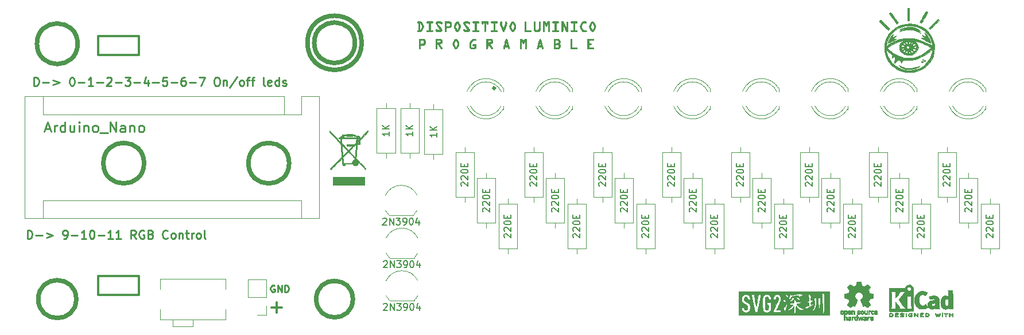
<source format=gbr>
%TF.GenerationSoftware,KiCad,Pcbnew,(6.0.1)*%
%TF.CreationDate,2022-03-22T00:20:04-03:00*%
%TF.ProjectId,POV_fna,504f565f-666e-4612-9e6b-696361645f70,rev?*%
%TF.SameCoordinates,Original*%
%TF.FileFunction,Legend,Top*%
%TF.FilePolarity,Positive*%
%FSLAX46Y46*%
G04 Gerber Fmt 4.6, Leading zero omitted, Abs format (unit mm)*
G04 Created by KiCad (PCBNEW (6.0.1)) date 2022-03-22 00:20:04*
%MOMM*%
%LPD*%
G01*
G04 APERTURE LIST*
%ADD10C,0.300000*%
%ADD11C,0.700000*%
%ADD12C,0.357843*%
%ADD13C,0.250000*%
%ADD14C,0.150000*%
%ADD15C,0.010000*%
%ADD16C,0.120000*%
%ADD17C,0.100000*%
G04 APERTURE END LIST*
D10*
X92500000Y-75020000D02*
X98500000Y-75020000D01*
X98500000Y-75020000D02*
X98500000Y-77820000D01*
X98500000Y-77820000D02*
X92500000Y-77820000D01*
X92500000Y-77820000D02*
X92500000Y-75020000D01*
D11*
X131400000Y-76020000D02*
G75*
G03*
X131400000Y-76020000I-4000000J0D01*
G01*
X89500000Y-76165028D02*
G75*
G03*
X89500000Y-76165028I-3000000J0D01*
G01*
X89300000Y-113920000D02*
G75*
G03*
X89300000Y-113920000I-2800000J0D01*
G01*
X99300000Y-93820000D02*
G75*
G03*
X99300000Y-93820000I-3000000J0D01*
G01*
X130100000Y-113920000D02*
G75*
G03*
X130100000Y-113920000I-2700000J0D01*
G01*
X120700000Y-93820000D02*
G75*
G03*
X120700000Y-93820000I-3000000J0D01*
G01*
D10*
X92500000Y-110520000D02*
X98500000Y-110520000D01*
X98500000Y-110520000D02*
X98500000Y-113320000D01*
X98500000Y-113320000D02*
X92500000Y-113320000D01*
X92500000Y-113320000D02*
X92500000Y-110520000D01*
D12*
X151106921Y-82720000D02*
G75*
G03*
X151106921Y-82720000I-178921J0D01*
G01*
D11*
X130400000Y-76020000D02*
G75*
G03*
X130400000Y-76020000I-3000000J0D01*
G01*
D13*
X118538095Y-111920000D02*
X118442857Y-111872380D01*
X118300000Y-111872380D01*
X118157142Y-111920000D01*
X118061904Y-112015238D01*
X118014285Y-112110476D01*
X117966666Y-112300952D01*
X117966666Y-112443809D01*
X118014285Y-112634285D01*
X118061904Y-112729523D01*
X118157142Y-112824761D01*
X118300000Y-112872380D01*
X118395238Y-112872380D01*
X118538095Y-112824761D01*
X118585714Y-112777142D01*
X118585714Y-112443809D01*
X118395238Y-112443809D01*
X119014285Y-112872380D02*
X119014285Y-111872380D01*
X119585714Y-112872380D01*
X119585714Y-111872380D01*
X120061904Y-112872380D02*
X120061904Y-111872380D01*
X120300000Y-111872380D01*
X120442857Y-111920000D01*
X120538095Y-112015238D01*
X120585714Y-112110476D01*
X120633333Y-112300952D01*
X120633333Y-112443809D01*
X120585714Y-112634285D01*
X120538095Y-112729523D01*
X120442857Y-112824761D01*
X120300000Y-112872380D01*
X120061904Y-112872380D01*
X83080571Y-82369476D02*
X83080571Y-81119476D01*
X83378190Y-81119476D01*
X83556761Y-81179000D01*
X83675809Y-81298047D01*
X83735333Y-81417095D01*
X83794857Y-81655190D01*
X83794857Y-81833761D01*
X83735333Y-82071857D01*
X83675809Y-82190904D01*
X83556761Y-82309952D01*
X83378190Y-82369476D01*
X83080571Y-82369476D01*
X84330571Y-81893285D02*
X85282952Y-81893285D01*
X85878190Y-81536142D02*
X86830571Y-81893285D01*
X85878190Y-82250428D01*
X88616285Y-81119476D02*
X88735333Y-81119476D01*
X88854380Y-81179000D01*
X88913904Y-81238523D01*
X88973428Y-81357571D01*
X89032952Y-81595666D01*
X89032952Y-81893285D01*
X88973428Y-82131380D01*
X88913904Y-82250428D01*
X88854380Y-82309952D01*
X88735333Y-82369476D01*
X88616285Y-82369476D01*
X88497238Y-82309952D01*
X88437714Y-82250428D01*
X88378190Y-82131380D01*
X88318666Y-81893285D01*
X88318666Y-81595666D01*
X88378190Y-81357571D01*
X88437714Y-81238523D01*
X88497238Y-81179000D01*
X88616285Y-81119476D01*
X89568666Y-81893285D02*
X90521047Y-81893285D01*
X91771047Y-82369476D02*
X91056761Y-82369476D01*
X91413904Y-82369476D02*
X91413904Y-81119476D01*
X91294857Y-81298047D01*
X91175809Y-81417095D01*
X91056761Y-81476619D01*
X92306761Y-81893285D02*
X93259142Y-81893285D01*
X93794857Y-81238523D02*
X93854380Y-81179000D01*
X93973428Y-81119476D01*
X94271047Y-81119476D01*
X94390095Y-81179000D01*
X94449619Y-81238523D01*
X94509142Y-81357571D01*
X94509142Y-81476619D01*
X94449619Y-81655190D01*
X93735333Y-82369476D01*
X94509142Y-82369476D01*
X95044857Y-81893285D02*
X95997238Y-81893285D01*
X96473428Y-81119476D02*
X97247238Y-81119476D01*
X96830571Y-81595666D01*
X97009142Y-81595666D01*
X97128190Y-81655190D01*
X97187714Y-81714714D01*
X97247238Y-81833761D01*
X97247238Y-82131380D01*
X97187714Y-82250428D01*
X97128190Y-82309952D01*
X97009142Y-82369476D01*
X96652000Y-82369476D01*
X96532952Y-82309952D01*
X96473428Y-82250428D01*
X97782952Y-81893285D02*
X98735333Y-81893285D01*
X99866285Y-81536142D02*
X99866285Y-82369476D01*
X99568666Y-81059952D02*
X99271047Y-81952809D01*
X100044857Y-81952809D01*
X100521047Y-81893285D02*
X101473428Y-81893285D01*
X102663904Y-81119476D02*
X102068666Y-81119476D01*
X102009142Y-81714714D01*
X102068666Y-81655190D01*
X102187714Y-81595666D01*
X102485333Y-81595666D01*
X102604380Y-81655190D01*
X102663904Y-81714714D01*
X102723428Y-81833761D01*
X102723428Y-82131380D01*
X102663904Y-82250428D01*
X102604380Y-82309952D01*
X102485333Y-82369476D01*
X102187714Y-82369476D01*
X102068666Y-82309952D01*
X102009142Y-82250428D01*
X103259142Y-81893285D02*
X104211523Y-81893285D01*
X105342476Y-81119476D02*
X105104380Y-81119476D01*
X104985333Y-81179000D01*
X104925809Y-81238523D01*
X104806761Y-81417095D01*
X104747238Y-81655190D01*
X104747238Y-82131380D01*
X104806761Y-82250428D01*
X104866285Y-82309952D01*
X104985333Y-82369476D01*
X105223428Y-82369476D01*
X105342476Y-82309952D01*
X105402000Y-82250428D01*
X105461523Y-82131380D01*
X105461523Y-81833761D01*
X105402000Y-81714714D01*
X105342476Y-81655190D01*
X105223428Y-81595666D01*
X104985333Y-81595666D01*
X104866285Y-81655190D01*
X104806761Y-81714714D01*
X104747238Y-81833761D01*
X105997238Y-81893285D02*
X106949619Y-81893285D01*
X107425809Y-81119476D02*
X108259142Y-81119476D01*
X107723428Y-82369476D01*
X109925809Y-81119476D02*
X110163904Y-81119476D01*
X110282952Y-81179000D01*
X110402000Y-81298047D01*
X110461523Y-81536142D01*
X110461523Y-81952809D01*
X110402000Y-82190904D01*
X110282952Y-82309952D01*
X110163904Y-82369476D01*
X109925809Y-82369476D01*
X109806761Y-82309952D01*
X109687714Y-82190904D01*
X109628190Y-81952809D01*
X109628190Y-81536142D01*
X109687714Y-81298047D01*
X109806761Y-81179000D01*
X109925809Y-81119476D01*
X110997238Y-81536142D02*
X110997238Y-82369476D01*
X110997238Y-81655190D02*
X111056761Y-81595666D01*
X111175809Y-81536142D01*
X111354380Y-81536142D01*
X111473428Y-81595666D01*
X111532952Y-81714714D01*
X111532952Y-82369476D01*
X113021047Y-81059952D02*
X111949619Y-82667095D01*
X113616285Y-82369476D02*
X113497238Y-82309952D01*
X113437714Y-82250428D01*
X113378190Y-82131380D01*
X113378190Y-81774238D01*
X113437714Y-81655190D01*
X113497238Y-81595666D01*
X113616285Y-81536142D01*
X113794857Y-81536142D01*
X113913904Y-81595666D01*
X113973428Y-81655190D01*
X114032952Y-81774238D01*
X114032952Y-82131380D01*
X113973428Y-82250428D01*
X113913904Y-82309952D01*
X113794857Y-82369476D01*
X113616285Y-82369476D01*
X114390095Y-81536142D02*
X114866285Y-81536142D01*
X114568666Y-82369476D02*
X114568666Y-81298047D01*
X114628190Y-81179000D01*
X114747238Y-81119476D01*
X114866285Y-81119476D01*
X115104380Y-81536142D02*
X115580571Y-81536142D01*
X115282952Y-82369476D02*
X115282952Y-81298047D01*
X115342476Y-81179000D01*
X115461523Y-81119476D01*
X115580571Y-81119476D01*
X117128190Y-82369476D02*
X117009142Y-82309952D01*
X116949619Y-82190904D01*
X116949619Y-81119476D01*
X118080571Y-82309952D02*
X117961523Y-82369476D01*
X117723428Y-82369476D01*
X117604380Y-82309952D01*
X117544857Y-82190904D01*
X117544857Y-81714714D01*
X117604380Y-81595666D01*
X117723428Y-81536142D01*
X117961523Y-81536142D01*
X118080571Y-81595666D01*
X118140095Y-81714714D01*
X118140095Y-81833761D01*
X117544857Y-81952809D01*
X119211523Y-82369476D02*
X119211523Y-81119476D01*
X119211523Y-82309952D02*
X119092476Y-82369476D01*
X118854380Y-82369476D01*
X118735333Y-82309952D01*
X118675809Y-82250428D01*
X118616285Y-82131380D01*
X118616285Y-81774238D01*
X118675809Y-81655190D01*
X118735333Y-81595666D01*
X118854380Y-81536142D01*
X119092476Y-81536142D01*
X119211523Y-81595666D01*
X119747238Y-82309952D02*
X119866285Y-82369476D01*
X120104380Y-82369476D01*
X120223428Y-82309952D01*
X120282952Y-82190904D01*
X120282952Y-82131380D01*
X120223428Y-82012333D01*
X120104380Y-81952809D01*
X119925809Y-81952809D01*
X119806761Y-81893285D01*
X119747238Y-81774238D01*
X119747238Y-81714714D01*
X119806761Y-81595666D01*
X119925809Y-81536142D01*
X120104380Y-81536142D01*
X120223428Y-81595666D01*
X82079761Y-104975476D02*
X82079761Y-103725476D01*
X82377380Y-103725476D01*
X82555952Y-103785000D01*
X82675000Y-103904047D01*
X82734523Y-104023095D01*
X82794047Y-104261190D01*
X82794047Y-104439761D01*
X82734523Y-104677857D01*
X82675000Y-104796904D01*
X82555952Y-104915952D01*
X82377380Y-104975476D01*
X82079761Y-104975476D01*
X83329761Y-104499285D02*
X84282142Y-104499285D01*
X84877380Y-104142142D02*
X85829761Y-104499285D01*
X84877380Y-104856428D01*
X87436904Y-104975476D02*
X87675000Y-104975476D01*
X87794047Y-104915952D01*
X87853571Y-104856428D01*
X87972619Y-104677857D01*
X88032142Y-104439761D01*
X88032142Y-103963571D01*
X87972619Y-103844523D01*
X87913095Y-103785000D01*
X87794047Y-103725476D01*
X87555952Y-103725476D01*
X87436904Y-103785000D01*
X87377380Y-103844523D01*
X87317857Y-103963571D01*
X87317857Y-104261190D01*
X87377380Y-104380238D01*
X87436904Y-104439761D01*
X87555952Y-104499285D01*
X87794047Y-104499285D01*
X87913095Y-104439761D01*
X87972619Y-104380238D01*
X88032142Y-104261190D01*
X88567857Y-104499285D02*
X89520238Y-104499285D01*
X90770238Y-104975476D02*
X90055952Y-104975476D01*
X90413095Y-104975476D02*
X90413095Y-103725476D01*
X90294047Y-103904047D01*
X90175000Y-104023095D01*
X90055952Y-104082619D01*
X91544047Y-103725476D02*
X91663095Y-103725476D01*
X91782142Y-103785000D01*
X91841666Y-103844523D01*
X91901190Y-103963571D01*
X91960714Y-104201666D01*
X91960714Y-104499285D01*
X91901190Y-104737380D01*
X91841666Y-104856428D01*
X91782142Y-104915952D01*
X91663095Y-104975476D01*
X91544047Y-104975476D01*
X91425000Y-104915952D01*
X91365476Y-104856428D01*
X91305952Y-104737380D01*
X91246428Y-104499285D01*
X91246428Y-104201666D01*
X91305952Y-103963571D01*
X91365476Y-103844523D01*
X91425000Y-103785000D01*
X91544047Y-103725476D01*
X92496428Y-104499285D02*
X93448809Y-104499285D01*
X94698809Y-104975476D02*
X93984523Y-104975476D01*
X94341666Y-104975476D02*
X94341666Y-103725476D01*
X94222619Y-103904047D01*
X94103571Y-104023095D01*
X93984523Y-104082619D01*
X95889285Y-104975476D02*
X95175000Y-104975476D01*
X95532142Y-104975476D02*
X95532142Y-103725476D01*
X95413095Y-103904047D01*
X95294047Y-104023095D01*
X95175000Y-104082619D01*
X98091666Y-104975476D02*
X97674999Y-104380238D01*
X97377380Y-104975476D02*
X97377380Y-103725476D01*
X97853571Y-103725476D01*
X97972619Y-103785000D01*
X98032142Y-103844523D01*
X98091666Y-103963571D01*
X98091666Y-104142142D01*
X98032142Y-104261190D01*
X97972619Y-104320714D01*
X97853571Y-104380238D01*
X97377380Y-104380238D01*
X99282142Y-103785000D02*
X99163095Y-103725476D01*
X98984523Y-103725476D01*
X98805952Y-103785000D01*
X98686904Y-103904047D01*
X98627380Y-104023095D01*
X98567857Y-104261190D01*
X98567857Y-104439761D01*
X98627380Y-104677857D01*
X98686904Y-104796904D01*
X98805952Y-104915952D01*
X98984523Y-104975476D01*
X99103571Y-104975476D01*
X99282142Y-104915952D01*
X99341666Y-104856428D01*
X99341666Y-104439761D01*
X99103571Y-104439761D01*
X100294047Y-104320714D02*
X100472619Y-104380238D01*
X100532142Y-104439761D01*
X100591666Y-104558809D01*
X100591666Y-104737380D01*
X100532142Y-104856428D01*
X100472619Y-104915952D01*
X100353571Y-104975476D01*
X99877380Y-104975476D01*
X99877380Y-103725476D01*
X100294047Y-103725476D01*
X100413095Y-103785000D01*
X100472619Y-103844523D01*
X100532142Y-103963571D01*
X100532142Y-104082619D01*
X100472619Y-104201666D01*
X100413095Y-104261190D01*
X100294047Y-104320714D01*
X99877380Y-104320714D01*
X102794047Y-104856428D02*
X102734523Y-104915952D01*
X102555952Y-104975476D01*
X102436904Y-104975476D01*
X102258333Y-104915952D01*
X102139285Y-104796904D01*
X102079761Y-104677857D01*
X102020238Y-104439761D01*
X102020238Y-104261190D01*
X102079761Y-104023095D01*
X102139285Y-103904047D01*
X102258333Y-103785000D01*
X102436904Y-103725476D01*
X102555952Y-103725476D01*
X102734523Y-103785000D01*
X102794047Y-103844523D01*
X103508333Y-104975476D02*
X103389285Y-104915952D01*
X103329761Y-104856428D01*
X103270238Y-104737380D01*
X103270238Y-104380238D01*
X103329761Y-104261190D01*
X103389285Y-104201666D01*
X103508333Y-104142142D01*
X103686904Y-104142142D01*
X103805952Y-104201666D01*
X103865476Y-104261190D01*
X103924999Y-104380238D01*
X103924999Y-104737380D01*
X103865476Y-104856428D01*
X103805952Y-104915952D01*
X103686904Y-104975476D01*
X103508333Y-104975476D01*
X104460714Y-104142142D02*
X104460714Y-104975476D01*
X104460714Y-104261190D02*
X104520238Y-104201666D01*
X104639285Y-104142142D01*
X104817857Y-104142142D01*
X104936904Y-104201666D01*
X104996428Y-104320714D01*
X104996428Y-104975476D01*
X105413095Y-104142142D02*
X105889285Y-104142142D01*
X105591666Y-103725476D02*
X105591666Y-104796904D01*
X105651190Y-104915952D01*
X105770238Y-104975476D01*
X105889285Y-104975476D01*
X106305952Y-104975476D02*
X106305952Y-104142142D01*
X106305952Y-104380238D02*
X106365476Y-104261190D01*
X106424999Y-104201666D01*
X106544047Y-104142142D01*
X106663095Y-104142142D01*
X107258333Y-104975476D02*
X107139285Y-104915952D01*
X107079761Y-104856428D01*
X107020238Y-104737380D01*
X107020238Y-104380238D01*
X107079761Y-104261190D01*
X107139285Y-104201666D01*
X107258333Y-104142142D01*
X107436904Y-104142142D01*
X107555952Y-104201666D01*
X107615476Y-104261190D01*
X107674999Y-104380238D01*
X107674999Y-104737380D01*
X107615476Y-104856428D01*
X107555952Y-104915952D01*
X107436904Y-104975476D01*
X107258333Y-104975476D01*
X108389285Y-104975476D02*
X108270238Y-104915952D01*
X108210714Y-104796904D01*
X108210714Y-103725476D01*
D10*
X118138095Y-115162857D02*
X119661904Y-115162857D01*
X118900000Y-115924761D02*
X118900000Y-114400952D01*
D14*
%TO.C,R21*%
X203307619Y-104830476D02*
X203260000Y-104782857D01*
X203212380Y-104687619D01*
X203212380Y-104449523D01*
X203260000Y-104354285D01*
X203307619Y-104306666D01*
X203402857Y-104259047D01*
X203498095Y-104259047D01*
X203640952Y-104306666D01*
X204212380Y-104878095D01*
X204212380Y-104259047D01*
X203307619Y-103878095D02*
X203260000Y-103830476D01*
X203212380Y-103735238D01*
X203212380Y-103497142D01*
X203260000Y-103401904D01*
X203307619Y-103354285D01*
X203402857Y-103306666D01*
X203498095Y-103306666D01*
X203640952Y-103354285D01*
X204212380Y-103925714D01*
X204212380Y-103306666D01*
X203212380Y-102687619D02*
X203212380Y-102592380D01*
X203260000Y-102497142D01*
X203307619Y-102449523D01*
X203402857Y-102401904D01*
X203593333Y-102354285D01*
X203831428Y-102354285D01*
X204021904Y-102401904D01*
X204117142Y-102449523D01*
X204164761Y-102497142D01*
X204212380Y-102592380D01*
X204212380Y-102687619D01*
X204164761Y-102782857D01*
X204117142Y-102830476D01*
X204021904Y-102878095D01*
X203831428Y-102925714D01*
X203593333Y-102925714D01*
X203402857Y-102878095D01*
X203307619Y-102830476D01*
X203260000Y-102782857D01*
X203212380Y-102687619D01*
X203688571Y-101925714D02*
X203688571Y-101592380D01*
X204212380Y-101449523D02*
X204212380Y-101925714D01*
X203212380Y-101925714D01*
X203212380Y-101449523D01*
%TO.C,R13*%
X138952380Y-89214285D02*
X138952380Y-89785714D01*
X138952380Y-89500000D02*
X137952380Y-89500000D01*
X138095238Y-89595238D01*
X138190476Y-89690476D01*
X138238095Y-89785714D01*
X138952380Y-88785714D02*
X137952380Y-88785714D01*
X138952380Y-88214285D02*
X138380952Y-88642857D01*
X137952380Y-88214285D02*
X138523809Y-88785714D01*
%TO.C,R25*%
X217277619Y-97210476D02*
X217230000Y-97162857D01*
X217182380Y-97067619D01*
X217182380Y-96829523D01*
X217230000Y-96734285D01*
X217277619Y-96686666D01*
X217372857Y-96639047D01*
X217468095Y-96639047D01*
X217610952Y-96686666D01*
X218182380Y-97258095D01*
X218182380Y-96639047D01*
X217277619Y-96258095D02*
X217230000Y-96210476D01*
X217182380Y-96115238D01*
X217182380Y-95877142D01*
X217230000Y-95781904D01*
X217277619Y-95734285D01*
X217372857Y-95686666D01*
X217468095Y-95686666D01*
X217610952Y-95734285D01*
X218182380Y-96305714D01*
X218182380Y-95686666D01*
X217182380Y-95067619D02*
X217182380Y-94972380D01*
X217230000Y-94877142D01*
X217277619Y-94829523D01*
X217372857Y-94781904D01*
X217563333Y-94734285D01*
X217801428Y-94734285D01*
X217991904Y-94781904D01*
X218087142Y-94829523D01*
X218134761Y-94877142D01*
X218182380Y-94972380D01*
X218182380Y-95067619D01*
X218134761Y-95162857D01*
X218087142Y-95210476D01*
X217991904Y-95258095D01*
X217801428Y-95305714D01*
X217563333Y-95305714D01*
X217372857Y-95258095D01*
X217277619Y-95210476D01*
X217230000Y-95162857D01*
X217182380Y-95067619D01*
X217658571Y-94305714D02*
X217658571Y-93972380D01*
X218182380Y-93829523D02*
X218182380Y-94305714D01*
X217182380Y-94305714D01*
X217182380Y-93829523D01*
%TO.C,R22*%
X207117619Y-97210476D02*
X207070000Y-97162857D01*
X207022380Y-97067619D01*
X207022380Y-96829523D01*
X207070000Y-96734285D01*
X207117619Y-96686666D01*
X207212857Y-96639047D01*
X207308095Y-96639047D01*
X207450952Y-96686666D01*
X208022380Y-97258095D01*
X208022380Y-96639047D01*
X207117619Y-96258095D02*
X207070000Y-96210476D01*
X207022380Y-96115238D01*
X207022380Y-95877142D01*
X207070000Y-95781904D01*
X207117619Y-95734285D01*
X207212857Y-95686666D01*
X207308095Y-95686666D01*
X207450952Y-95734285D01*
X208022380Y-96305714D01*
X208022380Y-95686666D01*
X207022380Y-95067619D02*
X207022380Y-94972380D01*
X207070000Y-94877142D01*
X207117619Y-94829523D01*
X207212857Y-94781904D01*
X207403333Y-94734285D01*
X207641428Y-94734285D01*
X207831904Y-94781904D01*
X207927142Y-94829523D01*
X207974761Y-94877142D01*
X208022380Y-94972380D01*
X208022380Y-95067619D01*
X207974761Y-95162857D01*
X207927142Y-95210476D01*
X207831904Y-95258095D01*
X207641428Y-95305714D01*
X207403333Y-95305714D01*
X207212857Y-95258095D01*
X207117619Y-95210476D01*
X207070000Y-95162857D01*
X207022380Y-95067619D01*
X207498571Y-94305714D02*
X207498571Y-93972380D01*
X208022380Y-93829523D02*
X208022380Y-94305714D01*
X207022380Y-94305714D01*
X207022380Y-93829523D01*
%TO.C,R6*%
X162667619Y-104830476D02*
X162620000Y-104782857D01*
X162572380Y-104687619D01*
X162572380Y-104449523D01*
X162620000Y-104354285D01*
X162667619Y-104306666D01*
X162762857Y-104259047D01*
X162858095Y-104259047D01*
X163000952Y-104306666D01*
X163572380Y-104878095D01*
X163572380Y-104259047D01*
X162667619Y-103878095D02*
X162620000Y-103830476D01*
X162572380Y-103735238D01*
X162572380Y-103497142D01*
X162620000Y-103401904D01*
X162667619Y-103354285D01*
X162762857Y-103306666D01*
X162858095Y-103306666D01*
X163000952Y-103354285D01*
X163572380Y-103925714D01*
X163572380Y-103306666D01*
X162572380Y-102687619D02*
X162572380Y-102592380D01*
X162620000Y-102497142D01*
X162667619Y-102449523D01*
X162762857Y-102401904D01*
X162953333Y-102354285D01*
X163191428Y-102354285D01*
X163381904Y-102401904D01*
X163477142Y-102449523D01*
X163524761Y-102497142D01*
X163572380Y-102592380D01*
X163572380Y-102687619D01*
X163524761Y-102782857D01*
X163477142Y-102830476D01*
X163381904Y-102878095D01*
X163191428Y-102925714D01*
X162953333Y-102925714D01*
X162762857Y-102878095D01*
X162667619Y-102830476D01*
X162620000Y-102782857D01*
X162572380Y-102687619D01*
X163048571Y-101925714D02*
X163048571Y-101592380D01*
X163572380Y-101449523D02*
X163572380Y-101925714D01*
X162572380Y-101925714D01*
X162572380Y-101449523D01*
%TO.C,R1*%
X146157619Y-97210476D02*
X146110000Y-97162857D01*
X146062380Y-97067619D01*
X146062380Y-96829523D01*
X146110000Y-96734285D01*
X146157619Y-96686666D01*
X146252857Y-96639047D01*
X146348095Y-96639047D01*
X146490952Y-96686666D01*
X147062380Y-97258095D01*
X147062380Y-96639047D01*
X146157619Y-96258095D02*
X146110000Y-96210476D01*
X146062380Y-96115238D01*
X146062380Y-95877142D01*
X146110000Y-95781904D01*
X146157619Y-95734285D01*
X146252857Y-95686666D01*
X146348095Y-95686666D01*
X146490952Y-95734285D01*
X147062380Y-96305714D01*
X147062380Y-95686666D01*
X146062380Y-95067619D02*
X146062380Y-94972380D01*
X146110000Y-94877142D01*
X146157619Y-94829523D01*
X146252857Y-94781904D01*
X146443333Y-94734285D01*
X146681428Y-94734285D01*
X146871904Y-94781904D01*
X146967142Y-94829523D01*
X147014761Y-94877142D01*
X147062380Y-94972380D01*
X147062380Y-95067619D01*
X147014761Y-95162857D01*
X146967142Y-95210476D01*
X146871904Y-95258095D01*
X146681428Y-95305714D01*
X146443333Y-95305714D01*
X146252857Y-95258095D01*
X146157619Y-95210476D01*
X146110000Y-95162857D01*
X146062380Y-95067619D01*
X146538571Y-94305714D02*
X146538571Y-93972380D01*
X147062380Y-93829523D02*
X147062380Y-94305714D01*
X146062380Y-94305714D01*
X146062380Y-93829523D01*
%TO.C,R23*%
X210292619Y-101020476D02*
X210245000Y-100972857D01*
X210197380Y-100877619D01*
X210197380Y-100639523D01*
X210245000Y-100544285D01*
X210292619Y-100496666D01*
X210387857Y-100449047D01*
X210483095Y-100449047D01*
X210625952Y-100496666D01*
X211197380Y-101068095D01*
X211197380Y-100449047D01*
X210292619Y-100068095D02*
X210245000Y-100020476D01*
X210197380Y-99925238D01*
X210197380Y-99687142D01*
X210245000Y-99591904D01*
X210292619Y-99544285D01*
X210387857Y-99496666D01*
X210483095Y-99496666D01*
X210625952Y-99544285D01*
X211197380Y-100115714D01*
X211197380Y-99496666D01*
X210197380Y-98877619D02*
X210197380Y-98782380D01*
X210245000Y-98687142D01*
X210292619Y-98639523D01*
X210387857Y-98591904D01*
X210578333Y-98544285D01*
X210816428Y-98544285D01*
X211006904Y-98591904D01*
X211102142Y-98639523D01*
X211149761Y-98687142D01*
X211197380Y-98782380D01*
X211197380Y-98877619D01*
X211149761Y-98972857D01*
X211102142Y-99020476D01*
X211006904Y-99068095D01*
X210816428Y-99115714D01*
X210578333Y-99115714D01*
X210387857Y-99068095D01*
X210292619Y-99020476D01*
X210245000Y-98972857D01*
X210197380Y-98877619D01*
X210673571Y-98115714D02*
X210673571Y-97782380D01*
X211197380Y-97639523D02*
X211197380Y-98115714D01*
X210197380Y-98115714D01*
X210197380Y-97639523D01*
%TO.C,R20*%
X200132619Y-101020476D02*
X200085000Y-100972857D01*
X200037380Y-100877619D01*
X200037380Y-100639523D01*
X200085000Y-100544285D01*
X200132619Y-100496666D01*
X200227857Y-100449047D01*
X200323095Y-100449047D01*
X200465952Y-100496666D01*
X201037380Y-101068095D01*
X201037380Y-100449047D01*
X200132619Y-100068095D02*
X200085000Y-100020476D01*
X200037380Y-99925238D01*
X200037380Y-99687142D01*
X200085000Y-99591904D01*
X200132619Y-99544285D01*
X200227857Y-99496666D01*
X200323095Y-99496666D01*
X200465952Y-99544285D01*
X201037380Y-100115714D01*
X201037380Y-99496666D01*
X200037380Y-98877619D02*
X200037380Y-98782380D01*
X200085000Y-98687142D01*
X200132619Y-98639523D01*
X200227857Y-98591904D01*
X200418333Y-98544285D01*
X200656428Y-98544285D01*
X200846904Y-98591904D01*
X200942142Y-98639523D01*
X200989761Y-98687142D01*
X201037380Y-98782380D01*
X201037380Y-98877619D01*
X200989761Y-98972857D01*
X200942142Y-99020476D01*
X200846904Y-99068095D01*
X200656428Y-99115714D01*
X200418333Y-99115714D01*
X200227857Y-99068095D01*
X200132619Y-99020476D01*
X200085000Y-98972857D01*
X200037380Y-98877619D01*
X200513571Y-98115714D02*
X200513571Y-97782380D01*
X201037380Y-97639523D02*
X201037380Y-98115714D01*
X200037380Y-98115714D01*
X200037380Y-97639523D01*
%TO.C,Q1*%
X134525714Y-102027619D02*
X134573333Y-101980000D01*
X134668571Y-101932380D01*
X134906666Y-101932380D01*
X135001904Y-101980000D01*
X135049523Y-102027619D01*
X135097142Y-102122857D01*
X135097142Y-102218095D01*
X135049523Y-102360952D01*
X134478095Y-102932380D01*
X135097142Y-102932380D01*
X135525714Y-102932380D02*
X135525714Y-101932380D01*
X136097142Y-102932380D01*
X136097142Y-101932380D01*
X136478095Y-101932380D02*
X137097142Y-101932380D01*
X136763809Y-102313333D01*
X136906666Y-102313333D01*
X137001904Y-102360952D01*
X137049523Y-102408571D01*
X137097142Y-102503809D01*
X137097142Y-102741904D01*
X137049523Y-102837142D01*
X137001904Y-102884761D01*
X136906666Y-102932380D01*
X136620952Y-102932380D01*
X136525714Y-102884761D01*
X136478095Y-102837142D01*
X137573333Y-102932380D02*
X137763809Y-102932380D01*
X137859047Y-102884761D01*
X137906666Y-102837142D01*
X138001904Y-102694285D01*
X138049523Y-102503809D01*
X138049523Y-102122857D01*
X138001904Y-102027619D01*
X137954285Y-101980000D01*
X137859047Y-101932380D01*
X137668571Y-101932380D01*
X137573333Y-101980000D01*
X137525714Y-102027619D01*
X137478095Y-102122857D01*
X137478095Y-102360952D01*
X137525714Y-102456190D01*
X137573333Y-102503809D01*
X137668571Y-102551428D01*
X137859047Y-102551428D01*
X137954285Y-102503809D01*
X138001904Y-102456190D01*
X138049523Y-102360952D01*
X138668571Y-101932380D02*
X138763809Y-101932380D01*
X138859047Y-101980000D01*
X138906666Y-102027619D01*
X138954285Y-102122857D01*
X139001904Y-102313333D01*
X139001904Y-102551428D01*
X138954285Y-102741904D01*
X138906666Y-102837142D01*
X138859047Y-102884761D01*
X138763809Y-102932380D01*
X138668571Y-102932380D01*
X138573333Y-102884761D01*
X138525714Y-102837142D01*
X138478095Y-102741904D01*
X138430476Y-102551428D01*
X138430476Y-102313333D01*
X138478095Y-102122857D01*
X138525714Y-102027619D01*
X138573333Y-101980000D01*
X138668571Y-101932380D01*
X139859047Y-102265714D02*
X139859047Y-102932380D01*
X139620952Y-101884761D02*
X139382857Y-102599047D01*
X140001904Y-102599047D01*
%TO.C,R12*%
X179812619Y-101020476D02*
X179765000Y-100972857D01*
X179717380Y-100877619D01*
X179717380Y-100639523D01*
X179765000Y-100544285D01*
X179812619Y-100496666D01*
X179907857Y-100449047D01*
X180003095Y-100449047D01*
X180145952Y-100496666D01*
X180717380Y-101068095D01*
X180717380Y-100449047D01*
X179812619Y-100068095D02*
X179765000Y-100020476D01*
X179717380Y-99925238D01*
X179717380Y-99687142D01*
X179765000Y-99591904D01*
X179812619Y-99544285D01*
X179907857Y-99496666D01*
X180003095Y-99496666D01*
X180145952Y-99544285D01*
X180717380Y-100115714D01*
X180717380Y-99496666D01*
X179717380Y-98877619D02*
X179717380Y-98782380D01*
X179765000Y-98687142D01*
X179812619Y-98639523D01*
X179907857Y-98591904D01*
X180098333Y-98544285D01*
X180336428Y-98544285D01*
X180526904Y-98591904D01*
X180622142Y-98639523D01*
X180669761Y-98687142D01*
X180717380Y-98782380D01*
X180717380Y-98877619D01*
X180669761Y-98972857D01*
X180622142Y-99020476D01*
X180526904Y-99068095D01*
X180336428Y-99115714D01*
X180098333Y-99115714D01*
X179907857Y-99068095D01*
X179812619Y-99020476D01*
X179765000Y-98972857D01*
X179717380Y-98877619D01*
X180193571Y-98115714D02*
X180193571Y-97782380D01*
X180717380Y-97639523D02*
X180717380Y-98115714D01*
X179717380Y-98115714D01*
X179717380Y-97639523D01*
%TO.C,R17*%
X193147619Y-104830476D02*
X193100000Y-104782857D01*
X193052380Y-104687619D01*
X193052380Y-104449523D01*
X193100000Y-104354285D01*
X193147619Y-104306666D01*
X193242857Y-104259047D01*
X193338095Y-104259047D01*
X193480952Y-104306666D01*
X194052380Y-104878095D01*
X194052380Y-104259047D01*
X193147619Y-103878095D02*
X193100000Y-103830476D01*
X193052380Y-103735238D01*
X193052380Y-103497142D01*
X193100000Y-103401904D01*
X193147619Y-103354285D01*
X193242857Y-103306666D01*
X193338095Y-103306666D01*
X193480952Y-103354285D01*
X194052380Y-103925714D01*
X194052380Y-103306666D01*
X193052380Y-102687619D02*
X193052380Y-102592380D01*
X193100000Y-102497142D01*
X193147619Y-102449523D01*
X193242857Y-102401904D01*
X193433333Y-102354285D01*
X193671428Y-102354285D01*
X193861904Y-102401904D01*
X193957142Y-102449523D01*
X194004761Y-102497142D01*
X194052380Y-102592380D01*
X194052380Y-102687619D01*
X194004761Y-102782857D01*
X193957142Y-102830476D01*
X193861904Y-102878095D01*
X193671428Y-102925714D01*
X193433333Y-102925714D01*
X193242857Y-102878095D01*
X193147619Y-102830476D01*
X193100000Y-102782857D01*
X193052380Y-102687619D01*
X193528571Y-101925714D02*
X193528571Y-101592380D01*
X194052380Y-101449523D02*
X194052380Y-101925714D01*
X193052380Y-101925714D01*
X193052380Y-101449523D01*
%TO.C,Q2*%
X134625714Y-108357619D02*
X134673333Y-108310000D01*
X134768571Y-108262380D01*
X135006666Y-108262380D01*
X135101904Y-108310000D01*
X135149523Y-108357619D01*
X135197142Y-108452857D01*
X135197142Y-108548095D01*
X135149523Y-108690952D01*
X134578095Y-109262380D01*
X135197142Y-109262380D01*
X135625714Y-109262380D02*
X135625714Y-108262380D01*
X136197142Y-109262380D01*
X136197142Y-108262380D01*
X136578095Y-108262380D02*
X137197142Y-108262380D01*
X136863809Y-108643333D01*
X137006666Y-108643333D01*
X137101904Y-108690952D01*
X137149523Y-108738571D01*
X137197142Y-108833809D01*
X137197142Y-109071904D01*
X137149523Y-109167142D01*
X137101904Y-109214761D01*
X137006666Y-109262380D01*
X136720952Y-109262380D01*
X136625714Y-109214761D01*
X136578095Y-109167142D01*
X137673333Y-109262380D02*
X137863809Y-109262380D01*
X137959047Y-109214761D01*
X138006666Y-109167142D01*
X138101904Y-109024285D01*
X138149523Y-108833809D01*
X138149523Y-108452857D01*
X138101904Y-108357619D01*
X138054285Y-108310000D01*
X137959047Y-108262380D01*
X137768571Y-108262380D01*
X137673333Y-108310000D01*
X137625714Y-108357619D01*
X137578095Y-108452857D01*
X137578095Y-108690952D01*
X137625714Y-108786190D01*
X137673333Y-108833809D01*
X137768571Y-108881428D01*
X137959047Y-108881428D01*
X138054285Y-108833809D01*
X138101904Y-108786190D01*
X138149523Y-108690952D01*
X138768571Y-108262380D02*
X138863809Y-108262380D01*
X138959047Y-108310000D01*
X139006666Y-108357619D01*
X139054285Y-108452857D01*
X139101904Y-108643333D01*
X139101904Y-108881428D01*
X139054285Y-109071904D01*
X139006666Y-109167142D01*
X138959047Y-109214761D01*
X138863809Y-109262380D01*
X138768571Y-109262380D01*
X138673333Y-109214761D01*
X138625714Y-109167142D01*
X138578095Y-109071904D01*
X138530476Y-108881428D01*
X138530476Y-108643333D01*
X138578095Y-108452857D01*
X138625714Y-108357619D01*
X138673333Y-108310000D01*
X138768571Y-108262380D01*
X139959047Y-108595714D02*
X139959047Y-109262380D01*
X139720952Y-108214761D02*
X139482857Y-108929047D01*
X140101904Y-108929047D01*
%TO.C,R24*%
X213467619Y-104830476D02*
X213420000Y-104782857D01*
X213372380Y-104687619D01*
X213372380Y-104449523D01*
X213420000Y-104354285D01*
X213467619Y-104306666D01*
X213562857Y-104259047D01*
X213658095Y-104259047D01*
X213800952Y-104306666D01*
X214372380Y-104878095D01*
X214372380Y-104259047D01*
X213467619Y-103878095D02*
X213420000Y-103830476D01*
X213372380Y-103735238D01*
X213372380Y-103497142D01*
X213420000Y-103401904D01*
X213467619Y-103354285D01*
X213562857Y-103306666D01*
X213658095Y-103306666D01*
X213800952Y-103354285D01*
X214372380Y-103925714D01*
X214372380Y-103306666D01*
X213372380Y-102687619D02*
X213372380Y-102592380D01*
X213420000Y-102497142D01*
X213467619Y-102449523D01*
X213562857Y-102401904D01*
X213753333Y-102354285D01*
X213991428Y-102354285D01*
X214181904Y-102401904D01*
X214277142Y-102449523D01*
X214324761Y-102497142D01*
X214372380Y-102592380D01*
X214372380Y-102687619D01*
X214324761Y-102782857D01*
X214277142Y-102830476D01*
X214181904Y-102878095D01*
X213991428Y-102925714D01*
X213753333Y-102925714D01*
X213562857Y-102878095D01*
X213467619Y-102830476D01*
X213420000Y-102782857D01*
X213372380Y-102687619D01*
X213848571Y-101925714D02*
X213848571Y-101592380D01*
X214372380Y-101449523D02*
X214372380Y-101925714D01*
X213372380Y-101925714D01*
X213372380Y-101449523D01*
%TO.C,R19*%
X196957619Y-97210476D02*
X196910000Y-97162857D01*
X196862380Y-97067619D01*
X196862380Y-96829523D01*
X196910000Y-96734285D01*
X196957619Y-96686666D01*
X197052857Y-96639047D01*
X197148095Y-96639047D01*
X197290952Y-96686666D01*
X197862380Y-97258095D01*
X197862380Y-96639047D01*
X196957619Y-96258095D02*
X196910000Y-96210476D01*
X196862380Y-96115238D01*
X196862380Y-95877142D01*
X196910000Y-95781904D01*
X196957619Y-95734285D01*
X197052857Y-95686666D01*
X197148095Y-95686666D01*
X197290952Y-95734285D01*
X197862380Y-96305714D01*
X197862380Y-95686666D01*
X196862380Y-95067619D02*
X196862380Y-94972380D01*
X196910000Y-94877142D01*
X196957619Y-94829523D01*
X197052857Y-94781904D01*
X197243333Y-94734285D01*
X197481428Y-94734285D01*
X197671904Y-94781904D01*
X197767142Y-94829523D01*
X197814761Y-94877142D01*
X197862380Y-94972380D01*
X197862380Y-95067619D01*
X197814761Y-95162857D01*
X197767142Y-95210476D01*
X197671904Y-95258095D01*
X197481428Y-95305714D01*
X197243333Y-95305714D01*
X197052857Y-95258095D01*
X196957619Y-95210476D01*
X196910000Y-95162857D01*
X196862380Y-95067619D01*
X197338571Y-94305714D02*
X197338571Y-93972380D01*
X197862380Y-93829523D02*
X197862380Y-94305714D01*
X196862380Y-94305714D01*
X196862380Y-93829523D01*
%TO.C,R16*%
X189972619Y-101020476D02*
X189925000Y-100972857D01*
X189877380Y-100877619D01*
X189877380Y-100639523D01*
X189925000Y-100544285D01*
X189972619Y-100496666D01*
X190067857Y-100449047D01*
X190163095Y-100449047D01*
X190305952Y-100496666D01*
X190877380Y-101068095D01*
X190877380Y-100449047D01*
X189972619Y-100068095D02*
X189925000Y-100020476D01*
X189877380Y-99925238D01*
X189877380Y-99687142D01*
X189925000Y-99591904D01*
X189972619Y-99544285D01*
X190067857Y-99496666D01*
X190163095Y-99496666D01*
X190305952Y-99544285D01*
X190877380Y-100115714D01*
X190877380Y-99496666D01*
X189877380Y-98877619D02*
X189877380Y-98782380D01*
X189925000Y-98687142D01*
X189972619Y-98639523D01*
X190067857Y-98591904D01*
X190258333Y-98544285D01*
X190496428Y-98544285D01*
X190686904Y-98591904D01*
X190782142Y-98639523D01*
X190829761Y-98687142D01*
X190877380Y-98782380D01*
X190877380Y-98877619D01*
X190829761Y-98972857D01*
X190782142Y-99020476D01*
X190686904Y-99068095D01*
X190496428Y-99115714D01*
X190258333Y-99115714D01*
X190067857Y-99068095D01*
X189972619Y-99020476D01*
X189925000Y-98972857D01*
X189877380Y-98877619D01*
X190353571Y-98115714D02*
X190353571Y-97782380D01*
X190877380Y-97639523D02*
X190877380Y-98115714D01*
X189877380Y-98115714D01*
X189877380Y-97639523D01*
%TO.C,R10*%
X172827619Y-104830476D02*
X172780000Y-104782857D01*
X172732380Y-104687619D01*
X172732380Y-104449523D01*
X172780000Y-104354285D01*
X172827619Y-104306666D01*
X172922857Y-104259047D01*
X173018095Y-104259047D01*
X173160952Y-104306666D01*
X173732380Y-104878095D01*
X173732380Y-104259047D01*
X172827619Y-103878095D02*
X172780000Y-103830476D01*
X172732380Y-103735238D01*
X172732380Y-103497142D01*
X172780000Y-103401904D01*
X172827619Y-103354285D01*
X172922857Y-103306666D01*
X173018095Y-103306666D01*
X173160952Y-103354285D01*
X173732380Y-103925714D01*
X173732380Y-103306666D01*
X172732380Y-102687619D02*
X172732380Y-102592380D01*
X172780000Y-102497142D01*
X172827619Y-102449523D01*
X172922857Y-102401904D01*
X173113333Y-102354285D01*
X173351428Y-102354285D01*
X173541904Y-102401904D01*
X173637142Y-102449523D01*
X173684761Y-102497142D01*
X173732380Y-102592380D01*
X173732380Y-102687619D01*
X173684761Y-102782857D01*
X173637142Y-102830476D01*
X173541904Y-102878095D01*
X173351428Y-102925714D01*
X173113333Y-102925714D01*
X172922857Y-102878095D01*
X172827619Y-102830476D01*
X172780000Y-102782857D01*
X172732380Y-102687619D01*
X173208571Y-101925714D02*
X173208571Y-101592380D01*
X173732380Y-101449523D02*
X173732380Y-101925714D01*
X172732380Y-101925714D01*
X172732380Y-101449523D01*
D13*
%TO.C,A1*%
X84714285Y-88785000D02*
X85428571Y-88785000D01*
X84571428Y-89213571D02*
X85071428Y-87713571D01*
X85571428Y-89213571D01*
X86071428Y-89213571D02*
X86071428Y-88213571D01*
X86071428Y-88499285D02*
X86142857Y-88356428D01*
X86214285Y-88285000D01*
X86357142Y-88213571D01*
X86500000Y-88213571D01*
X87642857Y-89213571D02*
X87642857Y-87713571D01*
X87642857Y-89142142D02*
X87500000Y-89213571D01*
X87214285Y-89213571D01*
X87071428Y-89142142D01*
X87000000Y-89070714D01*
X86928571Y-88927857D01*
X86928571Y-88499285D01*
X87000000Y-88356428D01*
X87071428Y-88285000D01*
X87214285Y-88213571D01*
X87500000Y-88213571D01*
X87642857Y-88285000D01*
X89000000Y-88213571D02*
X89000000Y-89213571D01*
X88357142Y-88213571D02*
X88357142Y-88999285D01*
X88428571Y-89142142D01*
X88571428Y-89213571D01*
X88785714Y-89213571D01*
X88928571Y-89142142D01*
X89000000Y-89070714D01*
X89714285Y-89213571D02*
X89714285Y-88213571D01*
X89714285Y-87713571D02*
X89642857Y-87785000D01*
X89714285Y-87856428D01*
X89785714Y-87785000D01*
X89714285Y-87713571D01*
X89714285Y-87856428D01*
X90428571Y-88213571D02*
X90428571Y-89213571D01*
X90428571Y-88356428D02*
X90500000Y-88285000D01*
X90642857Y-88213571D01*
X90857142Y-88213571D01*
X91000000Y-88285000D01*
X91071428Y-88427857D01*
X91071428Y-89213571D01*
X92000000Y-89213571D02*
X91857142Y-89142142D01*
X91785714Y-89070714D01*
X91714285Y-88927857D01*
X91714285Y-88499285D01*
X91785714Y-88356428D01*
X91857142Y-88285000D01*
X92000000Y-88213571D01*
X92214285Y-88213571D01*
X92357142Y-88285000D01*
X92428571Y-88356428D01*
X92500000Y-88499285D01*
X92500000Y-88927857D01*
X92428571Y-89070714D01*
X92357142Y-89142142D01*
X92214285Y-89213571D01*
X92000000Y-89213571D01*
X92785714Y-89356428D02*
X93928571Y-89356428D01*
X94285714Y-89213571D02*
X94285714Y-87713571D01*
X95142857Y-89213571D01*
X95142857Y-87713571D01*
X96500000Y-89213571D02*
X96500000Y-88427857D01*
X96428571Y-88285000D01*
X96285714Y-88213571D01*
X96000000Y-88213571D01*
X95857142Y-88285000D01*
X96500000Y-89142142D02*
X96357142Y-89213571D01*
X96000000Y-89213571D01*
X95857142Y-89142142D01*
X95785714Y-88999285D01*
X95785714Y-88856428D01*
X95857142Y-88713571D01*
X96000000Y-88642142D01*
X96357142Y-88642142D01*
X96500000Y-88570714D01*
X97214285Y-88213571D02*
X97214285Y-89213571D01*
X97214285Y-88356428D02*
X97285714Y-88285000D01*
X97428571Y-88213571D01*
X97642857Y-88213571D01*
X97785714Y-88285000D01*
X97857142Y-88427857D01*
X97857142Y-89213571D01*
X98785714Y-89213571D02*
X98642857Y-89142142D01*
X98571428Y-89070714D01*
X98500000Y-88927857D01*
X98500000Y-88499285D01*
X98571428Y-88356428D01*
X98642857Y-88285000D01*
X98785714Y-88213571D01*
X99000000Y-88213571D01*
X99142857Y-88285000D01*
X99214285Y-88356428D01*
X99285714Y-88499285D01*
X99285714Y-88927857D01*
X99214285Y-89070714D01*
X99142857Y-89142142D01*
X99000000Y-89213571D01*
X98785714Y-89213571D01*
D14*
%TO.C,R4*%
X156317619Y-97210476D02*
X156270000Y-97162857D01*
X156222380Y-97067619D01*
X156222380Y-96829523D01*
X156270000Y-96734285D01*
X156317619Y-96686666D01*
X156412857Y-96639047D01*
X156508095Y-96639047D01*
X156650952Y-96686666D01*
X157222380Y-97258095D01*
X157222380Y-96639047D01*
X156317619Y-96258095D02*
X156270000Y-96210476D01*
X156222380Y-96115238D01*
X156222380Y-95877142D01*
X156270000Y-95781904D01*
X156317619Y-95734285D01*
X156412857Y-95686666D01*
X156508095Y-95686666D01*
X156650952Y-95734285D01*
X157222380Y-96305714D01*
X157222380Y-95686666D01*
X156222380Y-95067619D02*
X156222380Y-94972380D01*
X156270000Y-94877142D01*
X156317619Y-94829523D01*
X156412857Y-94781904D01*
X156603333Y-94734285D01*
X156841428Y-94734285D01*
X157031904Y-94781904D01*
X157127142Y-94829523D01*
X157174761Y-94877142D01*
X157222380Y-94972380D01*
X157222380Y-95067619D01*
X157174761Y-95162857D01*
X157127142Y-95210476D01*
X157031904Y-95258095D01*
X156841428Y-95305714D01*
X156603333Y-95305714D01*
X156412857Y-95258095D01*
X156317619Y-95210476D01*
X156270000Y-95162857D01*
X156222380Y-95067619D01*
X156698571Y-94305714D02*
X156698571Y-93972380D01*
X157222380Y-93829523D02*
X157222380Y-94305714D01*
X156222380Y-94305714D01*
X156222380Y-93829523D01*
%TO.C,R18*%
X142452380Y-89384285D02*
X142452380Y-89955714D01*
X142452380Y-89670000D02*
X141452380Y-89670000D01*
X141595238Y-89765238D01*
X141690476Y-89860476D01*
X141738095Y-89955714D01*
X142452380Y-88955714D02*
X141452380Y-88955714D01*
X142452380Y-88384285D02*
X141880952Y-88812857D01*
X141452380Y-88384285D02*
X142023809Y-88955714D01*
%TO.C,R3*%
X152507619Y-104830476D02*
X152460000Y-104782857D01*
X152412380Y-104687619D01*
X152412380Y-104449523D01*
X152460000Y-104354285D01*
X152507619Y-104306666D01*
X152602857Y-104259047D01*
X152698095Y-104259047D01*
X152840952Y-104306666D01*
X153412380Y-104878095D01*
X153412380Y-104259047D01*
X152507619Y-103878095D02*
X152460000Y-103830476D01*
X152412380Y-103735238D01*
X152412380Y-103497142D01*
X152460000Y-103401904D01*
X152507619Y-103354285D01*
X152602857Y-103306666D01*
X152698095Y-103306666D01*
X152840952Y-103354285D01*
X153412380Y-103925714D01*
X153412380Y-103306666D01*
X152412380Y-102687619D02*
X152412380Y-102592380D01*
X152460000Y-102497142D01*
X152507619Y-102449523D01*
X152602857Y-102401904D01*
X152793333Y-102354285D01*
X153031428Y-102354285D01*
X153221904Y-102401904D01*
X153317142Y-102449523D01*
X153364761Y-102497142D01*
X153412380Y-102592380D01*
X153412380Y-102687619D01*
X153364761Y-102782857D01*
X153317142Y-102830476D01*
X153221904Y-102878095D01*
X153031428Y-102925714D01*
X152793333Y-102925714D01*
X152602857Y-102878095D01*
X152507619Y-102830476D01*
X152460000Y-102782857D01*
X152412380Y-102687619D01*
X152888571Y-101925714D02*
X152888571Y-101592380D01*
X153412380Y-101449523D02*
X153412380Y-101925714D01*
X152412380Y-101925714D01*
X152412380Y-101449523D01*
%TO.C,R26*%
X220452619Y-101020476D02*
X220405000Y-100972857D01*
X220357380Y-100877619D01*
X220357380Y-100639523D01*
X220405000Y-100544285D01*
X220452619Y-100496666D01*
X220547857Y-100449047D01*
X220643095Y-100449047D01*
X220785952Y-100496666D01*
X221357380Y-101068095D01*
X221357380Y-100449047D01*
X220452619Y-100068095D02*
X220405000Y-100020476D01*
X220357380Y-99925238D01*
X220357380Y-99687142D01*
X220405000Y-99591904D01*
X220452619Y-99544285D01*
X220547857Y-99496666D01*
X220643095Y-99496666D01*
X220785952Y-99544285D01*
X221357380Y-100115714D01*
X221357380Y-99496666D01*
X220357380Y-98877619D02*
X220357380Y-98782380D01*
X220405000Y-98687142D01*
X220452619Y-98639523D01*
X220547857Y-98591904D01*
X220738333Y-98544285D01*
X220976428Y-98544285D01*
X221166904Y-98591904D01*
X221262142Y-98639523D01*
X221309761Y-98687142D01*
X221357380Y-98782380D01*
X221357380Y-98877619D01*
X221309761Y-98972857D01*
X221262142Y-99020476D01*
X221166904Y-99068095D01*
X220976428Y-99115714D01*
X220738333Y-99115714D01*
X220547857Y-99068095D01*
X220452619Y-99020476D01*
X220405000Y-98972857D01*
X220357380Y-98877619D01*
X220833571Y-98115714D02*
X220833571Y-97782380D01*
X221357380Y-97639523D02*
X221357380Y-98115714D01*
X220357380Y-98115714D01*
X220357380Y-97639523D01*
%TO.C,R8*%
X135452380Y-89214285D02*
X135452380Y-89785714D01*
X135452380Y-89500000D02*
X134452380Y-89500000D01*
X134595238Y-89595238D01*
X134690476Y-89690476D01*
X134738095Y-89785714D01*
X135452380Y-88785714D02*
X134452380Y-88785714D01*
X135452380Y-88214285D02*
X134880952Y-88642857D01*
X134452380Y-88214285D02*
X135023809Y-88785714D01*
%TO.C,R11*%
X176637619Y-97210476D02*
X176590000Y-97162857D01*
X176542380Y-97067619D01*
X176542380Y-96829523D01*
X176590000Y-96734285D01*
X176637619Y-96686666D01*
X176732857Y-96639047D01*
X176828095Y-96639047D01*
X176970952Y-96686666D01*
X177542380Y-97258095D01*
X177542380Y-96639047D01*
X176637619Y-96258095D02*
X176590000Y-96210476D01*
X176542380Y-96115238D01*
X176542380Y-95877142D01*
X176590000Y-95781904D01*
X176637619Y-95734285D01*
X176732857Y-95686666D01*
X176828095Y-95686666D01*
X176970952Y-95734285D01*
X177542380Y-96305714D01*
X177542380Y-95686666D01*
X176542380Y-95067619D02*
X176542380Y-94972380D01*
X176590000Y-94877142D01*
X176637619Y-94829523D01*
X176732857Y-94781904D01*
X176923333Y-94734285D01*
X177161428Y-94734285D01*
X177351904Y-94781904D01*
X177447142Y-94829523D01*
X177494761Y-94877142D01*
X177542380Y-94972380D01*
X177542380Y-95067619D01*
X177494761Y-95162857D01*
X177447142Y-95210476D01*
X177351904Y-95258095D01*
X177161428Y-95305714D01*
X176923333Y-95305714D01*
X176732857Y-95258095D01*
X176637619Y-95210476D01*
X176590000Y-95162857D01*
X176542380Y-95067619D01*
X177018571Y-94305714D02*
X177018571Y-93972380D01*
X177542380Y-93829523D02*
X177542380Y-94305714D01*
X176542380Y-94305714D01*
X176542380Y-93829523D01*
%TO.C,R5*%
X159492619Y-101020476D02*
X159445000Y-100972857D01*
X159397380Y-100877619D01*
X159397380Y-100639523D01*
X159445000Y-100544285D01*
X159492619Y-100496666D01*
X159587857Y-100449047D01*
X159683095Y-100449047D01*
X159825952Y-100496666D01*
X160397380Y-101068095D01*
X160397380Y-100449047D01*
X159492619Y-100068095D02*
X159445000Y-100020476D01*
X159397380Y-99925238D01*
X159397380Y-99687142D01*
X159445000Y-99591904D01*
X159492619Y-99544285D01*
X159587857Y-99496666D01*
X159683095Y-99496666D01*
X159825952Y-99544285D01*
X160397380Y-100115714D01*
X160397380Y-99496666D01*
X159397380Y-98877619D02*
X159397380Y-98782380D01*
X159445000Y-98687142D01*
X159492619Y-98639523D01*
X159587857Y-98591904D01*
X159778333Y-98544285D01*
X160016428Y-98544285D01*
X160206904Y-98591904D01*
X160302142Y-98639523D01*
X160349761Y-98687142D01*
X160397380Y-98782380D01*
X160397380Y-98877619D01*
X160349761Y-98972857D01*
X160302142Y-99020476D01*
X160206904Y-99068095D01*
X160016428Y-99115714D01*
X159778333Y-99115714D01*
X159587857Y-99068095D01*
X159492619Y-99020476D01*
X159445000Y-98972857D01*
X159397380Y-98877619D01*
X159873571Y-98115714D02*
X159873571Y-97782380D01*
X160397380Y-97639523D02*
X160397380Y-98115714D01*
X159397380Y-98115714D01*
X159397380Y-97639523D01*
%TO.C,R14*%
X182987619Y-104830476D02*
X182940000Y-104782857D01*
X182892380Y-104687619D01*
X182892380Y-104449523D01*
X182940000Y-104354285D01*
X182987619Y-104306666D01*
X183082857Y-104259047D01*
X183178095Y-104259047D01*
X183320952Y-104306666D01*
X183892380Y-104878095D01*
X183892380Y-104259047D01*
X182987619Y-103878095D02*
X182940000Y-103830476D01*
X182892380Y-103735238D01*
X182892380Y-103497142D01*
X182940000Y-103401904D01*
X182987619Y-103354285D01*
X183082857Y-103306666D01*
X183178095Y-103306666D01*
X183320952Y-103354285D01*
X183892380Y-103925714D01*
X183892380Y-103306666D01*
X182892380Y-102687619D02*
X182892380Y-102592380D01*
X182940000Y-102497142D01*
X182987619Y-102449523D01*
X183082857Y-102401904D01*
X183273333Y-102354285D01*
X183511428Y-102354285D01*
X183701904Y-102401904D01*
X183797142Y-102449523D01*
X183844761Y-102497142D01*
X183892380Y-102592380D01*
X183892380Y-102687619D01*
X183844761Y-102782857D01*
X183797142Y-102830476D01*
X183701904Y-102878095D01*
X183511428Y-102925714D01*
X183273333Y-102925714D01*
X183082857Y-102878095D01*
X182987619Y-102830476D01*
X182940000Y-102782857D01*
X182892380Y-102687619D01*
X183368571Y-101925714D02*
X183368571Y-101592380D01*
X183892380Y-101449523D02*
X183892380Y-101925714D01*
X182892380Y-101925714D01*
X182892380Y-101449523D01*
%TO.C,R2*%
X149332619Y-101020476D02*
X149285000Y-100972857D01*
X149237380Y-100877619D01*
X149237380Y-100639523D01*
X149285000Y-100544285D01*
X149332619Y-100496666D01*
X149427857Y-100449047D01*
X149523095Y-100449047D01*
X149665952Y-100496666D01*
X150237380Y-101068095D01*
X150237380Y-100449047D01*
X149332619Y-100068095D02*
X149285000Y-100020476D01*
X149237380Y-99925238D01*
X149237380Y-99687142D01*
X149285000Y-99591904D01*
X149332619Y-99544285D01*
X149427857Y-99496666D01*
X149523095Y-99496666D01*
X149665952Y-99544285D01*
X150237380Y-100115714D01*
X150237380Y-99496666D01*
X149237380Y-98877619D02*
X149237380Y-98782380D01*
X149285000Y-98687142D01*
X149332619Y-98639523D01*
X149427857Y-98591904D01*
X149618333Y-98544285D01*
X149856428Y-98544285D01*
X150046904Y-98591904D01*
X150142142Y-98639523D01*
X150189761Y-98687142D01*
X150237380Y-98782380D01*
X150237380Y-98877619D01*
X150189761Y-98972857D01*
X150142142Y-99020476D01*
X150046904Y-99068095D01*
X149856428Y-99115714D01*
X149618333Y-99115714D01*
X149427857Y-99068095D01*
X149332619Y-99020476D01*
X149285000Y-98972857D01*
X149237380Y-98877619D01*
X149713571Y-98115714D02*
X149713571Y-97782380D01*
X150237380Y-97639523D02*
X150237380Y-98115714D01*
X149237380Y-98115714D01*
X149237380Y-97639523D01*
%TO.C,R7*%
X166477619Y-97210476D02*
X166430000Y-97162857D01*
X166382380Y-97067619D01*
X166382380Y-96829523D01*
X166430000Y-96734285D01*
X166477619Y-96686666D01*
X166572857Y-96639047D01*
X166668095Y-96639047D01*
X166810952Y-96686666D01*
X167382380Y-97258095D01*
X167382380Y-96639047D01*
X166477619Y-96258095D02*
X166430000Y-96210476D01*
X166382380Y-96115238D01*
X166382380Y-95877142D01*
X166430000Y-95781904D01*
X166477619Y-95734285D01*
X166572857Y-95686666D01*
X166668095Y-95686666D01*
X166810952Y-95734285D01*
X167382380Y-96305714D01*
X167382380Y-95686666D01*
X166382380Y-95067619D02*
X166382380Y-94972380D01*
X166430000Y-94877142D01*
X166477619Y-94829523D01*
X166572857Y-94781904D01*
X166763333Y-94734285D01*
X167001428Y-94734285D01*
X167191904Y-94781904D01*
X167287142Y-94829523D01*
X167334761Y-94877142D01*
X167382380Y-94972380D01*
X167382380Y-95067619D01*
X167334761Y-95162857D01*
X167287142Y-95210476D01*
X167191904Y-95258095D01*
X167001428Y-95305714D01*
X166763333Y-95305714D01*
X166572857Y-95258095D01*
X166477619Y-95210476D01*
X166430000Y-95162857D01*
X166382380Y-95067619D01*
X166858571Y-94305714D02*
X166858571Y-93972380D01*
X167382380Y-93829523D02*
X167382380Y-94305714D01*
X166382380Y-94305714D01*
X166382380Y-93829523D01*
%TO.C,Q3*%
X134625714Y-114657619D02*
X134673333Y-114610000D01*
X134768571Y-114562380D01*
X135006666Y-114562380D01*
X135101904Y-114610000D01*
X135149523Y-114657619D01*
X135197142Y-114752857D01*
X135197142Y-114848095D01*
X135149523Y-114990952D01*
X134578095Y-115562380D01*
X135197142Y-115562380D01*
X135625714Y-115562380D02*
X135625714Y-114562380D01*
X136197142Y-115562380D01*
X136197142Y-114562380D01*
X136578095Y-114562380D02*
X137197142Y-114562380D01*
X136863809Y-114943333D01*
X137006666Y-114943333D01*
X137101904Y-114990952D01*
X137149523Y-115038571D01*
X137197142Y-115133809D01*
X137197142Y-115371904D01*
X137149523Y-115467142D01*
X137101904Y-115514761D01*
X137006666Y-115562380D01*
X136720952Y-115562380D01*
X136625714Y-115514761D01*
X136578095Y-115467142D01*
X137673333Y-115562380D02*
X137863809Y-115562380D01*
X137959047Y-115514761D01*
X138006666Y-115467142D01*
X138101904Y-115324285D01*
X138149523Y-115133809D01*
X138149523Y-114752857D01*
X138101904Y-114657619D01*
X138054285Y-114610000D01*
X137959047Y-114562380D01*
X137768571Y-114562380D01*
X137673333Y-114610000D01*
X137625714Y-114657619D01*
X137578095Y-114752857D01*
X137578095Y-114990952D01*
X137625714Y-115086190D01*
X137673333Y-115133809D01*
X137768571Y-115181428D01*
X137959047Y-115181428D01*
X138054285Y-115133809D01*
X138101904Y-115086190D01*
X138149523Y-114990952D01*
X138768571Y-114562380D02*
X138863809Y-114562380D01*
X138959047Y-114610000D01*
X139006666Y-114657619D01*
X139054285Y-114752857D01*
X139101904Y-114943333D01*
X139101904Y-115181428D01*
X139054285Y-115371904D01*
X139006666Y-115467142D01*
X138959047Y-115514761D01*
X138863809Y-115562380D01*
X138768571Y-115562380D01*
X138673333Y-115514761D01*
X138625714Y-115467142D01*
X138578095Y-115371904D01*
X138530476Y-115181428D01*
X138530476Y-114943333D01*
X138578095Y-114752857D01*
X138625714Y-114657619D01*
X138673333Y-114610000D01*
X138768571Y-114562380D01*
X139959047Y-114895714D02*
X139959047Y-115562380D01*
X139720952Y-114514761D02*
X139482857Y-115229047D01*
X140101904Y-115229047D01*
%TO.C,R15*%
X186797619Y-97210476D02*
X186750000Y-97162857D01*
X186702380Y-97067619D01*
X186702380Y-96829523D01*
X186750000Y-96734285D01*
X186797619Y-96686666D01*
X186892857Y-96639047D01*
X186988095Y-96639047D01*
X187130952Y-96686666D01*
X187702380Y-97258095D01*
X187702380Y-96639047D01*
X186797619Y-96258095D02*
X186750000Y-96210476D01*
X186702380Y-96115238D01*
X186702380Y-95877142D01*
X186750000Y-95781904D01*
X186797619Y-95734285D01*
X186892857Y-95686666D01*
X186988095Y-95686666D01*
X187130952Y-95734285D01*
X187702380Y-96305714D01*
X187702380Y-95686666D01*
X186702380Y-95067619D02*
X186702380Y-94972380D01*
X186750000Y-94877142D01*
X186797619Y-94829523D01*
X186892857Y-94781904D01*
X187083333Y-94734285D01*
X187321428Y-94734285D01*
X187511904Y-94781904D01*
X187607142Y-94829523D01*
X187654761Y-94877142D01*
X187702380Y-94972380D01*
X187702380Y-95067619D01*
X187654761Y-95162857D01*
X187607142Y-95210476D01*
X187511904Y-95258095D01*
X187321428Y-95305714D01*
X187083333Y-95305714D01*
X186892857Y-95258095D01*
X186797619Y-95210476D01*
X186750000Y-95162857D01*
X186702380Y-95067619D01*
X187178571Y-94305714D02*
X187178571Y-93972380D01*
X187702380Y-93829523D02*
X187702380Y-94305714D01*
X186702380Y-94305714D01*
X186702380Y-93829523D01*
%TO.C,R9*%
X169652619Y-101020476D02*
X169605000Y-100972857D01*
X169557380Y-100877619D01*
X169557380Y-100639523D01*
X169605000Y-100544285D01*
X169652619Y-100496666D01*
X169747857Y-100449047D01*
X169843095Y-100449047D01*
X169985952Y-100496666D01*
X170557380Y-101068095D01*
X170557380Y-100449047D01*
X169652619Y-100068095D02*
X169605000Y-100020476D01*
X169557380Y-99925238D01*
X169557380Y-99687142D01*
X169605000Y-99591904D01*
X169652619Y-99544285D01*
X169747857Y-99496666D01*
X169843095Y-99496666D01*
X169985952Y-99544285D01*
X170557380Y-100115714D01*
X170557380Y-99496666D01*
X169557380Y-98877619D02*
X169557380Y-98782380D01*
X169605000Y-98687142D01*
X169652619Y-98639523D01*
X169747857Y-98591904D01*
X169938333Y-98544285D01*
X170176428Y-98544285D01*
X170366904Y-98591904D01*
X170462142Y-98639523D01*
X170509761Y-98687142D01*
X170557380Y-98782380D01*
X170557380Y-98877619D01*
X170509761Y-98972857D01*
X170462142Y-99020476D01*
X170366904Y-99068095D01*
X170176428Y-99115714D01*
X169938333Y-99115714D01*
X169747857Y-99068095D01*
X169652619Y-99020476D01*
X169605000Y-98972857D01*
X169557380Y-98877619D01*
X170033571Y-98115714D02*
X170033571Y-97782380D01*
X170557380Y-97639523D02*
X170557380Y-98115714D01*
X169557380Y-98115714D01*
X169557380Y-97639523D01*
%TO.C,R27*%
X223627619Y-104830476D02*
X223580000Y-104782857D01*
X223532380Y-104687619D01*
X223532380Y-104449523D01*
X223580000Y-104354285D01*
X223627619Y-104306666D01*
X223722857Y-104259047D01*
X223818095Y-104259047D01*
X223960952Y-104306666D01*
X224532380Y-104878095D01*
X224532380Y-104259047D01*
X223627619Y-103878095D02*
X223580000Y-103830476D01*
X223532380Y-103735238D01*
X223532380Y-103497142D01*
X223580000Y-103401904D01*
X223627619Y-103354285D01*
X223722857Y-103306666D01*
X223818095Y-103306666D01*
X223960952Y-103354285D01*
X224532380Y-103925714D01*
X224532380Y-103306666D01*
X223532380Y-102687619D02*
X223532380Y-102592380D01*
X223580000Y-102497142D01*
X223627619Y-102449523D01*
X223722857Y-102401904D01*
X223913333Y-102354285D01*
X224151428Y-102354285D01*
X224341904Y-102401904D01*
X224437142Y-102449523D01*
X224484761Y-102497142D01*
X224532380Y-102592380D01*
X224532380Y-102687619D01*
X224484761Y-102782857D01*
X224437142Y-102830476D01*
X224341904Y-102878095D01*
X224151428Y-102925714D01*
X223913333Y-102925714D01*
X223722857Y-102878095D01*
X223627619Y-102830476D01*
X223580000Y-102782857D01*
X223532380Y-102687619D01*
X224008571Y-101925714D02*
X224008571Y-101592380D01*
X224532380Y-101449523D02*
X224532380Y-101925714D01*
X223532380Y-101925714D01*
X223532380Y-101449523D01*
D15*
%TO.C,REF\u002A\u002A*%
X131822763Y-97010526D02*
X127143816Y-97010526D01*
X127143816Y-97010526D02*
X127143816Y-95857500D01*
X127143816Y-95857500D02*
X131822763Y-95857500D01*
X131822763Y-95857500D02*
X131822763Y-97010526D01*
X131822763Y-97010526D02*
X131822763Y-97010526D01*
G36*
X131822763Y-97010526D02*
G01*
X127143816Y-97010526D01*
X127143816Y-95857500D01*
X131822763Y-95857500D01*
X131822763Y-97010526D01*
G37*
X131822763Y-97010526D02*
X127143816Y-97010526D01*
X127143816Y-95857500D01*
X131822763Y-95857500D01*
X131822763Y-97010526D01*
X132323256Y-89099337D02*
X132322433Y-89215066D01*
X132322433Y-89215066D02*
X131722115Y-89825000D01*
X131722115Y-89825000D02*
X131121796Y-90434934D01*
X131121796Y-90434934D02*
X131121359Y-90714835D01*
X131121359Y-90714835D02*
X131120921Y-90994737D01*
X131120921Y-90994737D02*
X130755337Y-90994737D01*
X130755337Y-90994737D02*
X130745917Y-91065756D01*
X130745917Y-91065756D02*
X130742350Y-91098127D01*
X130742350Y-91098127D02*
X130736338Y-91159087D01*
X130736338Y-91159087D02*
X130728201Y-91244998D01*
X130728201Y-91244998D02*
X130718262Y-91352226D01*
X130718262Y-91352226D02*
X130706843Y-91477133D01*
X130706843Y-91477133D02*
X130694264Y-91616083D01*
X130694264Y-91616083D02*
X130680847Y-91765441D01*
X130680847Y-91765441D02*
X130666915Y-91921568D01*
X130666915Y-91921568D02*
X130652788Y-92080830D01*
X130652788Y-92080830D02*
X130638788Y-92239590D01*
X130638788Y-92239590D02*
X130625237Y-92394211D01*
X130625237Y-92394211D02*
X130612456Y-92541057D01*
X130612456Y-92541057D02*
X130600767Y-92676493D01*
X130600767Y-92676493D02*
X130590492Y-92796880D01*
X130590492Y-92796880D02*
X130581952Y-92898584D01*
X130581952Y-92898584D02*
X130575469Y-92977967D01*
X130575469Y-92977967D02*
X130571364Y-93031394D01*
X130571364Y-93031394D02*
X130569959Y-93055229D01*
X130569959Y-93055229D02*
X130569960Y-93055342D01*
X130569960Y-93055342D02*
X130580204Y-93074466D01*
X130580204Y-93074466D02*
X130610974Y-93113955D01*
X130610974Y-93113955D02*
X130662689Y-93174266D01*
X130662689Y-93174266D02*
X130735767Y-93255861D01*
X130735767Y-93255861D02*
X130830627Y-93359198D01*
X130830627Y-93359198D02*
X130947687Y-93484738D01*
X130947687Y-93484738D02*
X131087367Y-93632940D01*
X131087367Y-93632940D02*
X131250084Y-93804263D01*
X131250084Y-93804263D02*
X131295821Y-93852237D01*
X131295821Y-93852237D02*
X132021195Y-94612566D01*
X132021195Y-94612566D02*
X131962551Y-94671052D01*
X131962551Y-94671052D02*
X131903908Y-94729539D01*
X131903908Y-94729539D02*
X131809026Y-94626310D01*
X131809026Y-94626310D02*
X131774315Y-94589003D01*
X131774315Y-94589003D02*
X131720094Y-94531311D01*
X131720094Y-94531311D02*
X131649941Y-94457013D01*
X131649941Y-94457013D02*
X131567432Y-94369889D01*
X131567432Y-94369889D02*
X131476145Y-94273718D01*
X131476145Y-94273718D02*
X131379658Y-94172280D01*
X131379658Y-94172280D02*
X131321935Y-94111695D01*
X131321935Y-94111695D02*
X131213566Y-93998197D01*
X131213566Y-93998197D02*
X131125972Y-93907285D01*
X131125972Y-93907285D02*
X131056920Y-93837307D01*
X131056920Y-93837307D02*
X131004176Y-93786610D01*
X131004176Y-93786610D02*
X130965506Y-93753540D01*
X130965506Y-93753540D02*
X130938677Y-93736444D01*
X130938677Y-93736444D02*
X130921456Y-93733669D01*
X130921456Y-93733669D02*
X130911608Y-93743563D01*
X130911608Y-93743563D02*
X130906901Y-93764471D01*
X130906901Y-93764471D02*
X130905101Y-93794741D01*
X130905101Y-93794741D02*
X130904859Y-93803002D01*
X130904859Y-93803002D02*
X130892342Y-93859909D01*
X130892342Y-93859909D02*
X130861503Y-93928693D01*
X130861503Y-93928693D02*
X130818497Y-93998475D01*
X130818497Y-93998475D02*
X130769480Y-94058378D01*
X130769480Y-94058378D02*
X130749866Y-94076882D01*
X130749866Y-94076882D02*
X130649230Y-94141628D01*
X130649230Y-94141628D02*
X130531673Y-94177854D01*
X130531673Y-94177854D02*
X130427738Y-94186447D01*
X130427738Y-94186447D02*
X130309951Y-94170239D01*
X130309951Y-94170239D02*
X130201169Y-94122712D01*
X130201169Y-94122712D02*
X130104890Y-94045511D01*
X130104890Y-94045511D02*
X130087125Y-94026295D01*
X130087125Y-94026295D02*
X130022168Y-93952500D01*
X130022168Y-93952500D02*
X128898421Y-93952500D01*
X128898421Y-93952500D02*
X128898421Y-94186447D01*
X128898421Y-94186447D02*
X128597632Y-94186447D01*
X128597632Y-94186447D02*
X128597632Y-94077152D01*
X128597632Y-94077152D02*
X128593857Y-94002539D01*
X128593857Y-94002539D02*
X128581175Y-93950750D01*
X128581175Y-93950750D02*
X128565763Y-93922580D01*
X128565763Y-93922580D02*
X128554750Y-93902424D01*
X128554750Y-93902424D02*
X128545321Y-93873200D01*
X128545321Y-93873200D02*
X128536849Y-93830575D01*
X128536849Y-93830575D02*
X128528710Y-93770217D01*
X128528710Y-93770217D02*
X128520279Y-93687793D01*
X128520279Y-93687793D02*
X128510932Y-93578972D01*
X128510932Y-93578972D02*
X128504531Y-93498017D01*
X128504531Y-93498017D02*
X128475169Y-93118732D01*
X128475169Y-93118732D02*
X127754341Y-93848938D01*
X127754341Y-93848938D02*
X127624008Y-93981066D01*
X127624008Y-93981066D02*
X127498892Y-94108096D01*
X127498892Y-94108096D02*
X127381279Y-94227695D01*
X127381279Y-94227695D02*
X127273455Y-94337528D01*
X127273455Y-94337528D02*
X127177705Y-94435263D01*
X127177705Y-94435263D02*
X127096317Y-94518566D01*
X127096317Y-94518566D02*
X127031577Y-94585104D01*
X127031577Y-94585104D02*
X126985770Y-94632542D01*
X126985770Y-94632542D02*
X126961208Y-94658520D01*
X126961208Y-94658520D02*
X126920855Y-94699649D01*
X126920855Y-94699649D02*
X126887195Y-94728335D01*
X126887195Y-94728335D02*
X126869090Y-94737895D01*
X126869090Y-94737895D02*
X126845965Y-94726697D01*
X126845965Y-94726697D02*
X126812257Y-94698719D01*
X126812257Y-94698719D02*
X126800831Y-94687326D01*
X126800831Y-94687326D02*
X126752383Y-94636757D01*
X126752383Y-94636757D02*
X127019119Y-94365702D01*
X127019119Y-94365702D02*
X127087169Y-94296652D01*
X127087169Y-94296652D02*
X127174915Y-94207774D01*
X127174915Y-94207774D02*
X127278508Y-94102959D01*
X127278508Y-94102959D02*
X127394100Y-93986097D01*
X127394100Y-93986097D02*
X127517841Y-93861079D01*
X127517841Y-93861079D02*
X127645881Y-93731795D01*
X127645881Y-93731795D02*
X127774372Y-93602136D01*
X127774372Y-93602136D02*
X127866546Y-93509179D01*
X127866546Y-93509179D02*
X128006658Y-93367520D01*
X128006658Y-93367520D02*
X128124368Y-93247591D01*
X128124368Y-93247591D02*
X128221180Y-93147768D01*
X128221180Y-93147768D02*
X128298601Y-93066428D01*
X128298601Y-93066428D02*
X128358136Y-93001948D01*
X128358136Y-93001948D02*
X128387642Y-92968277D01*
X128387642Y-92968277D02*
X128624591Y-92968277D01*
X128624591Y-92968277D02*
X128654257Y-93347592D01*
X128654257Y-93347592D02*
X128663203Y-93458777D01*
X128663203Y-93458777D02*
X128671858Y-93560453D01*
X128671858Y-93560453D02*
X128679729Y-93647304D01*
X128679729Y-93647304D02*
X128686328Y-93714018D01*
X128686328Y-93714018D02*
X128691164Y-93755279D01*
X128691164Y-93755279D02*
X128692720Y-93764506D01*
X128692720Y-93764506D02*
X128701518Y-93802105D01*
X128701518Y-93802105D02*
X129963319Y-93802105D01*
X129963319Y-93802105D02*
X129971742Y-93697173D01*
X129971742Y-93697173D02*
X129997172Y-93573195D01*
X129997172Y-93573195D02*
X130050389Y-93463524D01*
X130050389Y-93463524D02*
X130128037Y-93372156D01*
X130128037Y-93372156D02*
X130226763Y-93303083D01*
X130226763Y-93303083D02*
X130337572Y-93261620D01*
X130337572Y-93261620D02*
X130373520Y-93242171D01*
X130373520Y-93242171D02*
X130391517Y-93200430D01*
X130391517Y-93200430D02*
X130391894Y-93198589D01*
X130391894Y-93198589D02*
X130394053Y-93180967D01*
X130394053Y-93180967D02*
X130391384Y-93162922D01*
X130391384Y-93162922D02*
X130381280Y-93141108D01*
X130381280Y-93141108D02*
X130361137Y-93112177D01*
X130361137Y-93112177D02*
X130328349Y-93072783D01*
X130328349Y-93072783D02*
X130280310Y-93019577D01*
X130280310Y-93019577D02*
X130214416Y-92949214D01*
X130214416Y-92949214D02*
X130128060Y-92858346D01*
X130128060Y-92858346D02*
X130122480Y-92852493D01*
X130122480Y-92852493D02*
X130029595Y-92754956D01*
X130029595Y-92754956D02*
X129930845Y-92651067D01*
X129930845Y-92651067D02*
X129833016Y-92547977D01*
X129833016Y-92547977D02*
X129742893Y-92452839D01*
X129742893Y-92452839D02*
X129667262Y-92372804D01*
X129667262Y-92372804D02*
X129650395Y-92354911D01*
X129650395Y-92354911D02*
X129585735Y-92287444D01*
X129585735Y-92287444D02*
X129528295Y-92229709D01*
X129528295Y-92229709D02*
X129482199Y-92185675D01*
X129482199Y-92185675D02*
X129451569Y-92159314D01*
X129451569Y-92159314D02*
X129441285Y-92153521D01*
X129441285Y-92153521D02*
X129425948Y-92165646D01*
X129425948Y-92165646D02*
X129390083Y-92198910D01*
X129390083Y-92198910D02*
X129336512Y-92250542D01*
X129336512Y-92250542D02*
X129268060Y-92317775D01*
X129268060Y-92317775D02*
X129187553Y-92397837D01*
X129187553Y-92397837D02*
X129097813Y-92487961D01*
X129097813Y-92487961D02*
X129024468Y-92562198D01*
X129024468Y-92562198D02*
X128624591Y-92968277D01*
X128624591Y-92968277D02*
X128387642Y-92968277D01*
X128387642Y-92968277D02*
X128401291Y-92952703D01*
X128401291Y-92952703D02*
X128429571Y-92917071D01*
X128429571Y-92917071D02*
X128444483Y-92893429D01*
X128444483Y-92893429D02*
X128447801Y-92882480D01*
X128447801Y-92882480D02*
X128446544Y-92858586D01*
X128446544Y-92858586D02*
X128442726Y-92804501D01*
X128442726Y-92804501D02*
X128436593Y-92723338D01*
X128436593Y-92723338D02*
X128428393Y-92618210D01*
X128428393Y-92618210D02*
X128418373Y-92492228D01*
X128418373Y-92492228D02*
X128406780Y-92348505D01*
X128406780Y-92348505D02*
X128393860Y-92190154D01*
X128393860Y-92190154D02*
X128379862Y-92020287D01*
X128379862Y-92020287D02*
X128368581Y-91884528D01*
X128368581Y-91884528D02*
X128304750Y-91119106D01*
X128304750Y-91119106D02*
X128468996Y-91119106D01*
X128468996Y-91119106D02*
X128469703Y-91135624D01*
X128469703Y-91135624D02*
X128473031Y-91182145D01*
X128473031Y-91182145D02*
X128478710Y-91255378D01*
X128478710Y-91255378D02*
X128486474Y-91352028D01*
X128486474Y-91352028D02*
X128496057Y-91468805D01*
X128496057Y-91468805D02*
X128507189Y-91602414D01*
X128507189Y-91602414D02*
X128519605Y-91749563D01*
X128519605Y-91749563D02*
X128531520Y-91889271D01*
X128531520Y-91889271D02*
X128545016Y-92047787D01*
X128545016Y-92047787D02*
X128557587Y-92197421D01*
X128557587Y-92197421D02*
X128568945Y-92334602D01*
X128568945Y-92334602D02*
X128578802Y-92455759D01*
X128578802Y-92455759D02*
X128586870Y-92557320D01*
X128586870Y-92557320D02*
X128592860Y-92635712D01*
X128592860Y-92635712D02*
X128596485Y-92687363D01*
X128596485Y-92687363D02*
X128597491Y-92707423D01*
X128597491Y-92707423D02*
X128599060Y-92719908D01*
X128599060Y-92719908D02*
X128605278Y-92724862D01*
X128605278Y-92724862D02*
X128618541Y-92720218D01*
X128618541Y-92720218D02*
X128641247Y-92703909D01*
X128641247Y-92703909D02*
X128675792Y-92673868D01*
X128675792Y-92673868D02*
X128724573Y-92628027D01*
X128724573Y-92628027D02*
X128789987Y-92564320D01*
X128789987Y-92564320D02*
X128874431Y-92480679D01*
X128874431Y-92480679D02*
X128964029Y-92391299D01*
X128964029Y-92391299D02*
X129330426Y-92025186D01*
X129330426Y-92025186D02*
X129327859Y-92022434D01*
X129327859Y-92022434D02*
X129570049Y-92022434D01*
X129570049Y-92022434D02*
X129581087Y-92037550D01*
X129581087Y-92037550D02*
X129611987Y-92073142D01*
X129611987Y-92073142D02*
X129659653Y-92125941D01*
X129659653Y-92125941D02*
X129720987Y-92192673D01*
X129720987Y-92192673D02*
X129792893Y-92270070D01*
X129792893Y-92270070D02*
X129872273Y-92354858D01*
X129872273Y-92354858D02*
X129956031Y-92443767D01*
X129956031Y-92443767D02*
X130041070Y-92533526D01*
X130041070Y-92533526D02*
X130124292Y-92620864D01*
X130124292Y-92620864D02*
X130202601Y-92702509D01*
X130202601Y-92702509D02*
X130272900Y-92775191D01*
X130272900Y-92775191D02*
X130332091Y-92835637D01*
X130332091Y-92835637D02*
X130377078Y-92880578D01*
X130377078Y-92880578D02*
X130404764Y-92906742D01*
X130404764Y-92906742D02*
X130412314Y-92912072D01*
X130412314Y-92912072D02*
X130414803Y-92894867D01*
X130414803Y-92894867D02*
X130419970Y-92847348D01*
X130419970Y-92847348D02*
X130427530Y-92772489D01*
X130427530Y-92772489D02*
X130437200Y-92673264D01*
X130437200Y-92673264D02*
X130448695Y-92552649D01*
X130448695Y-92552649D02*
X130461731Y-92413618D01*
X130461731Y-92413618D02*
X130476024Y-92259145D01*
X130476024Y-92259145D02*
X130491290Y-92092206D01*
X130491290Y-92092206D02*
X130503479Y-91957597D01*
X130503479Y-91957597D02*
X130519071Y-91783054D01*
X130519071Y-91783054D02*
X130533477Y-91618627D01*
X130533477Y-91618627D02*
X130546453Y-91467299D01*
X130546453Y-91467299D02*
X130557759Y-91332053D01*
X130557759Y-91332053D02*
X130567152Y-91215870D01*
X130567152Y-91215870D02*
X130574389Y-91121735D01*
X130574389Y-91121735D02*
X130579228Y-91052630D01*
X130579228Y-91052630D02*
X130581427Y-91011538D01*
X130581427Y-91011538D02*
X130581176Y-91000868D01*
X130581176Y-91000868D02*
X130568030Y-91010372D01*
X130568030Y-91010372D02*
X130534554Y-91040920D01*
X130534554Y-91040920D02*
X130483674Y-91089556D01*
X130483674Y-91089556D02*
X130418317Y-91153323D01*
X130418317Y-91153323D02*
X130341409Y-91229265D01*
X130341409Y-91229265D02*
X130255876Y-91314424D01*
X130255876Y-91314424D02*
X130164646Y-91405845D01*
X130164646Y-91405845D02*
X130070644Y-91500569D01*
X130070644Y-91500569D02*
X129976798Y-91595641D01*
X129976798Y-91595641D02*
X129886033Y-91688103D01*
X129886033Y-91688103D02*
X129801277Y-91774999D01*
X129801277Y-91774999D02*
X129725456Y-91853372D01*
X129725456Y-91853372D02*
X129661497Y-91920265D01*
X129661497Y-91920265D02*
X129612326Y-91972722D01*
X129612326Y-91972722D02*
X129580869Y-92007785D01*
X129580869Y-92007785D02*
X129570049Y-92022434D01*
X129570049Y-92022434D02*
X129327859Y-92022434D01*
X129327859Y-92022434D02*
X129193798Y-91878760D01*
X129193798Y-91878760D02*
X129124216Y-91804448D01*
X129124216Y-91804448D02*
X129046119Y-91721483D01*
X129046119Y-91721483D02*
X128962594Y-91633102D01*
X128962594Y-91633102D02*
X128876730Y-91542541D01*
X128876730Y-91542541D02*
X128791615Y-91453036D01*
X128791615Y-91453036D02*
X128710336Y-91367823D01*
X128710336Y-91367823D02*
X128635981Y-91290139D01*
X128635981Y-91290139D02*
X128571637Y-91223220D01*
X128571637Y-91223220D02*
X128520394Y-91170303D01*
X128520394Y-91170303D02*
X128485337Y-91134623D01*
X128485337Y-91134623D02*
X128469556Y-91119416D01*
X128469556Y-91119416D02*
X128468996Y-91119106D01*
X128468996Y-91119106D02*
X128304750Y-91119106D01*
X128304750Y-91119106D02*
X128288796Y-90927807D01*
X128288796Y-90927807D02*
X127490714Y-90088485D01*
X127490714Y-90088485D02*
X126692632Y-89249164D01*
X126692632Y-89249164D02*
X126693219Y-89131852D01*
X126693219Y-89131852D02*
X126693806Y-89014539D01*
X126693806Y-89014539D02*
X126822725Y-89152253D01*
X126822725Y-89152253D02*
X126894876Y-89229063D01*
X126894876Y-89229063D02*
X126980060Y-89319304D01*
X126980060Y-89319304D02*
X127075979Y-89420575D01*
X127075979Y-89420575D02*
X127180334Y-89530476D01*
X127180334Y-89530476D02*
X127290826Y-89646604D01*
X127290826Y-89646604D02*
X127405156Y-89766558D01*
X127405156Y-89766558D02*
X127521025Y-89887936D01*
X127521025Y-89887936D02*
X127636135Y-90008338D01*
X127636135Y-90008338D02*
X127748186Y-90125362D01*
X127748186Y-90125362D02*
X127854881Y-90236606D01*
X127854881Y-90236606D02*
X127953920Y-90339669D01*
X127953920Y-90339669D02*
X128043003Y-90432150D01*
X128043003Y-90432150D02*
X128119834Y-90511647D01*
X128119834Y-90511647D02*
X128182112Y-90575758D01*
X128182112Y-90575758D02*
X128227538Y-90622083D01*
X128227538Y-90622083D02*
X128253815Y-90648219D01*
X128253815Y-90648219D02*
X128259574Y-90653233D01*
X128259574Y-90653233D02*
X128259970Y-90635791D01*
X128259970Y-90635791D02*
X128257792Y-90591135D01*
X128257792Y-90591135D02*
X128253417Y-90525340D01*
X128253417Y-90525340D02*
X128247225Y-90444483D01*
X128247225Y-90444483D02*
X128244567Y-90412183D01*
X128244567Y-90412183D02*
X128224772Y-90175921D01*
X128224772Y-90175921D02*
X128379758Y-90175921D01*
X128379758Y-90175921D02*
X128387760Y-90213520D01*
X128387760Y-90213520D02*
X128391840Y-90243255D01*
X128391840Y-90243255D02*
X128397575Y-90299203D01*
X128397575Y-90299203D02*
X128404299Y-90374236D01*
X128404299Y-90374236D02*
X128411352Y-90461225D01*
X128411352Y-90461225D02*
X128413793Y-90493421D01*
X128413793Y-90493421D02*
X128420992Y-90585861D01*
X128420992Y-90585861D02*
X128428258Y-90671707D01*
X128428258Y-90671707D02*
X128434864Y-90742847D01*
X128434864Y-90742847D02*
X128440084Y-90791169D01*
X128440084Y-90791169D02*
X128441261Y-90799939D01*
X128441261Y-90799939D02*
X128445702Y-90817942D01*
X128445702Y-90817942D02*
X128455313Y-90839017D01*
X128455313Y-90839017D02*
X128472140Y-90865525D01*
X128472140Y-90865525D02*
X128498225Y-90899828D01*
X128498225Y-90899828D02*
X128535613Y-90944289D01*
X128535613Y-90944289D02*
X128586346Y-91001271D01*
X128586346Y-91001271D02*
X128652470Y-91073136D01*
X128652470Y-91073136D02*
X128736026Y-91162246D01*
X128736026Y-91162246D02*
X128839060Y-91270964D01*
X128839060Y-91270964D02*
X128944167Y-91381275D01*
X128944167Y-91381275D02*
X129048738Y-91490441D01*
X129048738Y-91490441D02*
X129146351Y-91591540D01*
X129146351Y-91591540D02*
X129234578Y-91682115D01*
X129234578Y-91682115D02*
X129310988Y-91759708D01*
X129310988Y-91759708D02*
X129373151Y-91821862D01*
X129373151Y-91821862D02*
X129418637Y-91866118D01*
X129418637Y-91866118D02*
X129445017Y-91890018D01*
X129445017Y-91890018D02*
X129450643Y-91893574D01*
X129450643Y-91893574D02*
X129465443Y-91880681D01*
X129465443Y-91880681D02*
X129500039Y-91847060D01*
X129500039Y-91847060D02*
X129551071Y-91796082D01*
X129551071Y-91796082D02*
X129615183Y-91731120D01*
X129615183Y-91731120D02*
X129689016Y-91655548D01*
X129689016Y-91655548D02*
X129742411Y-91600493D01*
X129742411Y-91600493D02*
X130021173Y-91312237D01*
X130021173Y-91312237D02*
X129199210Y-91312237D01*
X129199210Y-91312237D02*
X129199210Y-90994737D01*
X129199210Y-90994737D02*
X130201842Y-90994737D01*
X130201842Y-90994737D02*
X130201842Y-91136206D01*
X130201842Y-91136206D02*
X130385658Y-90952960D01*
X130385658Y-90952960D02*
X130516052Y-90822971D01*
X130516052Y-90822971D02*
X130770000Y-90822971D01*
X130770000Y-90822971D02*
X130772429Y-90843477D01*
X130772429Y-90843477D02*
X130784724Y-90854902D01*
X130784724Y-90854902D02*
X130814396Y-90859880D01*
X130814396Y-90859880D02*
X130868955Y-90861044D01*
X130868955Y-90861044D02*
X130878618Y-90861052D01*
X130878618Y-90861052D02*
X130987237Y-90861052D01*
X130987237Y-90861052D02*
X130987237Y-90569584D01*
X130987237Y-90569584D02*
X130878618Y-90677237D01*
X130878618Y-90677237D02*
X130817346Y-90742687D01*
X130817346Y-90742687D02*
X130780699Y-90792829D01*
X130780699Y-90792829D02*
X130770000Y-90822971D01*
X130770000Y-90822971D02*
X130516052Y-90822971D01*
X130516052Y-90822971D02*
X130569474Y-90769715D01*
X130569474Y-90769715D02*
X130569474Y-90606502D01*
X130569474Y-90606502D02*
X130569985Y-90531414D01*
X130569985Y-90531414D02*
X130572328Y-90483645D01*
X130572328Y-90483645D02*
X130577711Y-90457098D01*
X130577711Y-90457098D02*
X130587344Y-90445679D01*
X130587344Y-90445679D02*
X130601871Y-90443289D01*
X130601871Y-90443289D02*
X130618027Y-90439780D01*
X130618027Y-90439780D02*
X130629969Y-90425711D01*
X130629969Y-90425711D02*
X130639139Y-90395769D01*
X130639139Y-90395769D02*
X130646982Y-90344642D01*
X130646982Y-90344642D02*
X130654942Y-90267017D01*
X130654942Y-90267017D02*
X130657496Y-90238585D01*
X130657496Y-90238585D02*
X130663026Y-90175921D01*
X130663026Y-90175921D02*
X128379758Y-90175921D01*
X128379758Y-90175921D02*
X128224772Y-90175921D01*
X128224772Y-90175921D02*
X128012763Y-90175921D01*
X128012763Y-90175921D02*
X128012763Y-90025526D01*
X128012763Y-90025526D02*
X128102859Y-90025526D01*
X128102859Y-90025526D02*
X128155555Y-90024083D01*
X128155555Y-90024083D02*
X128184188Y-90017116D01*
X128184188Y-90017116D02*
X128187691Y-90012970D01*
X128187691Y-90012970D02*
X128372234Y-90012970D01*
X128372234Y-90012970D02*
X128381946Y-90022442D01*
X128381946Y-90022442D02*
X128415588Y-90025366D01*
X128415588Y-90025366D02*
X128438294Y-90025526D01*
X128438294Y-90025526D02*
X128514079Y-90025526D01*
X128514079Y-90025526D02*
X128796694Y-90025526D01*
X128796694Y-90025526D02*
X130676519Y-90025526D01*
X130676519Y-90025526D02*
X130612938Y-89960413D01*
X130612938Y-89960413D02*
X130514186Y-89880062D01*
X130514186Y-89880062D02*
X130391968Y-89818089D01*
X130391968Y-89818089D02*
X130244213Y-89773646D01*
X130244213Y-89773646D02*
X130097401Y-89749065D01*
X130097401Y-89749065D02*
X130001316Y-89737596D01*
X130001316Y-89737596D02*
X130001316Y-89858421D01*
X130001316Y-89858421D02*
X129232632Y-89858421D01*
X129232632Y-89858421D02*
X129232632Y-89721345D01*
X129232632Y-89721345D02*
X129119835Y-89732776D01*
X129119835Y-89732776D02*
X129041025Y-89742425D01*
X129041025Y-89742425D02*
X128957057Y-89755214D01*
X128957057Y-89755214D02*
X128906776Y-89764348D01*
X128906776Y-89764348D02*
X128806513Y-89784488D01*
X128806513Y-89784488D02*
X128801603Y-89905007D01*
X128801603Y-89905007D02*
X128796694Y-90025526D01*
X128796694Y-90025526D02*
X128514079Y-90025526D01*
X128514079Y-90025526D02*
X128514079Y-89958684D01*
X128514079Y-89958684D02*
X128511869Y-89916810D01*
X128511869Y-89916810D02*
X128506350Y-89893536D01*
X128506350Y-89893536D02*
X128504126Y-89891842D01*
X128504126Y-89891842D02*
X128479387Y-89902560D01*
X128479387Y-89902560D02*
X128443243Y-89928563D01*
X128443243Y-89928563D02*
X128407010Y-89960623D01*
X128407010Y-89960623D02*
X128382001Y-89989511D01*
X128382001Y-89989511D02*
X128379773Y-89993267D01*
X128379773Y-89993267D02*
X128372234Y-90012970D01*
X128372234Y-90012970D02*
X128187691Y-90012970D01*
X128187691Y-90012970D02*
X128198081Y-90000674D01*
X128198081Y-90000674D02*
X128203689Y-89982762D01*
X128203689Y-89982762D02*
X128226578Y-89936279D01*
X128226578Y-89936279D02*
X128270540Y-89880400D01*
X128270540Y-89880400D02*
X128328011Y-89822960D01*
X128328011Y-89822960D02*
X128391427Y-89771793D01*
X128391427Y-89771793D02*
X128433082Y-89745143D01*
X128433082Y-89745143D02*
X128480534Y-89715972D01*
X128480534Y-89715972D02*
X128504859Y-89691467D01*
X128504859Y-89691467D02*
X128513405Y-89662572D01*
X128513405Y-89662572D02*
X128514062Y-89645362D01*
X128514062Y-89645362D02*
X128514063Y-89641184D01*
X128514063Y-89641184D02*
X129366316Y-89641184D01*
X129366316Y-89641184D02*
X129366316Y-89724737D01*
X129366316Y-89724737D02*
X129867632Y-89724737D01*
X129867632Y-89724737D02*
X129867632Y-89641184D01*
X129867632Y-89641184D02*
X129366316Y-89641184D01*
X129366316Y-89641184D02*
X128514063Y-89641184D01*
X128514063Y-89641184D02*
X128514079Y-89591052D01*
X128514079Y-89591052D02*
X128654726Y-89591052D01*
X128654726Y-89591052D02*
X128719436Y-89592617D01*
X128719436Y-89592617D02*
X128769870Y-89596785D01*
X128769870Y-89596785D02*
X128797906Y-89602773D01*
X128797906Y-89602773D02*
X128800943Y-89605197D01*
X128800943Y-89605197D02*
X128818727Y-89608918D01*
X128818727Y-89608918D02*
X128862008Y-89607394D01*
X128862008Y-89607394D02*
X128923349Y-89601075D01*
X128923349Y-89601075D02*
X128965263Y-89595240D01*
X128965263Y-89595240D02*
X129041263Y-89583778D01*
X129041263Y-89583778D02*
X129110770Y-89573430D01*
X129110770Y-89573430D02*
X129163003Y-89565796D01*
X129163003Y-89565796D02*
X129178322Y-89563627D01*
X129178322Y-89563627D02*
X129218347Y-89551232D01*
X129218347Y-89551232D02*
X129232632Y-89531808D01*
X129232632Y-89531808D02*
X129236975Y-89523898D01*
X129236975Y-89523898D02*
X129252510Y-89517863D01*
X129252510Y-89517863D02*
X129282999Y-89513466D01*
X129282999Y-89513466D02*
X129332200Y-89510469D01*
X129332200Y-89510469D02*
X129403874Y-89508635D01*
X129403874Y-89508635D02*
X129501781Y-89507725D01*
X129501781Y-89507725D02*
X129616974Y-89507500D01*
X129616974Y-89507500D02*
X129739914Y-89507628D01*
X129739914Y-89507628D02*
X129833441Y-89508230D01*
X129833441Y-89508230D02*
X129901560Y-89509639D01*
X129901560Y-89509639D02*
X129948281Y-89512181D01*
X129948281Y-89512181D02*
X129977609Y-89516189D01*
X129977609Y-89516189D02*
X129993551Y-89521991D01*
X129993551Y-89521991D02*
X130000115Y-89529917D01*
X130000115Y-89529917D02*
X130001316Y-89539133D01*
X130001316Y-89539133D02*
X130011540Y-89568385D01*
X130011540Y-89568385D02*
X130045030Y-89585031D01*
X130045030Y-89585031D02*
X130106012Y-89590968D01*
X130106012Y-89590968D02*
X130116983Y-89591052D01*
X130116983Y-89591052D02*
X130220254Y-89601706D01*
X130220254Y-89601706D02*
X130337547Y-89631033D01*
X130337547Y-89631033D02*
X130458285Y-89675084D01*
X130458285Y-89675084D02*
X130571889Y-89729911D01*
X130571889Y-89729911D02*
X130667781Y-89791564D01*
X130667781Y-89791564D02*
X130680201Y-89801332D01*
X130680201Y-89801332D02*
X130720682Y-89833115D01*
X130720682Y-89833115D02*
X130744655Y-89845844D01*
X130744655Y-89845844D02*
X130761396Y-89841729D01*
X130761396Y-89841729D02*
X130778581Y-89824750D01*
X130778581Y-89824750D02*
X130829336Y-89791492D01*
X130829336Y-89791492D02*
X130895393Y-89778725D01*
X130895393Y-89778725D02*
X130966526Y-89785365D01*
X130966526Y-89785365D02*
X131032514Y-89810327D01*
X131032514Y-89810327D02*
X131083132Y-89852529D01*
X131083132Y-89852529D02*
X131086797Y-89857434D01*
X131086797Y-89857434D02*
X131124672Y-89936211D01*
X131124672Y-89936211D02*
X131131719Y-90017754D01*
X131131719Y-90017754D02*
X131108715Y-90095487D01*
X131108715Y-90095487D02*
X131056437Y-90162835D01*
X131056437Y-90162835D02*
X131050044Y-90168396D01*
X131050044Y-90168396D02*
X131012927Y-90194813D01*
X131012927Y-90194813D02*
X130975267Y-90206447D01*
X130975267Y-90206447D02*
X130922324Y-90207287D01*
X130922324Y-90207287D02*
X130909098Y-90206542D01*
X130909098Y-90206542D02*
X130857297Y-90204641D01*
X130857297Y-90204641D02*
X130830614Y-90208996D01*
X130830614Y-90208996D02*
X130820955Y-90222138D01*
X130820955Y-90222138D02*
X130819963Y-90234408D01*
X130819963Y-90234408D02*
X130817939Y-90270002D01*
X130817939Y-90270002D02*
X130812914Y-90323533D01*
X130812914Y-90323533D02*
X130809303Y-90355559D01*
X130809303Y-90355559D02*
X130804066Y-90406427D01*
X130804066Y-90406427D02*
X130806244Y-90432468D01*
X130806244Y-90432468D02*
X130818875Y-90441986D01*
X130818875Y-90441986D02*
X130841375Y-90443289D01*
X130841375Y-90443289D02*
X130854718Y-90438986D01*
X130854718Y-90438986D02*
X130876244Y-90425057D01*
X130876244Y-90425057D02*
X130907548Y-90399977D01*
X130907548Y-90399977D02*
X130950224Y-90362219D01*
X130950224Y-90362219D02*
X131005868Y-90310256D01*
X131005868Y-90310256D02*
X131076075Y-90242562D01*
X131076075Y-90242562D02*
X131162440Y-90157611D01*
X131162440Y-90157611D02*
X131266558Y-90053875D01*
X131266558Y-90053875D02*
X131390025Y-89929828D01*
X131390025Y-89929828D02*
X131534436Y-89783944D01*
X131534436Y-89783944D02*
X131604031Y-89713449D01*
X131604031Y-89713449D02*
X132324079Y-88983610D01*
X132324079Y-88983610D02*
X132323256Y-89099337D01*
X132323256Y-89099337D02*
X132323256Y-89099337D01*
G36*
X128429571Y-92917071D02*
G01*
X128444483Y-92893429D01*
X128447801Y-92882480D01*
X128446544Y-92858586D01*
X128442726Y-92804501D01*
X128436593Y-92723338D01*
X128428393Y-92618210D01*
X128418373Y-92492228D01*
X128406780Y-92348505D01*
X128393860Y-92190154D01*
X128379862Y-92020287D01*
X128368581Y-91884528D01*
X128304750Y-91119106D01*
X128468996Y-91119106D01*
X128469703Y-91135624D01*
X128473031Y-91182145D01*
X128478710Y-91255378D01*
X128486474Y-91352028D01*
X128496057Y-91468805D01*
X128507189Y-91602414D01*
X128519605Y-91749563D01*
X128531520Y-91889271D01*
X128545016Y-92047787D01*
X128557587Y-92197421D01*
X128568945Y-92334602D01*
X128578802Y-92455759D01*
X128586870Y-92557320D01*
X128592860Y-92635712D01*
X128596485Y-92687363D01*
X128597491Y-92707423D01*
X128599060Y-92719908D01*
X128605278Y-92724862D01*
X128618541Y-92720218D01*
X128641247Y-92703909D01*
X128675792Y-92673868D01*
X128724573Y-92628027D01*
X128789987Y-92564320D01*
X128874431Y-92480679D01*
X128964029Y-92391299D01*
X129330426Y-92025186D01*
X129327859Y-92022434D01*
X129570049Y-92022434D01*
X129581087Y-92037550D01*
X129611987Y-92073142D01*
X129659653Y-92125941D01*
X129720987Y-92192673D01*
X129792893Y-92270070D01*
X129872273Y-92354858D01*
X129956031Y-92443767D01*
X130041070Y-92533526D01*
X130124292Y-92620864D01*
X130202601Y-92702509D01*
X130272900Y-92775191D01*
X130332091Y-92835637D01*
X130377078Y-92880578D01*
X130404764Y-92906742D01*
X130412314Y-92912072D01*
X130414803Y-92894867D01*
X130419970Y-92847348D01*
X130427530Y-92772489D01*
X130437200Y-92673264D01*
X130448695Y-92552649D01*
X130461731Y-92413618D01*
X130476024Y-92259145D01*
X130491290Y-92092206D01*
X130503479Y-91957597D01*
X130519071Y-91783054D01*
X130533477Y-91618627D01*
X130546453Y-91467299D01*
X130557759Y-91332053D01*
X130567152Y-91215870D01*
X130574389Y-91121735D01*
X130579228Y-91052630D01*
X130581427Y-91011538D01*
X130581176Y-91000868D01*
X130568030Y-91010372D01*
X130534554Y-91040920D01*
X130483674Y-91089556D01*
X130418317Y-91153323D01*
X130341409Y-91229265D01*
X130255876Y-91314424D01*
X130164646Y-91405845D01*
X130070644Y-91500569D01*
X129976798Y-91595641D01*
X129886033Y-91688103D01*
X129801277Y-91774999D01*
X129725456Y-91853372D01*
X129661497Y-91920265D01*
X129612326Y-91972722D01*
X129580869Y-92007785D01*
X129570049Y-92022434D01*
X129327859Y-92022434D01*
X129193798Y-91878760D01*
X129124216Y-91804448D01*
X129046119Y-91721483D01*
X128962594Y-91633102D01*
X128876730Y-91542541D01*
X128791615Y-91453036D01*
X128710336Y-91367823D01*
X128635981Y-91290139D01*
X128571637Y-91223220D01*
X128520394Y-91170303D01*
X128485337Y-91134623D01*
X128469556Y-91119416D01*
X128468996Y-91119106D01*
X128304750Y-91119106D01*
X128288796Y-90927807D01*
X127490714Y-90088485D01*
X126692632Y-89249164D01*
X126693219Y-89131852D01*
X126693806Y-89014539D01*
X126822725Y-89152253D01*
X126894876Y-89229063D01*
X126980060Y-89319304D01*
X127075979Y-89420575D01*
X127180334Y-89530476D01*
X127290826Y-89646604D01*
X127405156Y-89766558D01*
X127521025Y-89887936D01*
X127636135Y-90008338D01*
X127748186Y-90125362D01*
X127854881Y-90236606D01*
X127953920Y-90339669D01*
X128043003Y-90432150D01*
X128119834Y-90511647D01*
X128182112Y-90575758D01*
X128227538Y-90622083D01*
X128253815Y-90648219D01*
X128259574Y-90653233D01*
X128259970Y-90635791D01*
X128257792Y-90591135D01*
X128253417Y-90525340D01*
X128247225Y-90444483D01*
X128244567Y-90412183D01*
X128224772Y-90175921D01*
X128379758Y-90175921D01*
X128387760Y-90213520D01*
X128391840Y-90243255D01*
X128397575Y-90299203D01*
X128404299Y-90374236D01*
X128411352Y-90461225D01*
X128413793Y-90493421D01*
X128420992Y-90585861D01*
X128428258Y-90671707D01*
X128434864Y-90742847D01*
X128440084Y-90791169D01*
X128441261Y-90799939D01*
X128445702Y-90817942D01*
X128455313Y-90839017D01*
X128472140Y-90865525D01*
X128498225Y-90899828D01*
X128535613Y-90944289D01*
X128586346Y-91001271D01*
X128652470Y-91073136D01*
X128736026Y-91162246D01*
X128839060Y-91270964D01*
X128944167Y-91381275D01*
X129048738Y-91490441D01*
X129146351Y-91591540D01*
X129234578Y-91682115D01*
X129310988Y-91759708D01*
X129373151Y-91821862D01*
X129418637Y-91866118D01*
X129445017Y-91890018D01*
X129450643Y-91893574D01*
X129465443Y-91880681D01*
X129500039Y-91847060D01*
X129551071Y-91796082D01*
X129615183Y-91731120D01*
X129689016Y-91655548D01*
X129742411Y-91600493D01*
X130021173Y-91312237D01*
X129199210Y-91312237D01*
X129199210Y-90994737D01*
X130201842Y-90994737D01*
X130201842Y-91136206D01*
X130385658Y-90952960D01*
X130516052Y-90822971D01*
X130770000Y-90822971D01*
X130772429Y-90843477D01*
X130784724Y-90854902D01*
X130814396Y-90859880D01*
X130868955Y-90861044D01*
X130878618Y-90861052D01*
X130987237Y-90861052D01*
X130987237Y-90569584D01*
X130878618Y-90677237D01*
X130817346Y-90742687D01*
X130780699Y-90792829D01*
X130770000Y-90822971D01*
X130516052Y-90822971D01*
X130569474Y-90769715D01*
X130569474Y-90606502D01*
X130569985Y-90531414D01*
X130572328Y-90483645D01*
X130577711Y-90457098D01*
X130587344Y-90445679D01*
X130601871Y-90443289D01*
X130618027Y-90439780D01*
X130629969Y-90425711D01*
X130639139Y-90395769D01*
X130646982Y-90344642D01*
X130654942Y-90267017D01*
X130657496Y-90238585D01*
X130663026Y-90175921D01*
X128379758Y-90175921D01*
X128224772Y-90175921D01*
X128012763Y-90175921D01*
X128012763Y-90025526D01*
X128102859Y-90025526D01*
X128155555Y-90024083D01*
X128184188Y-90017116D01*
X128187691Y-90012970D01*
X128372234Y-90012970D01*
X128381946Y-90022442D01*
X128415588Y-90025366D01*
X128438294Y-90025526D01*
X128514079Y-90025526D01*
X128796694Y-90025526D01*
X130676519Y-90025526D01*
X130612938Y-89960413D01*
X130514186Y-89880062D01*
X130391968Y-89818089D01*
X130244213Y-89773646D01*
X130097401Y-89749065D01*
X130001316Y-89737596D01*
X130001316Y-89858421D01*
X129232632Y-89858421D01*
X129232632Y-89724737D01*
X129366316Y-89724737D01*
X129867632Y-89724737D01*
X129867632Y-89641184D01*
X129366316Y-89641184D01*
X129366316Y-89724737D01*
X129232632Y-89724737D01*
X129232632Y-89721345D01*
X129119835Y-89732776D01*
X129041025Y-89742425D01*
X128957057Y-89755214D01*
X128906776Y-89764348D01*
X128806513Y-89784488D01*
X128801603Y-89905007D01*
X128796694Y-90025526D01*
X128514079Y-90025526D01*
X128514079Y-89958684D01*
X128511869Y-89916810D01*
X128506350Y-89893536D01*
X128504126Y-89891842D01*
X128479387Y-89902560D01*
X128443243Y-89928563D01*
X128407010Y-89960623D01*
X128382001Y-89989511D01*
X128379773Y-89993267D01*
X128372234Y-90012970D01*
X128187691Y-90012970D01*
X128198081Y-90000674D01*
X128203689Y-89982762D01*
X128226578Y-89936279D01*
X128270540Y-89880400D01*
X128328011Y-89822960D01*
X128391427Y-89771793D01*
X128433082Y-89745143D01*
X128480534Y-89715972D01*
X128504859Y-89691467D01*
X128513405Y-89662572D01*
X128514062Y-89645362D01*
X128514063Y-89641184D01*
X128514079Y-89591052D01*
X128654726Y-89591052D01*
X128719436Y-89592617D01*
X128769870Y-89596785D01*
X128797906Y-89602773D01*
X128800943Y-89605197D01*
X128818727Y-89608918D01*
X128862008Y-89607394D01*
X128923349Y-89601075D01*
X128965263Y-89595240D01*
X129041263Y-89583778D01*
X129110770Y-89573430D01*
X129163003Y-89565796D01*
X129178322Y-89563627D01*
X129218347Y-89551232D01*
X129232632Y-89531808D01*
X129236975Y-89523898D01*
X129252510Y-89517863D01*
X129282999Y-89513466D01*
X129332200Y-89510469D01*
X129403874Y-89508635D01*
X129501781Y-89507725D01*
X129616974Y-89507500D01*
X129739914Y-89507628D01*
X129833441Y-89508230D01*
X129901560Y-89509639D01*
X129948281Y-89512181D01*
X129977609Y-89516189D01*
X129993551Y-89521991D01*
X130000115Y-89529917D01*
X130001316Y-89539133D01*
X130011540Y-89568385D01*
X130045030Y-89585031D01*
X130106012Y-89590968D01*
X130116983Y-89591052D01*
X130220254Y-89601706D01*
X130337547Y-89631033D01*
X130458285Y-89675084D01*
X130571889Y-89729911D01*
X130667781Y-89791564D01*
X130680201Y-89801332D01*
X130720682Y-89833115D01*
X130744655Y-89845844D01*
X130761396Y-89841729D01*
X130778581Y-89824750D01*
X130829336Y-89791492D01*
X130895393Y-89778725D01*
X130966526Y-89785365D01*
X131032514Y-89810327D01*
X131083132Y-89852529D01*
X131086797Y-89857434D01*
X131124672Y-89936211D01*
X131131719Y-90017754D01*
X131108715Y-90095487D01*
X131056437Y-90162835D01*
X131050044Y-90168396D01*
X131012927Y-90194813D01*
X130975267Y-90206447D01*
X130922324Y-90207287D01*
X130909098Y-90206542D01*
X130857297Y-90204641D01*
X130830614Y-90208996D01*
X130820955Y-90222138D01*
X130819963Y-90234408D01*
X130817939Y-90270002D01*
X130812914Y-90323533D01*
X130809303Y-90355559D01*
X130804066Y-90406427D01*
X130806244Y-90432468D01*
X130818875Y-90441986D01*
X130841375Y-90443289D01*
X130854718Y-90438986D01*
X130876244Y-90425057D01*
X130907548Y-90399977D01*
X130950224Y-90362219D01*
X131005868Y-90310256D01*
X131076075Y-90242562D01*
X131162440Y-90157611D01*
X131266558Y-90053875D01*
X131390025Y-89929828D01*
X131534436Y-89783944D01*
X131604031Y-89713449D01*
X132324079Y-88983610D01*
X132323256Y-89099337D01*
X132322433Y-89215066D01*
X131722115Y-89825000D01*
X131121796Y-90434934D01*
X131121359Y-90714835D01*
X131120921Y-90994737D01*
X130755337Y-90994737D01*
X130745917Y-91065756D01*
X130742350Y-91098127D01*
X130736338Y-91159087D01*
X130728201Y-91244998D01*
X130718262Y-91352226D01*
X130706843Y-91477133D01*
X130694264Y-91616083D01*
X130680847Y-91765441D01*
X130666915Y-91921568D01*
X130652788Y-92080830D01*
X130638788Y-92239590D01*
X130625237Y-92394211D01*
X130612456Y-92541057D01*
X130600767Y-92676493D01*
X130590492Y-92796880D01*
X130581952Y-92898584D01*
X130575469Y-92977967D01*
X130571364Y-93031394D01*
X130569959Y-93055229D01*
X130569960Y-93055342D01*
X130580204Y-93074466D01*
X130610974Y-93113955D01*
X130662689Y-93174266D01*
X130735767Y-93255861D01*
X130830627Y-93359198D01*
X130947687Y-93484738D01*
X131087367Y-93632940D01*
X131250084Y-93804263D01*
X131295821Y-93852237D01*
X132021195Y-94612566D01*
X131962551Y-94671052D01*
X131903908Y-94729539D01*
X131809026Y-94626310D01*
X131774315Y-94589003D01*
X131720094Y-94531311D01*
X131649941Y-94457013D01*
X131567432Y-94369889D01*
X131476145Y-94273718D01*
X131379658Y-94172280D01*
X131321935Y-94111695D01*
X131213566Y-93998197D01*
X131125972Y-93907285D01*
X131056920Y-93837307D01*
X131004176Y-93786610D01*
X130965506Y-93753540D01*
X130938677Y-93736444D01*
X130921456Y-93733669D01*
X130911608Y-93743563D01*
X130906901Y-93764471D01*
X130905101Y-93794741D01*
X130904859Y-93803002D01*
X130892342Y-93859909D01*
X130861503Y-93928693D01*
X130818497Y-93998475D01*
X130769480Y-94058378D01*
X130749866Y-94076882D01*
X130649230Y-94141628D01*
X130531673Y-94177854D01*
X130427738Y-94186447D01*
X130309951Y-94170239D01*
X130201169Y-94122712D01*
X130104890Y-94045511D01*
X130087125Y-94026295D01*
X130022168Y-93952500D01*
X128898421Y-93952500D01*
X128898421Y-94186447D01*
X128597632Y-94186447D01*
X128597632Y-94077152D01*
X128593857Y-94002539D01*
X128581175Y-93950750D01*
X128565763Y-93922580D01*
X128554750Y-93902424D01*
X128545321Y-93873200D01*
X128536849Y-93830575D01*
X128528710Y-93770217D01*
X128520279Y-93687793D01*
X128510932Y-93578972D01*
X128504531Y-93498017D01*
X128475169Y-93118732D01*
X127754341Y-93848938D01*
X127624008Y-93981066D01*
X127498892Y-94108096D01*
X127381279Y-94227695D01*
X127273455Y-94337528D01*
X127177705Y-94435263D01*
X127096317Y-94518566D01*
X127031577Y-94585104D01*
X126985770Y-94632542D01*
X126961208Y-94658520D01*
X126920855Y-94699649D01*
X126887195Y-94728335D01*
X126869090Y-94737895D01*
X126845965Y-94726697D01*
X126812257Y-94698719D01*
X126800831Y-94687326D01*
X126752383Y-94636757D01*
X127019119Y-94365702D01*
X127087169Y-94296652D01*
X127174915Y-94207774D01*
X127278508Y-94102959D01*
X127394100Y-93986097D01*
X127517841Y-93861079D01*
X127645881Y-93731795D01*
X127774372Y-93602136D01*
X127866546Y-93509179D01*
X128006658Y-93367520D01*
X128124368Y-93247591D01*
X128221180Y-93147768D01*
X128298601Y-93066428D01*
X128358136Y-93001948D01*
X128387642Y-92968277D01*
X128624591Y-92968277D01*
X128654257Y-93347592D01*
X128663203Y-93458777D01*
X128671858Y-93560453D01*
X128679729Y-93647304D01*
X128686328Y-93714018D01*
X128691164Y-93755279D01*
X128692720Y-93764506D01*
X128701518Y-93802105D01*
X129963319Y-93802105D01*
X129971742Y-93697173D01*
X129997172Y-93573195D01*
X130050389Y-93463524D01*
X130128037Y-93372156D01*
X130226763Y-93303083D01*
X130337572Y-93261620D01*
X130373520Y-93242171D01*
X130391517Y-93200430D01*
X130391894Y-93198589D01*
X130394053Y-93180967D01*
X130391384Y-93162922D01*
X130381280Y-93141108D01*
X130361137Y-93112177D01*
X130328349Y-93072783D01*
X130280310Y-93019577D01*
X130214416Y-92949214D01*
X130128060Y-92858346D01*
X130122480Y-92852493D01*
X130029595Y-92754956D01*
X129930845Y-92651067D01*
X129833016Y-92547977D01*
X129742893Y-92452839D01*
X129667262Y-92372804D01*
X129650395Y-92354911D01*
X129585735Y-92287444D01*
X129528295Y-92229709D01*
X129482199Y-92185675D01*
X129451569Y-92159314D01*
X129441285Y-92153521D01*
X129425948Y-92165646D01*
X129390083Y-92198910D01*
X129336512Y-92250542D01*
X129268060Y-92317775D01*
X129187553Y-92397837D01*
X129097813Y-92487961D01*
X129024468Y-92562198D01*
X128624591Y-92968277D01*
X128387642Y-92968277D01*
X128401291Y-92952703D01*
X128429571Y-92917071D01*
G37*
X128429571Y-92917071D02*
X128444483Y-92893429D01*
X128447801Y-92882480D01*
X128446544Y-92858586D01*
X128442726Y-92804501D01*
X128436593Y-92723338D01*
X128428393Y-92618210D01*
X128418373Y-92492228D01*
X128406780Y-92348505D01*
X128393860Y-92190154D01*
X128379862Y-92020287D01*
X128368581Y-91884528D01*
X128304750Y-91119106D01*
X128468996Y-91119106D01*
X128469703Y-91135624D01*
X128473031Y-91182145D01*
X128478710Y-91255378D01*
X128486474Y-91352028D01*
X128496057Y-91468805D01*
X128507189Y-91602414D01*
X128519605Y-91749563D01*
X128531520Y-91889271D01*
X128545016Y-92047787D01*
X128557587Y-92197421D01*
X128568945Y-92334602D01*
X128578802Y-92455759D01*
X128586870Y-92557320D01*
X128592860Y-92635712D01*
X128596485Y-92687363D01*
X128597491Y-92707423D01*
X128599060Y-92719908D01*
X128605278Y-92724862D01*
X128618541Y-92720218D01*
X128641247Y-92703909D01*
X128675792Y-92673868D01*
X128724573Y-92628027D01*
X128789987Y-92564320D01*
X128874431Y-92480679D01*
X128964029Y-92391299D01*
X129330426Y-92025186D01*
X129327859Y-92022434D01*
X129570049Y-92022434D01*
X129581087Y-92037550D01*
X129611987Y-92073142D01*
X129659653Y-92125941D01*
X129720987Y-92192673D01*
X129792893Y-92270070D01*
X129872273Y-92354858D01*
X129956031Y-92443767D01*
X130041070Y-92533526D01*
X130124292Y-92620864D01*
X130202601Y-92702509D01*
X130272900Y-92775191D01*
X130332091Y-92835637D01*
X130377078Y-92880578D01*
X130404764Y-92906742D01*
X130412314Y-92912072D01*
X130414803Y-92894867D01*
X130419970Y-92847348D01*
X130427530Y-92772489D01*
X130437200Y-92673264D01*
X130448695Y-92552649D01*
X130461731Y-92413618D01*
X130476024Y-92259145D01*
X130491290Y-92092206D01*
X130503479Y-91957597D01*
X130519071Y-91783054D01*
X130533477Y-91618627D01*
X130546453Y-91467299D01*
X130557759Y-91332053D01*
X130567152Y-91215870D01*
X130574389Y-91121735D01*
X130579228Y-91052630D01*
X130581427Y-91011538D01*
X130581176Y-91000868D01*
X130568030Y-91010372D01*
X130534554Y-91040920D01*
X130483674Y-91089556D01*
X130418317Y-91153323D01*
X130341409Y-91229265D01*
X130255876Y-91314424D01*
X130164646Y-91405845D01*
X130070644Y-91500569D01*
X129976798Y-91595641D01*
X129886033Y-91688103D01*
X129801277Y-91774999D01*
X129725456Y-91853372D01*
X129661497Y-91920265D01*
X129612326Y-91972722D01*
X129580869Y-92007785D01*
X129570049Y-92022434D01*
X129327859Y-92022434D01*
X129193798Y-91878760D01*
X129124216Y-91804448D01*
X129046119Y-91721483D01*
X128962594Y-91633102D01*
X128876730Y-91542541D01*
X128791615Y-91453036D01*
X128710336Y-91367823D01*
X128635981Y-91290139D01*
X128571637Y-91223220D01*
X128520394Y-91170303D01*
X128485337Y-91134623D01*
X128469556Y-91119416D01*
X128468996Y-91119106D01*
X128304750Y-91119106D01*
X128288796Y-90927807D01*
X127490714Y-90088485D01*
X126692632Y-89249164D01*
X126693219Y-89131852D01*
X126693806Y-89014539D01*
X126822725Y-89152253D01*
X126894876Y-89229063D01*
X126980060Y-89319304D01*
X127075979Y-89420575D01*
X127180334Y-89530476D01*
X127290826Y-89646604D01*
X127405156Y-89766558D01*
X127521025Y-89887936D01*
X127636135Y-90008338D01*
X127748186Y-90125362D01*
X127854881Y-90236606D01*
X127953920Y-90339669D01*
X128043003Y-90432150D01*
X128119834Y-90511647D01*
X128182112Y-90575758D01*
X128227538Y-90622083D01*
X128253815Y-90648219D01*
X128259574Y-90653233D01*
X128259970Y-90635791D01*
X128257792Y-90591135D01*
X128253417Y-90525340D01*
X128247225Y-90444483D01*
X128244567Y-90412183D01*
X128224772Y-90175921D01*
X128379758Y-90175921D01*
X128387760Y-90213520D01*
X128391840Y-90243255D01*
X128397575Y-90299203D01*
X128404299Y-90374236D01*
X128411352Y-90461225D01*
X128413793Y-90493421D01*
X128420992Y-90585861D01*
X128428258Y-90671707D01*
X128434864Y-90742847D01*
X128440084Y-90791169D01*
X128441261Y-90799939D01*
X128445702Y-90817942D01*
X128455313Y-90839017D01*
X128472140Y-90865525D01*
X128498225Y-90899828D01*
X128535613Y-90944289D01*
X128586346Y-91001271D01*
X128652470Y-91073136D01*
X128736026Y-91162246D01*
X128839060Y-91270964D01*
X128944167Y-91381275D01*
X129048738Y-91490441D01*
X129146351Y-91591540D01*
X129234578Y-91682115D01*
X129310988Y-91759708D01*
X129373151Y-91821862D01*
X129418637Y-91866118D01*
X129445017Y-91890018D01*
X129450643Y-91893574D01*
X129465443Y-91880681D01*
X129500039Y-91847060D01*
X129551071Y-91796082D01*
X129615183Y-91731120D01*
X129689016Y-91655548D01*
X129742411Y-91600493D01*
X130021173Y-91312237D01*
X129199210Y-91312237D01*
X129199210Y-90994737D01*
X130201842Y-90994737D01*
X130201842Y-91136206D01*
X130385658Y-90952960D01*
X130516052Y-90822971D01*
X130770000Y-90822971D01*
X130772429Y-90843477D01*
X130784724Y-90854902D01*
X130814396Y-90859880D01*
X130868955Y-90861044D01*
X130878618Y-90861052D01*
X130987237Y-90861052D01*
X130987237Y-90569584D01*
X130878618Y-90677237D01*
X130817346Y-90742687D01*
X130780699Y-90792829D01*
X130770000Y-90822971D01*
X130516052Y-90822971D01*
X130569474Y-90769715D01*
X130569474Y-90606502D01*
X130569985Y-90531414D01*
X130572328Y-90483645D01*
X130577711Y-90457098D01*
X130587344Y-90445679D01*
X130601871Y-90443289D01*
X130618027Y-90439780D01*
X130629969Y-90425711D01*
X130639139Y-90395769D01*
X130646982Y-90344642D01*
X130654942Y-90267017D01*
X130657496Y-90238585D01*
X130663026Y-90175921D01*
X128379758Y-90175921D01*
X128224772Y-90175921D01*
X128012763Y-90175921D01*
X128012763Y-90025526D01*
X128102859Y-90025526D01*
X128155555Y-90024083D01*
X128184188Y-90017116D01*
X128187691Y-90012970D01*
X128372234Y-90012970D01*
X128381946Y-90022442D01*
X128415588Y-90025366D01*
X128438294Y-90025526D01*
X128514079Y-90025526D01*
X128796694Y-90025526D01*
X130676519Y-90025526D01*
X130612938Y-89960413D01*
X130514186Y-89880062D01*
X130391968Y-89818089D01*
X130244213Y-89773646D01*
X130097401Y-89749065D01*
X130001316Y-89737596D01*
X130001316Y-89858421D01*
X129232632Y-89858421D01*
X129232632Y-89724737D01*
X129366316Y-89724737D01*
X129867632Y-89724737D01*
X129867632Y-89641184D01*
X129366316Y-89641184D01*
X129366316Y-89724737D01*
X129232632Y-89724737D01*
X129232632Y-89721345D01*
X129119835Y-89732776D01*
X129041025Y-89742425D01*
X128957057Y-89755214D01*
X128906776Y-89764348D01*
X128806513Y-89784488D01*
X128801603Y-89905007D01*
X128796694Y-90025526D01*
X128514079Y-90025526D01*
X128514079Y-89958684D01*
X128511869Y-89916810D01*
X128506350Y-89893536D01*
X128504126Y-89891842D01*
X128479387Y-89902560D01*
X128443243Y-89928563D01*
X128407010Y-89960623D01*
X128382001Y-89989511D01*
X128379773Y-89993267D01*
X128372234Y-90012970D01*
X128187691Y-90012970D01*
X128198081Y-90000674D01*
X128203689Y-89982762D01*
X128226578Y-89936279D01*
X128270540Y-89880400D01*
X128328011Y-89822960D01*
X128391427Y-89771793D01*
X128433082Y-89745143D01*
X128480534Y-89715972D01*
X128504859Y-89691467D01*
X128513405Y-89662572D01*
X128514062Y-89645362D01*
X128514063Y-89641184D01*
X128514079Y-89591052D01*
X128654726Y-89591052D01*
X128719436Y-89592617D01*
X128769870Y-89596785D01*
X128797906Y-89602773D01*
X128800943Y-89605197D01*
X128818727Y-89608918D01*
X128862008Y-89607394D01*
X128923349Y-89601075D01*
X128965263Y-89595240D01*
X129041263Y-89583778D01*
X129110770Y-89573430D01*
X129163003Y-89565796D01*
X129178322Y-89563627D01*
X129218347Y-89551232D01*
X129232632Y-89531808D01*
X129236975Y-89523898D01*
X129252510Y-89517863D01*
X129282999Y-89513466D01*
X129332200Y-89510469D01*
X129403874Y-89508635D01*
X129501781Y-89507725D01*
X129616974Y-89507500D01*
X129739914Y-89507628D01*
X129833441Y-89508230D01*
X129901560Y-89509639D01*
X129948281Y-89512181D01*
X129977609Y-89516189D01*
X129993551Y-89521991D01*
X130000115Y-89529917D01*
X130001316Y-89539133D01*
X130011540Y-89568385D01*
X130045030Y-89585031D01*
X130106012Y-89590968D01*
X130116983Y-89591052D01*
X130220254Y-89601706D01*
X130337547Y-89631033D01*
X130458285Y-89675084D01*
X130571889Y-89729911D01*
X130667781Y-89791564D01*
X130680201Y-89801332D01*
X130720682Y-89833115D01*
X130744655Y-89845844D01*
X130761396Y-89841729D01*
X130778581Y-89824750D01*
X130829336Y-89791492D01*
X130895393Y-89778725D01*
X130966526Y-89785365D01*
X131032514Y-89810327D01*
X131083132Y-89852529D01*
X131086797Y-89857434D01*
X131124672Y-89936211D01*
X131131719Y-90017754D01*
X131108715Y-90095487D01*
X131056437Y-90162835D01*
X131050044Y-90168396D01*
X131012927Y-90194813D01*
X130975267Y-90206447D01*
X130922324Y-90207287D01*
X130909098Y-90206542D01*
X130857297Y-90204641D01*
X130830614Y-90208996D01*
X130820955Y-90222138D01*
X130819963Y-90234408D01*
X130817939Y-90270002D01*
X130812914Y-90323533D01*
X130809303Y-90355559D01*
X130804066Y-90406427D01*
X130806244Y-90432468D01*
X130818875Y-90441986D01*
X130841375Y-90443289D01*
X130854718Y-90438986D01*
X130876244Y-90425057D01*
X130907548Y-90399977D01*
X130950224Y-90362219D01*
X131005868Y-90310256D01*
X131076075Y-90242562D01*
X131162440Y-90157611D01*
X131266558Y-90053875D01*
X131390025Y-89929828D01*
X131534436Y-89783944D01*
X131604031Y-89713449D01*
X132324079Y-88983610D01*
X132323256Y-89099337D01*
X132322433Y-89215066D01*
X131722115Y-89825000D01*
X131121796Y-90434934D01*
X131121359Y-90714835D01*
X131120921Y-90994737D01*
X130755337Y-90994737D01*
X130745917Y-91065756D01*
X130742350Y-91098127D01*
X130736338Y-91159087D01*
X130728201Y-91244998D01*
X130718262Y-91352226D01*
X130706843Y-91477133D01*
X130694264Y-91616083D01*
X130680847Y-91765441D01*
X130666915Y-91921568D01*
X130652788Y-92080830D01*
X130638788Y-92239590D01*
X130625237Y-92394211D01*
X130612456Y-92541057D01*
X130600767Y-92676493D01*
X130590492Y-92796880D01*
X130581952Y-92898584D01*
X130575469Y-92977967D01*
X130571364Y-93031394D01*
X130569959Y-93055229D01*
X130569960Y-93055342D01*
X130580204Y-93074466D01*
X130610974Y-93113955D01*
X130662689Y-93174266D01*
X130735767Y-93255861D01*
X130830627Y-93359198D01*
X130947687Y-93484738D01*
X131087367Y-93632940D01*
X131250084Y-93804263D01*
X131295821Y-93852237D01*
X132021195Y-94612566D01*
X131962551Y-94671052D01*
X131903908Y-94729539D01*
X131809026Y-94626310D01*
X131774315Y-94589003D01*
X131720094Y-94531311D01*
X131649941Y-94457013D01*
X131567432Y-94369889D01*
X131476145Y-94273718D01*
X131379658Y-94172280D01*
X131321935Y-94111695D01*
X131213566Y-93998197D01*
X131125972Y-93907285D01*
X131056920Y-93837307D01*
X131004176Y-93786610D01*
X130965506Y-93753540D01*
X130938677Y-93736444D01*
X130921456Y-93733669D01*
X130911608Y-93743563D01*
X130906901Y-93764471D01*
X130905101Y-93794741D01*
X130904859Y-93803002D01*
X130892342Y-93859909D01*
X130861503Y-93928693D01*
X130818497Y-93998475D01*
X130769480Y-94058378D01*
X130749866Y-94076882D01*
X130649230Y-94141628D01*
X130531673Y-94177854D01*
X130427738Y-94186447D01*
X130309951Y-94170239D01*
X130201169Y-94122712D01*
X130104890Y-94045511D01*
X130087125Y-94026295D01*
X130022168Y-93952500D01*
X128898421Y-93952500D01*
X128898421Y-94186447D01*
X128597632Y-94186447D01*
X128597632Y-94077152D01*
X128593857Y-94002539D01*
X128581175Y-93950750D01*
X128565763Y-93922580D01*
X128554750Y-93902424D01*
X128545321Y-93873200D01*
X128536849Y-93830575D01*
X128528710Y-93770217D01*
X128520279Y-93687793D01*
X128510932Y-93578972D01*
X128504531Y-93498017D01*
X128475169Y-93118732D01*
X127754341Y-93848938D01*
X127624008Y-93981066D01*
X127498892Y-94108096D01*
X127381279Y-94227695D01*
X127273455Y-94337528D01*
X127177705Y-94435263D01*
X127096317Y-94518566D01*
X127031577Y-94585104D01*
X126985770Y-94632542D01*
X126961208Y-94658520D01*
X126920855Y-94699649D01*
X126887195Y-94728335D01*
X126869090Y-94737895D01*
X126845965Y-94726697D01*
X126812257Y-94698719D01*
X126800831Y-94687326D01*
X126752383Y-94636757D01*
X127019119Y-94365702D01*
X127087169Y-94296652D01*
X127174915Y-94207774D01*
X127278508Y-94102959D01*
X127394100Y-93986097D01*
X127517841Y-93861079D01*
X127645881Y-93731795D01*
X127774372Y-93602136D01*
X127866546Y-93509179D01*
X128006658Y-93367520D01*
X128124368Y-93247591D01*
X128221180Y-93147768D01*
X128298601Y-93066428D01*
X128358136Y-93001948D01*
X128387642Y-92968277D01*
X128624591Y-92968277D01*
X128654257Y-93347592D01*
X128663203Y-93458777D01*
X128671858Y-93560453D01*
X128679729Y-93647304D01*
X128686328Y-93714018D01*
X128691164Y-93755279D01*
X128692720Y-93764506D01*
X128701518Y-93802105D01*
X129963319Y-93802105D01*
X129971742Y-93697173D01*
X129997172Y-93573195D01*
X130050389Y-93463524D01*
X130128037Y-93372156D01*
X130226763Y-93303083D01*
X130337572Y-93261620D01*
X130373520Y-93242171D01*
X130391517Y-93200430D01*
X130391894Y-93198589D01*
X130394053Y-93180967D01*
X130391384Y-93162922D01*
X130381280Y-93141108D01*
X130361137Y-93112177D01*
X130328349Y-93072783D01*
X130280310Y-93019577D01*
X130214416Y-92949214D01*
X130128060Y-92858346D01*
X130122480Y-92852493D01*
X130029595Y-92754956D01*
X129930845Y-92651067D01*
X129833016Y-92547977D01*
X129742893Y-92452839D01*
X129667262Y-92372804D01*
X129650395Y-92354911D01*
X129585735Y-92287444D01*
X129528295Y-92229709D01*
X129482199Y-92185675D01*
X129451569Y-92159314D01*
X129441285Y-92153521D01*
X129425948Y-92165646D01*
X129390083Y-92198910D01*
X129336512Y-92250542D01*
X129268060Y-92317775D01*
X129187553Y-92397837D01*
X129097813Y-92487961D01*
X129024468Y-92562198D01*
X128624591Y-92968277D01*
X128387642Y-92968277D01*
X128401291Y-92952703D01*
X128429571Y-92917071D01*
%TO.C,G\u002A\u002A\u002A*%
X140199331Y-75440589D02*
X140350857Y-75444418D01*
X140350857Y-75444418D02*
X140466338Y-75450568D01*
X140466338Y-75450568D02*
X140552060Y-75461006D01*
X140552060Y-75461006D02*
X140614309Y-75477697D01*
X140614309Y-75477697D02*
X140659373Y-75502608D01*
X140659373Y-75502608D02*
X140693536Y-75537704D01*
X140693536Y-75537704D02*
X140723087Y-75584950D01*
X140723087Y-75584950D02*
X140735278Y-75608191D01*
X140735278Y-75608191D02*
X140755478Y-75673561D01*
X140755478Y-75673561D02*
X140768513Y-75768002D01*
X140768513Y-75768002D02*
X140774348Y-75878857D01*
X140774348Y-75878857D02*
X140772948Y-75993468D01*
X140772948Y-75993468D02*
X140764275Y-76099177D01*
X140764275Y-76099177D02*
X140748293Y-76183328D01*
X140748293Y-76183328D02*
X140737005Y-76214528D01*
X140737005Y-76214528D02*
X140703776Y-76272406D01*
X140703776Y-76272406D02*
X140662793Y-76314071D01*
X140662793Y-76314071D02*
X140606990Y-76342021D01*
X140606990Y-76342021D02*
X140529302Y-76358756D01*
X140529302Y-76358756D02*
X140422662Y-76366776D01*
X140422662Y-76366776D02*
X140301395Y-76368607D01*
X140301395Y-76368607D02*
X140031520Y-76368687D01*
X140031520Y-76368687D02*
X140031520Y-76610372D01*
X140031520Y-76610372D02*
X140030436Y-76710044D01*
X140030436Y-76710044D02*
X140027499Y-76796056D01*
X140027499Y-76796056D02*
X140023174Y-76858401D01*
X140023174Y-76858401D02*
X140018672Y-76885539D01*
X140018672Y-76885539D02*
X139989939Y-76909158D01*
X139989939Y-76909158D02*
X139939153Y-76918746D01*
X139939153Y-76918746D02*
X139884486Y-76913455D01*
X139884486Y-76913455D02*
X139845253Y-76893620D01*
X139845253Y-76893620D02*
X139837841Y-76873900D01*
X139837841Y-76873900D02*
X139831857Y-76829109D01*
X139831857Y-76829109D02*
X139827202Y-76756321D01*
X139827202Y-76756321D02*
X139823774Y-76652608D01*
X139823774Y-76652608D02*
X139821474Y-76515047D01*
X139821474Y-76515047D02*
X139820202Y-76340709D01*
X139820202Y-76340709D02*
X139819853Y-76150731D01*
X139819853Y-76150731D02*
X139819853Y-75649020D01*
X139819853Y-75649020D02*
X140031520Y-75649020D01*
X140031520Y-75649020D02*
X140031520Y-76183514D01*
X140031520Y-76183514D02*
X140276589Y-76174133D01*
X140276589Y-76174133D02*
X140392260Y-76168179D01*
X140392260Y-76168179D02*
X140471149Y-76160168D01*
X140471149Y-76160168D02*
X140518787Y-76149268D01*
X140518787Y-76149268D02*
X140540707Y-76134648D01*
X140540707Y-76134648D02*
X140540848Y-76134428D01*
X140540848Y-76134428D02*
X140549167Y-76101045D01*
X140549167Y-76101045D02*
X140555741Y-76036302D01*
X140555741Y-76036302D02*
X140559662Y-75951162D01*
X140559662Y-75951162D02*
X140560362Y-75898473D01*
X140560362Y-75898473D02*
X140559653Y-75801160D01*
X140559653Y-75801160D02*
X140552885Y-75733153D01*
X140552885Y-75733153D02*
X140533635Y-75689202D01*
X140533635Y-75689202D02*
X140495481Y-75664056D01*
X140495481Y-75664056D02*
X140431999Y-75652468D01*
X140431999Y-75652468D02*
X140336766Y-75649186D01*
X140336766Y-75649186D02*
X140255161Y-75649020D01*
X140255161Y-75649020D02*
X140031520Y-75649020D01*
X140031520Y-75649020D02*
X139819853Y-75649020D01*
X139819853Y-75649020D02*
X139819853Y-75433241D01*
X139819853Y-75433241D02*
X140199331Y-75440589D01*
X140199331Y-75440589D02*
X140199331Y-75440589D01*
G36*
X140199331Y-75440589D02*
G01*
X140350857Y-75444418D01*
X140466338Y-75450568D01*
X140552060Y-75461006D01*
X140614309Y-75477697D01*
X140659373Y-75502608D01*
X140693536Y-75537704D01*
X140723087Y-75584950D01*
X140735278Y-75608191D01*
X140755478Y-75673561D01*
X140768513Y-75768002D01*
X140774348Y-75878857D01*
X140772948Y-75993468D01*
X140764275Y-76099177D01*
X140748293Y-76183328D01*
X140737005Y-76214528D01*
X140703776Y-76272406D01*
X140662793Y-76314071D01*
X140606990Y-76342021D01*
X140529302Y-76358756D01*
X140422662Y-76366776D01*
X140301395Y-76368607D01*
X140031520Y-76368687D01*
X140031520Y-76610372D01*
X140030436Y-76710044D01*
X140027499Y-76796056D01*
X140023174Y-76858401D01*
X140018672Y-76885539D01*
X139989939Y-76909158D01*
X139939153Y-76918746D01*
X139884486Y-76913455D01*
X139845253Y-76893620D01*
X139837841Y-76873900D01*
X139831857Y-76829109D01*
X139827202Y-76756321D01*
X139823774Y-76652608D01*
X139821474Y-76515047D01*
X139820202Y-76340709D01*
X139819913Y-76183514D01*
X140031520Y-76183514D01*
X140276589Y-76174133D01*
X140392260Y-76168179D01*
X140471149Y-76160168D01*
X140518787Y-76149268D01*
X140540707Y-76134648D01*
X140540848Y-76134428D01*
X140549167Y-76101045D01*
X140555741Y-76036302D01*
X140559662Y-75951162D01*
X140560362Y-75898473D01*
X140559653Y-75801160D01*
X140552885Y-75733153D01*
X140533635Y-75689202D01*
X140495481Y-75664056D01*
X140431999Y-75652468D01*
X140336766Y-75649186D01*
X140255161Y-75649020D01*
X140031520Y-75649020D01*
X140031520Y-76183514D01*
X139819913Y-76183514D01*
X139819853Y-76150731D01*
X139819853Y-75433241D01*
X140199331Y-75440589D01*
G37*
X140199331Y-75440589D02*
X140350857Y-75444418D01*
X140466338Y-75450568D01*
X140552060Y-75461006D01*
X140614309Y-75477697D01*
X140659373Y-75502608D01*
X140693536Y-75537704D01*
X140723087Y-75584950D01*
X140735278Y-75608191D01*
X140755478Y-75673561D01*
X140768513Y-75768002D01*
X140774348Y-75878857D01*
X140772948Y-75993468D01*
X140764275Y-76099177D01*
X140748293Y-76183328D01*
X140737005Y-76214528D01*
X140703776Y-76272406D01*
X140662793Y-76314071D01*
X140606990Y-76342021D01*
X140529302Y-76358756D01*
X140422662Y-76366776D01*
X140301395Y-76368607D01*
X140031520Y-76368687D01*
X140031520Y-76610372D01*
X140030436Y-76710044D01*
X140027499Y-76796056D01*
X140023174Y-76858401D01*
X140018672Y-76885539D01*
X139989939Y-76909158D01*
X139939153Y-76918746D01*
X139884486Y-76913455D01*
X139845253Y-76893620D01*
X139837841Y-76873900D01*
X139831857Y-76829109D01*
X139827202Y-76756321D01*
X139823774Y-76652608D01*
X139821474Y-76515047D01*
X139820202Y-76340709D01*
X139819913Y-76183514D01*
X140031520Y-76183514D01*
X140276589Y-76174133D01*
X140392260Y-76168179D01*
X140471149Y-76160168D01*
X140518787Y-76149268D01*
X140540707Y-76134648D01*
X140540848Y-76134428D01*
X140549167Y-76101045D01*
X140555741Y-76036302D01*
X140559662Y-75951162D01*
X140560362Y-75898473D01*
X140559653Y-75801160D01*
X140552885Y-75733153D01*
X140533635Y-75689202D01*
X140495481Y-75664056D01*
X140431999Y-75652468D01*
X140336766Y-75649186D01*
X140255161Y-75649020D01*
X140031520Y-75649020D01*
X140031520Y-76183514D01*
X139819913Y-76183514D01*
X139819853Y-76150731D01*
X139819853Y-75433241D01*
X140199331Y-75440589D01*
X142682645Y-75440630D02*
X142820208Y-75444029D01*
X142820208Y-75444029D02*
X142922371Y-75448289D01*
X142922371Y-75448289D02*
X142996069Y-75454171D01*
X142996069Y-75454171D02*
X143048235Y-75462436D01*
X143048235Y-75462436D02*
X143085801Y-75473843D01*
X143085801Y-75473843D02*
X143113692Y-75487927D01*
X143113692Y-75487927D02*
X143179083Y-75538858D01*
X143179083Y-75538858D02*
X143220751Y-75602880D01*
X143220751Y-75602880D02*
X143242678Y-75689273D01*
X143242678Y-75689273D02*
X143248853Y-75802890D01*
X143248853Y-75802890D02*
X143239776Y-75924724D01*
X143239776Y-75924724D02*
X143209379Y-76013676D01*
X143209379Y-76013676D02*
X143152909Y-76074821D01*
X143152909Y-76074821D02*
X143065617Y-76113234D01*
X143065617Y-76113234D02*
X142942749Y-76133991D01*
X142942749Y-76133991D02*
X142938506Y-76134390D01*
X142938506Y-76134390D02*
X142808076Y-76146437D01*
X142808076Y-76146437D02*
X143029431Y-76463671D01*
X143029431Y-76463671D02*
X143111250Y-76582356D01*
X143111250Y-76582356D02*
X143170650Y-76672433D01*
X143170650Y-76672433D02*
X143210603Y-76739164D01*
X143210603Y-76739164D02*
X143234082Y-76787816D01*
X143234082Y-76787816D02*
X143244057Y-76823653D01*
X143244057Y-76823653D02*
X143244527Y-76844671D01*
X143244527Y-76844671D02*
X143232330Y-76891946D01*
X143232330Y-76891946D02*
X143199723Y-76911841D01*
X143199723Y-76911841D02*
X143178781Y-76915258D01*
X143178781Y-76915258D02*
X143124033Y-76911774D01*
X143124033Y-76911774D02*
X143088583Y-76896592D01*
X143088583Y-76896592D02*
X143067669Y-76872158D01*
X143067669Y-76872158D02*
X143026768Y-76818441D01*
X143026768Y-76818441D02*
X142969944Y-76740997D01*
X142969944Y-76740997D02*
X142901259Y-76645384D01*
X142901259Y-76645384D02*
X142824773Y-76537157D01*
X142824773Y-76537157D02*
X142801206Y-76503479D01*
X142801206Y-76503479D02*
X142724307Y-76394485D01*
X142724307Y-76394485D02*
X142654930Y-76298330D01*
X142654930Y-76298330D02*
X142596873Y-76220102D01*
X142596873Y-76220102D02*
X142553934Y-76164885D01*
X142553934Y-76164885D02*
X142529910Y-76137769D01*
X142529910Y-76137769D02*
X142526757Y-76135853D01*
X142526757Y-76135853D02*
X142520814Y-76155914D01*
X142520814Y-76155914D02*
X142515075Y-76211674D01*
X142515075Y-76211674D02*
X142509947Y-76296501D01*
X142509947Y-76296501D02*
X142505833Y-76403760D01*
X142505833Y-76403760D02*
X142503205Y-76522145D01*
X142503205Y-76522145D02*
X142497436Y-76908437D01*
X142497436Y-76908437D02*
X142422596Y-76914736D01*
X142422596Y-76914736D02*
X142368658Y-76915047D01*
X142368658Y-76915047D02*
X142334753Y-76907540D01*
X142334753Y-76907540D02*
X142332638Y-76905916D01*
X142332638Y-76905916D02*
X142329086Y-76881910D01*
X142329086Y-76881910D02*
X142325830Y-76820534D01*
X142325830Y-76820534D02*
X142322972Y-76726753D01*
X142322972Y-76726753D02*
X142320613Y-76605530D01*
X142320613Y-76605530D02*
X142318854Y-76461830D01*
X142318854Y-76461830D02*
X142317795Y-76300615D01*
X142317795Y-76300615D02*
X142317520Y-76161981D01*
X142317520Y-76161981D02*
X142317520Y-75924187D01*
X142317520Y-75924187D02*
X142508020Y-75924187D01*
X142508020Y-75924187D02*
X142761275Y-75924187D01*
X142761275Y-75924187D02*
X142869591Y-75923582D01*
X142869591Y-75923582D02*
X142943221Y-75921010D01*
X142943221Y-75921010D02*
X142989805Y-75915333D01*
X142989805Y-75915333D02*
X143016982Y-75905416D01*
X143016982Y-75905416D02*
X143032391Y-75890122D01*
X143032391Y-75890122D02*
X143036441Y-75883245D01*
X143036441Y-75883245D02*
X143053071Y-75830687D01*
X143053071Y-75830687D02*
X143058029Y-75782703D01*
X143058029Y-75782703D02*
X143055186Y-75734176D01*
X143055186Y-75734176D02*
X143042926Y-75700229D01*
X143042926Y-75700229D02*
X143014729Y-75677985D01*
X143014729Y-75677985D02*
X142964073Y-75664569D01*
X142964073Y-75664569D02*
X142884437Y-75657106D01*
X142884437Y-75657106D02*
X142769298Y-75652720D01*
X142769298Y-75652720D02*
X142762831Y-75652539D01*
X142762831Y-75652539D02*
X142508020Y-75645474D01*
X142508020Y-75645474D02*
X142508020Y-75924187D01*
X142508020Y-75924187D02*
X142317520Y-75924187D01*
X142317520Y-75924187D02*
X142317520Y-75433164D01*
X142317520Y-75433164D02*
X142682645Y-75440630D01*
X142682645Y-75440630D02*
X142682645Y-75440630D01*
G36*
X142682645Y-75440630D02*
G01*
X142820208Y-75444029D01*
X142922371Y-75448289D01*
X142996069Y-75454171D01*
X143048235Y-75462436D01*
X143085801Y-75473843D01*
X143113692Y-75487927D01*
X143179083Y-75538858D01*
X143220751Y-75602880D01*
X143242678Y-75689273D01*
X143248853Y-75802890D01*
X143239776Y-75924724D01*
X143209379Y-76013676D01*
X143152909Y-76074821D01*
X143065617Y-76113234D01*
X142942749Y-76133991D01*
X142938506Y-76134390D01*
X142808076Y-76146437D01*
X143029431Y-76463671D01*
X143111250Y-76582356D01*
X143170650Y-76672433D01*
X143210603Y-76739164D01*
X143234082Y-76787816D01*
X143244057Y-76823653D01*
X143244527Y-76844671D01*
X143232330Y-76891946D01*
X143199723Y-76911841D01*
X143178781Y-76915258D01*
X143124033Y-76911774D01*
X143088583Y-76896592D01*
X143067669Y-76872158D01*
X143026768Y-76818441D01*
X142969944Y-76740997D01*
X142901259Y-76645384D01*
X142824773Y-76537157D01*
X142801206Y-76503479D01*
X142724307Y-76394485D01*
X142654930Y-76298330D01*
X142596873Y-76220102D01*
X142553934Y-76164885D01*
X142529910Y-76137769D01*
X142526757Y-76135853D01*
X142520814Y-76155914D01*
X142515075Y-76211674D01*
X142509947Y-76296501D01*
X142505833Y-76403760D01*
X142503205Y-76522145D01*
X142497436Y-76908437D01*
X142422596Y-76914736D01*
X142368658Y-76915047D01*
X142334753Y-76907540D01*
X142332638Y-76905916D01*
X142329086Y-76881910D01*
X142325830Y-76820534D01*
X142322972Y-76726753D01*
X142320613Y-76605530D01*
X142318854Y-76461830D01*
X142317795Y-76300615D01*
X142317520Y-76161981D01*
X142317520Y-75924187D01*
X142508020Y-75924187D01*
X142761275Y-75924187D01*
X142869591Y-75923582D01*
X142943221Y-75921010D01*
X142989805Y-75915333D01*
X143016982Y-75905416D01*
X143032391Y-75890122D01*
X143036441Y-75883245D01*
X143053071Y-75830687D01*
X143058029Y-75782703D01*
X143055186Y-75734176D01*
X143042926Y-75700229D01*
X143014729Y-75677985D01*
X142964073Y-75664569D01*
X142884437Y-75657106D01*
X142769298Y-75652720D01*
X142762831Y-75652539D01*
X142508020Y-75645474D01*
X142508020Y-75924187D01*
X142317520Y-75924187D01*
X142317520Y-75433164D01*
X142682645Y-75440630D01*
G37*
X142682645Y-75440630D02*
X142820208Y-75444029D01*
X142922371Y-75448289D01*
X142996069Y-75454171D01*
X143048235Y-75462436D01*
X143085801Y-75473843D01*
X143113692Y-75487927D01*
X143179083Y-75538858D01*
X143220751Y-75602880D01*
X143242678Y-75689273D01*
X143248853Y-75802890D01*
X143239776Y-75924724D01*
X143209379Y-76013676D01*
X143152909Y-76074821D01*
X143065617Y-76113234D01*
X142942749Y-76133991D01*
X142938506Y-76134390D01*
X142808076Y-76146437D01*
X143029431Y-76463671D01*
X143111250Y-76582356D01*
X143170650Y-76672433D01*
X143210603Y-76739164D01*
X143234082Y-76787816D01*
X143244057Y-76823653D01*
X143244527Y-76844671D01*
X143232330Y-76891946D01*
X143199723Y-76911841D01*
X143178781Y-76915258D01*
X143124033Y-76911774D01*
X143088583Y-76896592D01*
X143067669Y-76872158D01*
X143026768Y-76818441D01*
X142969944Y-76740997D01*
X142901259Y-76645384D01*
X142824773Y-76537157D01*
X142801206Y-76503479D01*
X142724307Y-76394485D01*
X142654930Y-76298330D01*
X142596873Y-76220102D01*
X142553934Y-76164885D01*
X142529910Y-76137769D01*
X142526757Y-76135853D01*
X142520814Y-76155914D01*
X142515075Y-76211674D01*
X142509947Y-76296501D01*
X142505833Y-76403760D01*
X142503205Y-76522145D01*
X142497436Y-76908437D01*
X142422596Y-76914736D01*
X142368658Y-76915047D01*
X142334753Y-76907540D01*
X142332638Y-76905916D01*
X142329086Y-76881910D01*
X142325830Y-76820534D01*
X142322972Y-76726753D01*
X142320613Y-76605530D01*
X142318854Y-76461830D01*
X142317795Y-76300615D01*
X142317520Y-76161981D01*
X142317520Y-75924187D01*
X142508020Y-75924187D01*
X142761275Y-75924187D01*
X142869591Y-75923582D01*
X142943221Y-75921010D01*
X142989805Y-75915333D01*
X143016982Y-75905416D01*
X143032391Y-75890122D01*
X143036441Y-75883245D01*
X143053071Y-75830687D01*
X143058029Y-75782703D01*
X143055186Y-75734176D01*
X143042926Y-75700229D01*
X143014729Y-75677985D01*
X142964073Y-75664569D01*
X142884437Y-75657106D01*
X142769298Y-75652720D01*
X142762831Y-75652539D01*
X142508020Y-75645474D01*
X142508020Y-75924187D01*
X142317520Y-75924187D01*
X142317520Y-75433164D01*
X142682645Y-75440630D01*
X145337402Y-75459753D02*
X145397200Y-75487634D01*
X145397200Y-75487634D02*
X145454132Y-75539632D01*
X145454132Y-75539632D02*
X145512476Y-75620269D01*
X145512476Y-75620269D02*
X145576508Y-75734071D01*
X145576508Y-75734071D02*
X145619880Y-75821070D01*
X145619880Y-75821070D02*
X145680074Y-75949775D01*
X145680074Y-75949775D02*
X145720356Y-76052417D01*
X145720356Y-76052417D02*
X145740625Y-76139349D01*
X145740625Y-76139349D02*
X145740782Y-76220925D01*
X145740782Y-76220925D02*
X145720726Y-76307497D01*
X145720726Y-76307497D02*
X145680358Y-76409419D01*
X145680358Y-76409419D02*
X145619578Y-76537044D01*
X145619578Y-76537044D02*
X145612829Y-76550697D01*
X145612829Y-76550697D02*
X145545767Y-76681667D01*
X145545767Y-76681667D02*
X145489852Y-76778238D01*
X145489852Y-76778238D02*
X145440517Y-76845321D01*
X145440517Y-76845321D02*
X145393197Y-76887824D01*
X145393197Y-76887824D02*
X145343325Y-76910658D01*
X145343325Y-76910658D02*
X145286334Y-76918732D01*
X145286334Y-76918732D02*
X145270270Y-76919020D01*
X145270270Y-76919020D02*
X145171836Y-76901667D01*
X145171836Y-76901667D02*
X145122845Y-76873488D01*
X145122845Y-76873488D02*
X145089913Y-76835456D01*
X145089913Y-76835456D02*
X145044199Y-76765518D01*
X145044199Y-76765518D02*
X144989865Y-76670563D01*
X144989865Y-76670563D02*
X144931075Y-76557479D01*
X144931075Y-76557479D02*
X144927710Y-76550697D01*
X144927710Y-76550697D02*
X144864617Y-76419231D01*
X144864617Y-76419231D02*
X144822096Y-76314452D01*
X144822096Y-76314452D02*
X144800128Y-76226056D01*
X144800128Y-76226056D02*
X144799395Y-76183863D01*
X144799395Y-76183863D02*
X145006525Y-76183863D01*
X145006525Y-76183863D02*
X145015449Y-76226045D01*
X145015449Y-76226045D02*
X145040276Y-76295348D01*
X145040276Y-76295348D02*
X145077009Y-76381529D01*
X145077009Y-76381529D02*
X145113922Y-76459029D01*
X145113922Y-76459029D02*
X145168602Y-76567243D01*
X145168602Y-76567243D02*
X145208479Y-76642333D01*
X145208479Y-76642333D02*
X145236930Y-76689407D01*
X145236930Y-76689407D02*
X145257332Y-76713572D01*
X145257332Y-76713572D02*
X145273062Y-76719936D01*
X145273062Y-76719936D02*
X145283903Y-76716052D01*
X145283903Y-76716052D02*
X145300429Y-76693416D01*
X145300429Y-76693416D02*
X145331180Y-76640566D01*
X145331180Y-76640566D02*
X145371800Y-76565327D01*
X145371800Y-76565327D02*
X145417933Y-76475522D01*
X145417933Y-76475522D02*
X145419088Y-76473220D01*
X145419088Y-76473220D02*
X145464314Y-76378213D01*
X145464314Y-76378213D02*
X145501117Y-76291693D01*
X145501117Y-76291693D02*
X145525631Y-76223394D01*
X145525631Y-76223394D02*
X145534014Y-76183831D01*
X145534014Y-76183831D02*
X145524658Y-76144951D01*
X145524658Y-76144951D02*
X145500147Y-76081422D01*
X145500147Y-76081422D02*
X145464792Y-76001818D01*
X145464792Y-76001818D02*
X145422907Y-75914713D01*
X145422907Y-75914713D02*
X145378806Y-75828678D01*
X145378806Y-75828678D02*
X145336802Y-75752288D01*
X145336802Y-75752288D02*
X145301208Y-75694116D01*
X145301208Y-75694116D02*
X145276338Y-75662735D01*
X145276338Y-75662735D02*
X145270270Y-75659603D01*
X145270270Y-75659603D02*
X145251005Y-75677604D01*
X145251005Y-75677604D02*
X145219260Y-75725892D01*
X145219260Y-75725892D02*
X145179348Y-75795893D01*
X145179348Y-75795893D02*
X145135582Y-75879034D01*
X145135582Y-75879034D02*
X145092274Y-75966743D01*
X145092274Y-75966743D02*
X145053738Y-76050444D01*
X145053738Y-76050444D02*
X145024286Y-76121567D01*
X145024286Y-76121567D02*
X145008232Y-76171536D01*
X145008232Y-76171536D02*
X145006525Y-76183863D01*
X145006525Y-76183863D02*
X144799395Y-76183863D01*
X144799395Y-76183863D02*
X144798697Y-76143739D01*
X144798697Y-76143739D02*
X144817783Y-76057198D01*
X144817783Y-76057198D02*
X144857370Y-75956131D01*
X144857370Y-75956131D02*
X144917440Y-75830233D01*
X144917440Y-75830233D02*
X144926441Y-75812131D01*
X144926441Y-75812131D02*
X144995169Y-75680407D01*
X144995169Y-75680407D02*
X145054061Y-75583713D01*
X145054061Y-75583713D02*
X145107678Y-75517269D01*
X145107678Y-75517269D02*
X145160580Y-75476296D01*
X145160580Y-75476296D02*
X145217326Y-75456012D01*
X145217326Y-75456012D02*
X145270462Y-75451464D01*
X145270462Y-75451464D02*
X145337402Y-75459753D01*
X145337402Y-75459753D02*
X145337402Y-75459753D01*
G36*
X144817783Y-76057198D02*
G01*
X144857370Y-75956131D01*
X144917440Y-75830233D01*
X144926441Y-75812131D01*
X144995169Y-75680407D01*
X145054061Y-75583713D01*
X145107678Y-75517269D01*
X145160580Y-75476296D01*
X145217326Y-75456012D01*
X145270462Y-75451464D01*
X145337402Y-75459753D01*
X145397200Y-75487634D01*
X145454132Y-75539632D01*
X145512476Y-75620269D01*
X145576508Y-75734071D01*
X145619880Y-75821070D01*
X145680074Y-75949775D01*
X145720356Y-76052417D01*
X145740625Y-76139349D01*
X145740782Y-76220925D01*
X145720726Y-76307497D01*
X145680358Y-76409419D01*
X145619578Y-76537044D01*
X145612829Y-76550697D01*
X145545767Y-76681667D01*
X145489852Y-76778238D01*
X145440517Y-76845321D01*
X145393197Y-76887824D01*
X145343325Y-76910658D01*
X145286334Y-76918732D01*
X145270270Y-76919020D01*
X145171836Y-76901667D01*
X145122845Y-76873488D01*
X145089913Y-76835456D01*
X145044199Y-76765518D01*
X144989865Y-76670563D01*
X144931075Y-76557479D01*
X144927710Y-76550697D01*
X144864617Y-76419231D01*
X144822096Y-76314452D01*
X144800128Y-76226056D01*
X144799395Y-76183863D01*
X145006525Y-76183863D01*
X145015449Y-76226045D01*
X145040276Y-76295348D01*
X145077009Y-76381529D01*
X145113922Y-76459029D01*
X145168602Y-76567243D01*
X145208479Y-76642333D01*
X145236930Y-76689407D01*
X145257332Y-76713572D01*
X145273062Y-76719936D01*
X145283903Y-76716052D01*
X145300429Y-76693416D01*
X145331180Y-76640566D01*
X145371800Y-76565327D01*
X145417933Y-76475522D01*
X145419088Y-76473220D01*
X145464314Y-76378213D01*
X145501117Y-76291693D01*
X145525631Y-76223394D01*
X145534014Y-76183831D01*
X145524658Y-76144951D01*
X145500147Y-76081422D01*
X145464792Y-76001818D01*
X145422907Y-75914713D01*
X145378806Y-75828678D01*
X145336802Y-75752288D01*
X145301208Y-75694116D01*
X145276338Y-75662735D01*
X145270270Y-75659603D01*
X145251005Y-75677604D01*
X145219260Y-75725892D01*
X145179348Y-75795893D01*
X145135582Y-75879034D01*
X145092274Y-75966743D01*
X145053738Y-76050444D01*
X145024286Y-76121567D01*
X145008232Y-76171536D01*
X145006525Y-76183863D01*
X144799395Y-76183863D01*
X144798697Y-76143739D01*
X144817783Y-76057198D01*
G37*
X144817783Y-76057198D02*
X144857370Y-75956131D01*
X144917440Y-75830233D01*
X144926441Y-75812131D01*
X144995169Y-75680407D01*
X145054061Y-75583713D01*
X145107678Y-75517269D01*
X145160580Y-75476296D01*
X145217326Y-75456012D01*
X145270462Y-75451464D01*
X145337402Y-75459753D01*
X145397200Y-75487634D01*
X145454132Y-75539632D01*
X145512476Y-75620269D01*
X145576508Y-75734071D01*
X145619880Y-75821070D01*
X145680074Y-75949775D01*
X145720356Y-76052417D01*
X145740625Y-76139349D01*
X145740782Y-76220925D01*
X145720726Y-76307497D01*
X145680358Y-76409419D01*
X145619578Y-76537044D01*
X145612829Y-76550697D01*
X145545767Y-76681667D01*
X145489852Y-76778238D01*
X145440517Y-76845321D01*
X145393197Y-76887824D01*
X145343325Y-76910658D01*
X145286334Y-76918732D01*
X145270270Y-76919020D01*
X145171836Y-76901667D01*
X145122845Y-76873488D01*
X145089913Y-76835456D01*
X145044199Y-76765518D01*
X144989865Y-76670563D01*
X144931075Y-76557479D01*
X144927710Y-76550697D01*
X144864617Y-76419231D01*
X144822096Y-76314452D01*
X144800128Y-76226056D01*
X144799395Y-76183863D01*
X145006525Y-76183863D01*
X145015449Y-76226045D01*
X145040276Y-76295348D01*
X145077009Y-76381529D01*
X145113922Y-76459029D01*
X145168602Y-76567243D01*
X145208479Y-76642333D01*
X145236930Y-76689407D01*
X145257332Y-76713572D01*
X145273062Y-76719936D01*
X145283903Y-76716052D01*
X145300429Y-76693416D01*
X145331180Y-76640566D01*
X145371800Y-76565327D01*
X145417933Y-76475522D01*
X145419088Y-76473220D01*
X145464314Y-76378213D01*
X145501117Y-76291693D01*
X145525631Y-76223394D01*
X145534014Y-76183831D01*
X145524658Y-76144951D01*
X145500147Y-76081422D01*
X145464792Y-76001818D01*
X145422907Y-75914713D01*
X145378806Y-75828678D01*
X145336802Y-75752288D01*
X145301208Y-75694116D01*
X145276338Y-75662735D01*
X145270270Y-75659603D01*
X145251005Y-75677604D01*
X145219260Y-75725892D01*
X145179348Y-75795893D01*
X145135582Y-75879034D01*
X145092274Y-75966743D01*
X145053738Y-76050444D01*
X145024286Y-76121567D01*
X145008232Y-76171536D01*
X145006525Y-76183863D01*
X144799395Y-76183863D01*
X144798697Y-76143739D01*
X144817783Y-76057198D01*
X148135193Y-75448101D02*
X148188171Y-75469005D01*
X148188171Y-75469005D02*
X148215663Y-75504572D01*
X148215663Y-75504572D02*
X148223020Y-75552843D01*
X148223020Y-75552843D02*
X148220413Y-75592178D01*
X148220413Y-75592178D02*
X148207913Y-75618903D01*
X148207913Y-75618903D02*
X148178500Y-75635830D01*
X148178500Y-75635830D02*
X148125155Y-75645769D01*
X148125155Y-75645769D02*
X148040857Y-75651533D01*
X148040857Y-75651533D02*
X147969841Y-75654247D01*
X147969841Y-75654247D02*
X147811912Y-75659603D01*
X147811912Y-75659603D02*
X147708445Y-75786603D01*
X147708445Y-75786603D02*
X147628770Y-75884829D01*
X147628770Y-75884829D02*
X147571605Y-75960008D01*
X147571605Y-75960008D02*
X147533218Y-76022309D01*
X147533218Y-76022309D02*
X147509873Y-76081902D01*
X147509873Y-76081902D02*
X147497838Y-76148958D01*
X147497838Y-76148958D02*
X147493378Y-76233645D01*
X147493378Y-76233645D02*
X147492761Y-76346133D01*
X147492761Y-76346133D02*
X147492770Y-76374044D01*
X147492770Y-76374044D02*
X147493284Y-76505155D01*
X147493284Y-76505155D02*
X147497919Y-76599701D01*
X147497919Y-76599701D02*
X147511315Y-76663447D01*
X147511315Y-76663447D02*
X147538111Y-76702159D01*
X147538111Y-76702159D02*
X147582946Y-76721601D01*
X147582946Y-76721601D02*
X147650459Y-76727539D01*
X147650459Y-76727539D02*
X147745290Y-76725738D01*
X147745290Y-76725738D02*
X147774956Y-76724715D01*
X147774956Y-76724715D02*
X147883782Y-76718165D01*
X147883782Y-76718165D02*
X147957139Y-76704194D01*
X147957139Y-76704194D02*
X148001803Y-76678063D01*
X148001803Y-76678063D02*
X148024555Y-76635028D01*
X148024555Y-76635028D02*
X148032171Y-76570350D01*
X148032171Y-76570350D02*
X148032520Y-76544558D01*
X148032520Y-76544558D02*
X148032520Y-76453353D01*
X148032520Y-76453353D02*
X147920336Y-76453353D01*
X147920336Y-76453353D02*
X147834915Y-76446911D01*
X147834915Y-76446911D02*
X147783807Y-76424801D01*
X147783807Y-76424801D02*
X147760582Y-76382847D01*
X147760582Y-76382847D02*
X147757353Y-76347520D01*
X147757353Y-76347520D02*
X147762210Y-76302821D01*
X147762210Y-76302821D02*
X147781214Y-76272604D01*
X147781214Y-76272604D02*
X147821018Y-76254161D01*
X147821018Y-76254161D02*
X147888271Y-76244784D01*
X147888271Y-76244784D02*
X147989626Y-76241766D01*
X147989626Y-76241766D02*
X148017312Y-76241687D01*
X148017312Y-76241687D02*
X148226472Y-76241687D01*
X148226472Y-76241687D02*
X148219454Y-76505922D01*
X148219454Y-76505922D02*
X148212436Y-76770158D01*
X148212436Y-76770158D02*
X148143297Y-76839297D01*
X148143297Y-76839297D02*
X148074159Y-76908437D01*
X148074159Y-76908437D02*
X147766675Y-76915305D01*
X147766675Y-76915305D02*
X147459192Y-76922173D01*
X147459192Y-76922173D02*
X147291686Y-76754667D01*
X147291686Y-76754667D02*
X147291686Y-75994944D01*
X147291686Y-75994944D02*
X147354894Y-75901357D01*
X147354894Y-75901357D02*
X147416342Y-75815517D01*
X147416342Y-75815517D02*
X147487550Y-75723995D01*
X147487550Y-75723995D02*
X147560785Y-75635957D01*
X147560785Y-75635957D02*
X147628318Y-75560572D01*
X147628318Y-75560572D02*
X147682418Y-75507009D01*
X147682418Y-75507009D02*
X147698657Y-75493679D01*
X147698657Y-75493679D02*
X147743788Y-75469311D01*
X147743788Y-75469311D02*
X147806617Y-75453583D01*
X147806617Y-75453583D02*
X147897834Y-75444129D01*
X147897834Y-75444129D02*
X147931490Y-75442206D01*
X147931490Y-75442206D02*
X148051406Y-75439841D01*
X148051406Y-75439841D02*
X148135193Y-75448101D01*
X148135193Y-75448101D02*
X148135193Y-75448101D01*
G36*
X148135193Y-75448101D02*
G01*
X148188171Y-75469005D01*
X148215663Y-75504572D01*
X148223020Y-75552843D01*
X148220413Y-75592178D01*
X148207913Y-75618903D01*
X148178500Y-75635830D01*
X148125155Y-75645769D01*
X148040857Y-75651533D01*
X147969841Y-75654247D01*
X147811912Y-75659603D01*
X147708445Y-75786603D01*
X147628770Y-75884829D01*
X147571605Y-75960008D01*
X147533218Y-76022309D01*
X147509873Y-76081902D01*
X147497838Y-76148958D01*
X147493378Y-76233645D01*
X147492761Y-76346133D01*
X147492770Y-76374044D01*
X147493284Y-76505155D01*
X147497919Y-76599701D01*
X147511315Y-76663447D01*
X147538111Y-76702159D01*
X147582946Y-76721601D01*
X147650459Y-76727539D01*
X147745290Y-76725738D01*
X147774956Y-76724715D01*
X147883782Y-76718165D01*
X147957139Y-76704194D01*
X148001803Y-76678063D01*
X148024555Y-76635028D01*
X148032171Y-76570350D01*
X148032520Y-76544558D01*
X148032520Y-76453353D01*
X147920336Y-76453353D01*
X147834915Y-76446911D01*
X147783807Y-76424801D01*
X147760582Y-76382847D01*
X147757353Y-76347520D01*
X147762210Y-76302821D01*
X147781214Y-76272604D01*
X147821018Y-76254161D01*
X147888271Y-76244784D01*
X147989626Y-76241766D01*
X148017312Y-76241687D01*
X148226472Y-76241687D01*
X148219454Y-76505922D01*
X148212436Y-76770158D01*
X148143297Y-76839297D01*
X148074159Y-76908437D01*
X147766675Y-76915305D01*
X147459192Y-76922173D01*
X147291686Y-76754667D01*
X147291686Y-75994944D01*
X147354894Y-75901357D01*
X147416342Y-75815517D01*
X147487550Y-75723995D01*
X147560785Y-75635957D01*
X147628318Y-75560572D01*
X147682418Y-75507009D01*
X147698657Y-75493679D01*
X147743788Y-75469311D01*
X147806617Y-75453583D01*
X147897834Y-75444129D01*
X147931490Y-75442206D01*
X148051406Y-75439841D01*
X148135193Y-75448101D01*
G37*
X148135193Y-75448101D02*
X148188171Y-75469005D01*
X148215663Y-75504572D01*
X148223020Y-75552843D01*
X148220413Y-75592178D01*
X148207913Y-75618903D01*
X148178500Y-75635830D01*
X148125155Y-75645769D01*
X148040857Y-75651533D01*
X147969841Y-75654247D01*
X147811912Y-75659603D01*
X147708445Y-75786603D01*
X147628770Y-75884829D01*
X147571605Y-75960008D01*
X147533218Y-76022309D01*
X147509873Y-76081902D01*
X147497838Y-76148958D01*
X147493378Y-76233645D01*
X147492761Y-76346133D01*
X147492770Y-76374044D01*
X147493284Y-76505155D01*
X147497919Y-76599701D01*
X147511315Y-76663447D01*
X147538111Y-76702159D01*
X147582946Y-76721601D01*
X147650459Y-76727539D01*
X147745290Y-76725738D01*
X147774956Y-76724715D01*
X147883782Y-76718165D01*
X147957139Y-76704194D01*
X148001803Y-76678063D01*
X148024555Y-76635028D01*
X148032171Y-76570350D01*
X148032520Y-76544558D01*
X148032520Y-76453353D01*
X147920336Y-76453353D01*
X147834915Y-76446911D01*
X147783807Y-76424801D01*
X147760582Y-76382847D01*
X147757353Y-76347520D01*
X147762210Y-76302821D01*
X147781214Y-76272604D01*
X147821018Y-76254161D01*
X147888271Y-76244784D01*
X147989626Y-76241766D01*
X148017312Y-76241687D01*
X148226472Y-76241687D01*
X148219454Y-76505922D01*
X148212436Y-76770158D01*
X148143297Y-76839297D01*
X148074159Y-76908437D01*
X147766675Y-76915305D01*
X147459192Y-76922173D01*
X147291686Y-76754667D01*
X147291686Y-75994944D01*
X147354894Y-75901357D01*
X147416342Y-75815517D01*
X147487550Y-75723995D01*
X147560785Y-75635957D01*
X147628318Y-75560572D01*
X147682418Y-75507009D01*
X147698657Y-75493679D01*
X147743788Y-75469311D01*
X147806617Y-75453583D01*
X147897834Y-75444129D01*
X147931490Y-75442206D01*
X148051406Y-75439841D01*
X148135193Y-75448101D01*
X150133311Y-75440896D02*
X150269622Y-75444036D01*
X150269622Y-75444036D02*
X150370778Y-75447974D01*
X150370778Y-75447974D02*
X150443958Y-75453529D01*
X150443958Y-75453529D02*
X150496341Y-75461520D01*
X150496341Y-75461520D02*
X150535105Y-75472766D01*
X150535105Y-75472766D02*
X150567429Y-75488085D01*
X150567429Y-75488085D02*
X150572520Y-75490990D01*
X150572520Y-75490990D02*
X150652429Y-75560990D01*
X150652429Y-75560990D02*
X150702156Y-75659465D01*
X150702156Y-75659465D02*
X150720567Y-75784092D01*
X150720567Y-75784092D02*
X150720653Y-75793988D01*
X150720653Y-75793988D02*
X150704968Y-75920848D01*
X150704968Y-75920848D02*
X150658263Y-76018972D01*
X150658263Y-76018972D02*
X150581185Y-76087717D01*
X150581185Y-76087717D02*
X150474381Y-76126440D01*
X150474381Y-76126440D02*
X150376728Y-76135388D01*
X150376728Y-76135388D02*
X150318093Y-76137870D01*
X150318093Y-76137870D02*
X150281861Y-76143659D01*
X150281861Y-76143659D02*
X150276186Y-76147551D01*
X150276186Y-76147551D02*
X150287712Y-76167817D01*
X150287712Y-76167817D02*
X150319750Y-76217061D01*
X150319750Y-76217061D02*
X150368493Y-76289615D01*
X150368493Y-76289615D02*
X150430132Y-76379807D01*
X150430132Y-76379807D02*
X150498436Y-76478487D01*
X150498436Y-76478487D02*
X150569322Y-76582242D01*
X150569322Y-76582242D02*
X150630861Y-76676013D01*
X150630861Y-76676013D02*
X150679179Y-76753591D01*
X150679179Y-76753591D02*
X150710396Y-76808761D01*
X150710396Y-76808761D02*
X150720686Y-76834614D01*
X150720686Y-76834614D02*
X150702383Y-76883740D01*
X150702383Y-76883740D02*
X150654321Y-76912115D01*
X150654321Y-76912115D02*
X150601938Y-76915258D01*
X150601938Y-76915258D02*
X150578408Y-76907781D01*
X150578408Y-76907781D02*
X150550795Y-76887867D01*
X150550795Y-76887867D02*
X150515508Y-76851261D01*
X150515508Y-76851261D02*
X150468955Y-76793708D01*
X150468955Y-76793708D02*
X150407547Y-76710953D01*
X150407547Y-76710953D02*
X150327692Y-76598740D01*
X150327692Y-76598740D02*
X150292541Y-76548603D01*
X150292541Y-76548603D02*
X150215168Y-76438535D01*
X150215168Y-76438535D02*
X150144427Y-76339017D01*
X150144427Y-76339017D02*
X150084448Y-76255773D01*
X150084448Y-76255773D02*
X150039365Y-76194527D01*
X150039365Y-76194527D02*
X150013309Y-76161003D01*
X150013309Y-76161003D02*
X150010403Y-76157776D01*
X150010403Y-76157776D02*
X149999357Y-76151073D01*
X149999357Y-76151073D02*
X149991296Y-76160066D01*
X149991296Y-76160066D02*
X149985771Y-76189783D01*
X149985771Y-76189783D02*
X149982328Y-76245252D01*
X149982328Y-76245252D02*
X149980515Y-76331499D01*
X149980515Y-76331499D02*
X149979881Y-76453553D01*
X149979881Y-76453553D02*
X149979853Y-76497501D01*
X149979853Y-76497501D02*
X149979276Y-76641150D01*
X149979276Y-76641150D02*
X149976634Y-76747913D01*
X149976634Y-76747913D02*
X149970560Y-76823232D01*
X149970560Y-76823232D02*
X149959690Y-76872548D01*
X149959690Y-76872548D02*
X149942655Y-76901305D01*
X149942655Y-76901305D02*
X149918090Y-76914943D01*
X149918090Y-76914943D02*
X149884629Y-76918903D01*
X149884629Y-76918903D02*
X149874020Y-76919020D01*
X149874020Y-76919020D02*
X149822401Y-76909779D01*
X149822401Y-76909779D02*
X149793586Y-76893620D01*
X149793586Y-76893620D02*
X149786173Y-76873897D01*
X149786173Y-76873897D02*
X149780188Y-76829100D01*
X149780188Y-76829100D02*
X149775532Y-76756301D01*
X149775532Y-76756301D02*
X149772104Y-76652575D01*
X149772104Y-76652575D02*
X149769805Y-76514995D01*
X149769805Y-76514995D02*
X149768534Y-76340635D01*
X149768534Y-76340635D02*
X149768186Y-76151038D01*
X149768186Y-76151038D02*
X149768186Y-75649020D01*
X149768186Y-75649020D02*
X149979853Y-75649020D01*
X149979853Y-75649020D02*
X149979853Y-75924187D01*
X149979853Y-75924187D02*
X150219036Y-75924187D01*
X150219036Y-75924187D02*
X150345883Y-75921720D01*
X150345883Y-75921720D02*
X150432820Y-75914384D01*
X150432820Y-75914384D02*
X150478878Y-75902271D01*
X150478878Y-75902271D02*
X150483620Y-75898787D01*
X150483620Y-75898787D02*
X150499524Y-75862865D01*
X150499524Y-75862865D02*
X150508371Y-75804011D01*
X150508371Y-75804011D02*
X150509020Y-75783115D01*
X150509020Y-75783115D02*
X150505309Y-75730459D01*
X150505309Y-75730459D02*
X150489995Y-75693600D01*
X150489995Y-75693600D02*
X150456799Y-75669783D01*
X150456799Y-75669783D02*
X150399445Y-75656253D01*
X150399445Y-75656253D02*
X150311656Y-75650255D01*
X150311656Y-75650255D02*
X150203494Y-75649020D01*
X150203494Y-75649020D02*
X149979853Y-75649020D01*
X149979853Y-75649020D02*
X149768186Y-75649020D01*
X149768186Y-75649020D02*
X149768186Y-75433856D01*
X149768186Y-75433856D02*
X150133311Y-75440896D01*
X150133311Y-75440896D02*
X150133311Y-75440896D01*
G36*
X150133311Y-75440896D02*
G01*
X150269622Y-75444036D01*
X150370778Y-75447974D01*
X150443958Y-75453529D01*
X150496341Y-75461520D01*
X150535105Y-75472766D01*
X150567429Y-75488085D01*
X150572520Y-75490990D01*
X150652429Y-75560990D01*
X150702156Y-75659465D01*
X150720567Y-75784092D01*
X150720653Y-75793988D01*
X150704968Y-75920848D01*
X150658263Y-76018972D01*
X150581185Y-76087717D01*
X150474381Y-76126440D01*
X150376728Y-76135388D01*
X150318093Y-76137870D01*
X150281861Y-76143659D01*
X150276186Y-76147551D01*
X150287712Y-76167817D01*
X150319750Y-76217061D01*
X150368493Y-76289615D01*
X150430132Y-76379807D01*
X150498436Y-76478487D01*
X150569322Y-76582242D01*
X150630861Y-76676013D01*
X150679179Y-76753591D01*
X150710396Y-76808761D01*
X150720686Y-76834614D01*
X150702383Y-76883740D01*
X150654321Y-76912115D01*
X150601938Y-76915258D01*
X150578408Y-76907781D01*
X150550795Y-76887867D01*
X150515508Y-76851261D01*
X150468955Y-76793708D01*
X150407547Y-76710953D01*
X150327692Y-76598740D01*
X150292541Y-76548603D01*
X150215168Y-76438535D01*
X150144427Y-76339017D01*
X150084448Y-76255773D01*
X150039365Y-76194527D01*
X150013309Y-76161003D01*
X150010403Y-76157776D01*
X149999357Y-76151073D01*
X149991296Y-76160066D01*
X149985771Y-76189783D01*
X149982328Y-76245252D01*
X149980515Y-76331499D01*
X149979881Y-76453553D01*
X149979853Y-76497501D01*
X149979276Y-76641150D01*
X149976634Y-76747913D01*
X149970560Y-76823232D01*
X149959690Y-76872548D01*
X149942655Y-76901305D01*
X149918090Y-76914943D01*
X149884629Y-76918903D01*
X149874020Y-76919020D01*
X149822401Y-76909779D01*
X149793586Y-76893620D01*
X149786173Y-76873897D01*
X149780188Y-76829100D01*
X149775532Y-76756301D01*
X149772104Y-76652575D01*
X149769805Y-76514995D01*
X149768534Y-76340635D01*
X149768186Y-76151038D01*
X149768186Y-75924187D01*
X149979853Y-75924187D01*
X150219036Y-75924187D01*
X150345883Y-75921720D01*
X150432820Y-75914384D01*
X150478878Y-75902271D01*
X150483620Y-75898787D01*
X150499524Y-75862865D01*
X150508371Y-75804011D01*
X150509020Y-75783115D01*
X150505309Y-75730459D01*
X150489995Y-75693600D01*
X150456799Y-75669783D01*
X150399445Y-75656253D01*
X150311656Y-75650255D01*
X150203494Y-75649020D01*
X149979853Y-75649020D01*
X149979853Y-75924187D01*
X149768186Y-75924187D01*
X149768186Y-75433856D01*
X150133311Y-75440896D01*
G37*
X150133311Y-75440896D02*
X150269622Y-75444036D01*
X150370778Y-75447974D01*
X150443958Y-75453529D01*
X150496341Y-75461520D01*
X150535105Y-75472766D01*
X150567429Y-75488085D01*
X150572520Y-75490990D01*
X150652429Y-75560990D01*
X150702156Y-75659465D01*
X150720567Y-75784092D01*
X150720653Y-75793988D01*
X150704968Y-75920848D01*
X150658263Y-76018972D01*
X150581185Y-76087717D01*
X150474381Y-76126440D01*
X150376728Y-76135388D01*
X150318093Y-76137870D01*
X150281861Y-76143659D01*
X150276186Y-76147551D01*
X150287712Y-76167817D01*
X150319750Y-76217061D01*
X150368493Y-76289615D01*
X150430132Y-76379807D01*
X150498436Y-76478487D01*
X150569322Y-76582242D01*
X150630861Y-76676013D01*
X150679179Y-76753591D01*
X150710396Y-76808761D01*
X150720686Y-76834614D01*
X150702383Y-76883740D01*
X150654321Y-76912115D01*
X150601938Y-76915258D01*
X150578408Y-76907781D01*
X150550795Y-76887867D01*
X150515508Y-76851261D01*
X150468955Y-76793708D01*
X150407547Y-76710953D01*
X150327692Y-76598740D01*
X150292541Y-76548603D01*
X150215168Y-76438535D01*
X150144427Y-76339017D01*
X150084448Y-76255773D01*
X150039365Y-76194527D01*
X150013309Y-76161003D01*
X150010403Y-76157776D01*
X149999357Y-76151073D01*
X149991296Y-76160066D01*
X149985771Y-76189783D01*
X149982328Y-76245252D01*
X149980515Y-76331499D01*
X149979881Y-76453553D01*
X149979853Y-76497501D01*
X149979276Y-76641150D01*
X149976634Y-76747913D01*
X149970560Y-76823232D01*
X149959690Y-76872548D01*
X149942655Y-76901305D01*
X149918090Y-76914943D01*
X149884629Y-76918903D01*
X149874020Y-76919020D01*
X149822401Y-76909779D01*
X149793586Y-76893620D01*
X149786173Y-76873897D01*
X149780188Y-76829100D01*
X149775532Y-76756301D01*
X149772104Y-76652575D01*
X149769805Y-76514995D01*
X149768534Y-76340635D01*
X149768186Y-76151038D01*
X149768186Y-75924187D01*
X149979853Y-75924187D01*
X150219036Y-75924187D01*
X150345883Y-75921720D01*
X150432820Y-75914384D01*
X150478878Y-75902271D01*
X150483620Y-75898787D01*
X150499524Y-75862865D01*
X150508371Y-75804011D01*
X150509020Y-75783115D01*
X150505309Y-75730459D01*
X150489995Y-75693600D01*
X150456799Y-75669783D01*
X150399445Y-75656253D01*
X150311656Y-75650255D01*
X150203494Y-75649020D01*
X149979853Y-75649020D01*
X149979853Y-75924187D01*
X149768186Y-75924187D01*
X149768186Y-75433856D01*
X150133311Y-75440896D01*
X152773109Y-75458122D02*
X152785761Y-75466084D01*
X152785761Y-75466084D02*
X152797677Y-75478149D01*
X152797677Y-75478149D02*
X152810145Y-75498174D01*
X152810145Y-75498174D02*
X152824454Y-75530019D01*
X152824454Y-75530019D02*
X152841890Y-75577543D01*
X152841890Y-75577543D02*
X152863743Y-75644605D01*
X152863743Y-75644605D02*
X152891301Y-75735065D01*
X152891301Y-75735065D02*
X152925852Y-75852782D01*
X152925852Y-75852782D02*
X152968684Y-76001614D01*
X152968684Y-76001614D02*
X153021085Y-76185422D01*
X153021085Y-76185422D02*
X153050939Y-76290458D01*
X153050939Y-76290458D02*
X153099962Y-76464176D01*
X153099962Y-76464176D02*
X153137425Y-76601624D01*
X153137425Y-76601624D02*
X153163668Y-76707157D01*
X153163668Y-76707157D02*
X153179033Y-76785130D01*
X153179033Y-76785130D02*
X153183861Y-76839899D01*
X153183861Y-76839899D02*
X153178493Y-76875820D01*
X153178493Y-76875820D02*
X153163269Y-76897247D01*
X153163269Y-76897247D02*
X153138531Y-76908536D01*
X153138531Y-76908536D02*
X153104620Y-76914043D01*
X153104620Y-76914043D02*
X153099802Y-76914537D01*
X153099802Y-76914537D02*
X153058366Y-76913058D01*
X153058366Y-76913058D02*
X153026839Y-76894481D01*
X153026839Y-76894481D02*
X153000083Y-76851936D01*
X153000083Y-76851936D02*
X152972961Y-76778557D01*
X152972961Y-76778557D02*
X152955917Y-76722190D01*
X152955917Y-76722190D02*
X152920381Y-76599953D01*
X152920381Y-76599953D02*
X152728264Y-76606028D01*
X152728264Y-76606028D02*
X152536146Y-76612103D01*
X152536146Y-76612103D02*
X152498361Y-76734390D01*
X152498361Y-76734390D02*
X152473766Y-76805569D01*
X152473766Y-76805569D02*
X152449328Y-76862889D01*
X152449328Y-76862889D02*
X152434706Y-76887848D01*
X152434706Y-76887848D02*
X152391830Y-76913242D01*
X152391830Y-76913242D02*
X152336184Y-76917504D01*
X152336184Y-76917504D02*
X152287142Y-76901320D01*
X152287142Y-76901320D02*
X152268890Y-76881978D01*
X152268890Y-76881978D02*
X152268736Y-76849954D01*
X152268736Y-76849954D02*
X152280865Y-76780543D01*
X152280865Y-76780543D02*
X152304513Y-76676631D01*
X152304513Y-76676631D02*
X152338913Y-76541102D01*
X152338913Y-76541102D02*
X152379824Y-76389707D01*
X152379824Y-76389707D02*
X152604520Y-76389707D01*
X152604520Y-76389707D02*
X152623885Y-76401102D01*
X152623885Y-76401102D02*
X152674866Y-76408760D01*
X152674866Y-76408760D02*
X152733988Y-76411020D01*
X152733988Y-76411020D02*
X152805219Y-76409576D01*
X152805219Y-76409576D02*
X152842703Y-76403471D01*
X152842703Y-76403471D02*
X152854982Y-76390044D01*
X152854982Y-76390044D02*
X152852904Y-76373978D01*
X152852904Y-76373978D02*
X152842845Y-76337607D01*
X152842845Y-76337607D02*
X152824972Y-76272034D01*
X152824972Y-76272034D02*
X152802464Y-76188939D01*
X152802464Y-76188939D02*
X152792421Y-76151728D01*
X152792421Y-76151728D02*
X152769210Y-76070283D01*
X152769210Y-76070283D02*
X152748816Y-76007092D01*
X152748816Y-76007092D02*
X152734305Y-75971293D01*
X152734305Y-75971293D02*
X152730263Y-75966520D01*
X152730263Y-75966520D02*
X152720484Y-75985254D01*
X152720484Y-75985254D02*
X152702919Y-76034560D01*
X152702919Y-76034560D02*
X152680643Y-76104092D01*
X152680643Y-76104092D02*
X152656730Y-76183505D01*
X152656730Y-76183505D02*
X152634253Y-76262454D01*
X152634253Y-76262454D02*
X152616287Y-76330594D01*
X152616287Y-76330594D02*
X152605906Y-76377578D01*
X152605906Y-76377578D02*
X152604520Y-76389707D01*
X152604520Y-76389707D02*
X152379824Y-76389707D01*
X152379824Y-76389707D02*
X152383301Y-76376844D01*
X152383301Y-76376844D02*
X152436910Y-76186740D01*
X152436910Y-76186740D02*
X152498976Y-75973676D01*
X152498976Y-75973676D02*
X152568733Y-75740538D01*
X152568733Y-75740538D02*
X152592041Y-75663848D01*
X152592041Y-75663848D02*
X152629589Y-75555261D01*
X152629589Y-75555261D02*
X152665571Y-75485247D01*
X152665571Y-75485247D02*
X152703073Y-75450298D01*
X152703073Y-75450298D02*
X152745179Y-75446909D01*
X152745179Y-75446909D02*
X152773109Y-75458122D01*
X152773109Y-75458122D02*
X152773109Y-75458122D01*
G36*
X152436910Y-76186740D02*
G01*
X152498976Y-75973676D01*
X152568733Y-75740538D01*
X152592041Y-75663848D01*
X152629589Y-75555261D01*
X152665571Y-75485247D01*
X152703073Y-75450298D01*
X152745179Y-75446909D01*
X152773109Y-75458122D01*
X152785761Y-75466084D01*
X152797677Y-75478149D01*
X152810145Y-75498174D01*
X152824454Y-75530019D01*
X152841890Y-75577543D01*
X152863743Y-75644605D01*
X152891301Y-75735065D01*
X152925852Y-75852782D01*
X152968684Y-76001614D01*
X153021085Y-76185422D01*
X153050939Y-76290458D01*
X153099962Y-76464176D01*
X153137425Y-76601624D01*
X153163668Y-76707157D01*
X153179033Y-76785130D01*
X153183861Y-76839899D01*
X153178493Y-76875820D01*
X153163269Y-76897247D01*
X153138531Y-76908536D01*
X153104620Y-76914043D01*
X153099802Y-76914537D01*
X153058366Y-76913058D01*
X153026839Y-76894481D01*
X153000083Y-76851936D01*
X152972961Y-76778557D01*
X152955917Y-76722190D01*
X152920381Y-76599953D01*
X152728264Y-76606028D01*
X152536146Y-76612103D01*
X152498361Y-76734390D01*
X152473766Y-76805569D01*
X152449328Y-76862889D01*
X152434706Y-76887848D01*
X152391830Y-76913242D01*
X152336184Y-76917504D01*
X152287142Y-76901320D01*
X152268890Y-76881978D01*
X152268736Y-76849954D01*
X152280865Y-76780543D01*
X152304513Y-76676631D01*
X152338913Y-76541102D01*
X152379824Y-76389707D01*
X152604520Y-76389707D01*
X152623885Y-76401102D01*
X152674866Y-76408760D01*
X152733988Y-76411020D01*
X152805219Y-76409576D01*
X152842703Y-76403471D01*
X152854982Y-76390044D01*
X152852904Y-76373978D01*
X152842845Y-76337607D01*
X152824972Y-76272034D01*
X152802464Y-76188939D01*
X152792421Y-76151728D01*
X152769210Y-76070283D01*
X152748816Y-76007092D01*
X152734305Y-75971293D01*
X152730263Y-75966520D01*
X152720484Y-75985254D01*
X152702919Y-76034560D01*
X152680643Y-76104092D01*
X152656730Y-76183505D01*
X152634253Y-76262454D01*
X152616287Y-76330594D01*
X152605906Y-76377578D01*
X152604520Y-76389707D01*
X152379824Y-76389707D01*
X152383301Y-76376844D01*
X152436910Y-76186740D01*
G37*
X152436910Y-76186740D02*
X152498976Y-75973676D01*
X152568733Y-75740538D01*
X152592041Y-75663848D01*
X152629589Y-75555261D01*
X152665571Y-75485247D01*
X152703073Y-75450298D01*
X152745179Y-75446909D01*
X152773109Y-75458122D01*
X152785761Y-75466084D01*
X152797677Y-75478149D01*
X152810145Y-75498174D01*
X152824454Y-75530019D01*
X152841890Y-75577543D01*
X152863743Y-75644605D01*
X152891301Y-75735065D01*
X152925852Y-75852782D01*
X152968684Y-76001614D01*
X153021085Y-76185422D01*
X153050939Y-76290458D01*
X153099962Y-76464176D01*
X153137425Y-76601624D01*
X153163668Y-76707157D01*
X153179033Y-76785130D01*
X153183861Y-76839899D01*
X153178493Y-76875820D01*
X153163269Y-76897247D01*
X153138531Y-76908536D01*
X153104620Y-76914043D01*
X153099802Y-76914537D01*
X153058366Y-76913058D01*
X153026839Y-76894481D01*
X153000083Y-76851936D01*
X152972961Y-76778557D01*
X152955917Y-76722190D01*
X152920381Y-76599953D01*
X152728264Y-76606028D01*
X152536146Y-76612103D01*
X152498361Y-76734390D01*
X152473766Y-76805569D01*
X152449328Y-76862889D01*
X152434706Y-76887848D01*
X152391830Y-76913242D01*
X152336184Y-76917504D01*
X152287142Y-76901320D01*
X152268890Y-76881978D01*
X152268736Y-76849954D01*
X152280865Y-76780543D01*
X152304513Y-76676631D01*
X152338913Y-76541102D01*
X152379824Y-76389707D01*
X152604520Y-76389707D01*
X152623885Y-76401102D01*
X152674866Y-76408760D01*
X152733988Y-76411020D01*
X152805219Y-76409576D01*
X152842703Y-76403471D01*
X152854982Y-76390044D01*
X152852904Y-76373978D01*
X152842845Y-76337607D01*
X152824972Y-76272034D01*
X152802464Y-76188939D01*
X152792421Y-76151728D01*
X152769210Y-76070283D01*
X152748816Y-76007092D01*
X152734305Y-75971293D01*
X152730263Y-75966520D01*
X152720484Y-75985254D01*
X152702919Y-76034560D01*
X152680643Y-76104092D01*
X152656730Y-76183505D01*
X152634253Y-76262454D01*
X152616287Y-76330594D01*
X152605906Y-76377578D01*
X152604520Y-76389707D01*
X152379824Y-76389707D01*
X152383301Y-76376844D01*
X152436910Y-76186740D01*
X155099421Y-75596103D02*
X155148903Y-75665688D01*
X155148903Y-75665688D02*
X155189066Y-75719765D01*
X155189066Y-75719765D02*
X155214070Y-75750586D01*
X155214070Y-75750586D02*
X155219078Y-75754853D01*
X155219078Y-75754853D02*
X155233984Y-75738520D01*
X155233984Y-75738520D02*
X155266516Y-75694771D01*
X155266516Y-75694771D02*
X155310923Y-75631483D01*
X155310923Y-75631483D02*
X155335020Y-75596103D01*
X155335020Y-75596103D02*
X155442143Y-75437353D01*
X155442143Y-75437353D02*
X155694853Y-75437353D01*
X155694853Y-75437353D02*
X155694853Y-76152786D01*
X155694853Y-76152786D02*
X155694415Y-76362282D01*
X155694415Y-76362282D02*
X155693036Y-76532381D01*
X155693036Y-76532381D02*
X155690615Y-76666011D01*
X155690615Y-76666011D02*
X155687051Y-76766102D01*
X155687051Y-76766102D02*
X155682245Y-76835580D01*
X155682245Y-76835580D02*
X155676095Y-76877375D01*
X155676095Y-76877375D02*
X155669453Y-76893620D01*
X155669453Y-76893620D02*
X155628138Y-76913975D01*
X155628138Y-76913975D02*
X155573273Y-76918639D01*
X155573273Y-76918639D02*
X155523033Y-76908460D01*
X155523033Y-76908460D02*
X155496034Y-76885539D01*
X155496034Y-76885539D02*
X155492573Y-76856014D01*
X155492573Y-76856014D02*
X155489460Y-76790151D01*
X155489460Y-76790151D02*
X155486827Y-76693945D01*
X155486827Y-76693945D02*
X155484804Y-76573391D01*
X155484804Y-76573391D02*
X155483526Y-76434482D01*
X155483526Y-76434482D02*
X155483119Y-76298164D01*
X155483119Y-76298164D02*
X155483051Y-75744270D01*
X155483051Y-75744270D02*
X155398520Y-75871270D01*
X155398520Y-75871270D02*
X155356391Y-75940358D01*
X155356391Y-75940358D02*
X155326084Y-76001113D01*
X155326084Y-76001113D02*
X155313939Y-76040763D01*
X155313939Y-76040763D02*
X155313920Y-76041662D01*
X155313920Y-76041662D02*
X155296013Y-76099698D01*
X155296013Y-76099698D02*
X155247819Y-76131870D01*
X155247819Y-76131870D02*
X155216961Y-76135853D01*
X155216961Y-76135853D02*
X155165942Y-76121766D01*
X155165942Y-76121766D02*
X155131518Y-76075658D01*
X155131518Y-76075658D02*
X155115303Y-76024801D01*
X155115303Y-76024801D02*
X155095161Y-75974347D01*
X155095161Y-75974347D02*
X155058819Y-75908855D01*
X155058819Y-75908855D02*
X155033009Y-75869588D01*
X155033009Y-75869588D02*
X154964603Y-75772511D01*
X154964603Y-75772511D02*
X154958947Y-76317578D01*
X154958947Y-76317578D02*
X154955984Y-76512721D01*
X154955984Y-76512721D02*
X154951577Y-76668283D01*
X154951577Y-76668283D02*
X154945758Y-76783582D01*
X154945758Y-76783582D02*
X154938563Y-76857939D01*
X154938563Y-76857939D02*
X154930025Y-76890673D01*
X154930025Y-76890673D02*
X154929897Y-76890832D01*
X154929897Y-76890832D02*
X154891471Y-76912560D01*
X154891471Y-76912560D02*
X154837531Y-76918821D01*
X154837531Y-76918821D02*
X154786270Y-76910165D01*
X154786270Y-76910165D02*
X154755880Y-76887145D01*
X154755880Y-76887145D02*
X154755201Y-76885539D01*
X154755201Y-76885539D02*
X154752129Y-76856973D01*
X154752129Y-76856973D02*
X154749321Y-76791291D01*
X154749321Y-76791291D02*
X154746866Y-76693708D01*
X154746866Y-76693708D02*
X154744856Y-76569440D01*
X154744856Y-76569440D02*
X154743380Y-76423704D01*
X154743380Y-76423704D02*
X154742528Y-76261715D01*
X154742528Y-76261715D02*
X154742353Y-76144705D01*
X154742353Y-76144705D02*
X154742353Y-75437353D01*
X154742353Y-75437353D02*
X154988582Y-75437353D01*
X154988582Y-75437353D02*
X155099421Y-75596103D01*
X155099421Y-75596103D02*
X155099421Y-75596103D01*
G36*
X155099421Y-75596103D02*
G01*
X155148903Y-75665688D01*
X155189066Y-75719765D01*
X155214070Y-75750586D01*
X155219078Y-75754853D01*
X155233984Y-75738520D01*
X155266516Y-75694771D01*
X155310923Y-75631483D01*
X155335020Y-75596103D01*
X155442143Y-75437353D01*
X155694853Y-75437353D01*
X155694853Y-76152786D01*
X155694415Y-76362282D01*
X155693036Y-76532381D01*
X155690615Y-76666011D01*
X155687051Y-76766102D01*
X155682245Y-76835580D01*
X155676095Y-76877375D01*
X155669453Y-76893620D01*
X155628138Y-76913975D01*
X155573273Y-76918639D01*
X155523033Y-76908460D01*
X155496034Y-76885539D01*
X155492573Y-76856014D01*
X155489460Y-76790151D01*
X155486827Y-76693945D01*
X155484804Y-76573391D01*
X155483526Y-76434482D01*
X155483119Y-76298164D01*
X155483051Y-75744270D01*
X155398520Y-75871270D01*
X155356391Y-75940358D01*
X155326084Y-76001113D01*
X155313939Y-76040763D01*
X155313920Y-76041662D01*
X155296013Y-76099698D01*
X155247819Y-76131870D01*
X155216961Y-76135853D01*
X155165942Y-76121766D01*
X155131518Y-76075658D01*
X155115303Y-76024801D01*
X155095161Y-75974347D01*
X155058819Y-75908855D01*
X155033009Y-75869588D01*
X154964603Y-75772511D01*
X154958947Y-76317578D01*
X154955984Y-76512721D01*
X154951577Y-76668283D01*
X154945758Y-76783582D01*
X154938563Y-76857939D01*
X154930025Y-76890673D01*
X154929897Y-76890832D01*
X154891471Y-76912560D01*
X154837531Y-76918821D01*
X154786270Y-76910165D01*
X154755880Y-76887145D01*
X154755201Y-76885539D01*
X154752129Y-76856973D01*
X154749321Y-76791291D01*
X154746866Y-76693708D01*
X154744856Y-76569440D01*
X154743380Y-76423704D01*
X154742528Y-76261715D01*
X154742353Y-76144705D01*
X154742353Y-75437353D01*
X154988582Y-75437353D01*
X155099421Y-75596103D01*
G37*
X155099421Y-75596103D02*
X155148903Y-75665688D01*
X155189066Y-75719765D01*
X155214070Y-75750586D01*
X155219078Y-75754853D01*
X155233984Y-75738520D01*
X155266516Y-75694771D01*
X155310923Y-75631483D01*
X155335020Y-75596103D01*
X155442143Y-75437353D01*
X155694853Y-75437353D01*
X155694853Y-76152786D01*
X155694415Y-76362282D01*
X155693036Y-76532381D01*
X155690615Y-76666011D01*
X155687051Y-76766102D01*
X155682245Y-76835580D01*
X155676095Y-76877375D01*
X155669453Y-76893620D01*
X155628138Y-76913975D01*
X155573273Y-76918639D01*
X155523033Y-76908460D01*
X155496034Y-76885539D01*
X155492573Y-76856014D01*
X155489460Y-76790151D01*
X155486827Y-76693945D01*
X155484804Y-76573391D01*
X155483526Y-76434482D01*
X155483119Y-76298164D01*
X155483051Y-75744270D01*
X155398520Y-75871270D01*
X155356391Y-75940358D01*
X155326084Y-76001113D01*
X155313939Y-76040763D01*
X155313920Y-76041662D01*
X155296013Y-76099698D01*
X155247819Y-76131870D01*
X155216961Y-76135853D01*
X155165942Y-76121766D01*
X155131518Y-76075658D01*
X155115303Y-76024801D01*
X155095161Y-75974347D01*
X155058819Y-75908855D01*
X155033009Y-75869588D01*
X154964603Y-75772511D01*
X154958947Y-76317578D01*
X154955984Y-76512721D01*
X154951577Y-76668283D01*
X154945758Y-76783582D01*
X154938563Y-76857939D01*
X154930025Y-76890673D01*
X154929897Y-76890832D01*
X154891471Y-76912560D01*
X154837531Y-76918821D01*
X154786270Y-76910165D01*
X154755880Y-76887145D01*
X154755201Y-76885539D01*
X154752129Y-76856973D01*
X154749321Y-76791291D01*
X154746866Y-76693708D01*
X154744856Y-76569440D01*
X154743380Y-76423704D01*
X154742528Y-76261715D01*
X154742353Y-76144705D01*
X154742353Y-75437353D01*
X154988582Y-75437353D01*
X155099421Y-75596103D01*
X157761255Y-75470117D02*
X157801532Y-75532952D01*
X157801532Y-75532952D02*
X157818565Y-75580592D01*
X157818565Y-75580592D02*
X157832107Y-75627088D01*
X157832107Y-75627088D02*
X157855424Y-75707941D01*
X157855424Y-75707941D02*
X157886692Y-75816796D01*
X157886692Y-75816796D02*
X157924090Y-75947296D01*
X157924090Y-75947296D02*
X157965792Y-76093085D01*
X157965792Y-76093085D02*
X158009977Y-76247808D01*
X158009977Y-76247808D02*
X158013445Y-76259964D01*
X158013445Y-76259964D02*
X158064324Y-76439246D01*
X158064324Y-76439246D02*
X158103675Y-76582033D01*
X158103675Y-76582033D02*
X158131817Y-76692476D01*
X158131817Y-76692476D02*
X158149067Y-76774722D01*
X158149067Y-76774722D02*
X158155745Y-76832919D01*
X158155745Y-76832919D02*
X158152168Y-76871216D01*
X158152168Y-76871216D02*
X158138655Y-76893762D01*
X158138655Y-76893762D02*
X158115524Y-76904704D01*
X158115524Y-76904704D02*
X158083094Y-76908192D01*
X158083094Y-76908192D02*
X158063213Y-76908437D01*
X158063213Y-76908437D02*
X158026388Y-76906626D01*
X158026388Y-76906626D02*
X158001377Y-76895585D01*
X158001377Y-76895585D02*
X157981495Y-76866902D01*
X157981495Y-76866902D02*
X157960059Y-76812164D01*
X157960059Y-76812164D02*
X157940675Y-76754225D01*
X157940675Y-76754225D02*
X157889914Y-76600014D01*
X157889914Y-76600014D02*
X157698468Y-76606059D01*
X157698468Y-76606059D02*
X157507022Y-76612103D01*
X157507022Y-76612103D02*
X157470708Y-76734600D01*
X157470708Y-76734600D02*
X157446924Y-76805895D01*
X157446924Y-76805895D02*
X157423082Y-76863217D01*
X157423082Y-76863217D02*
X157408698Y-76888059D01*
X157408698Y-76888059D02*
X157365412Y-76913605D01*
X157365412Y-76913605D02*
X157309427Y-76917400D01*
X157309427Y-76917400D02*
X157260184Y-76900272D01*
X157260184Y-76900272D02*
X157242300Y-76880948D01*
X157242300Y-76880948D02*
X157241779Y-76848944D01*
X157241779Y-76848944D02*
X157252870Y-76782668D01*
X157252870Y-76782668D02*
X157273842Y-76688023D01*
X157273842Y-76688023D02*
X157302962Y-76570914D01*
X157302962Y-76570914D02*
X157338499Y-76437244D01*
X157338499Y-76437244D02*
X157351746Y-76389707D01*
X157351746Y-76389707D02*
X157578686Y-76389707D01*
X157578686Y-76389707D02*
X157598012Y-76401153D01*
X157598012Y-76401153D02*
X157648712Y-76408827D01*
X157648712Y-76408827D02*
X157705686Y-76411020D01*
X157705686Y-76411020D02*
X157772676Y-76409219D01*
X157772676Y-76409219D02*
X157818696Y-76404537D01*
X157818696Y-76404537D02*
X157832686Y-76399128D01*
X157832686Y-76399128D02*
X157826855Y-76369153D01*
X157826855Y-76369153D02*
X157811567Y-76311112D01*
X157811567Y-76311112D02*
X157790130Y-76236008D01*
X157790130Y-76236008D02*
X157765854Y-76154841D01*
X157765854Y-76154841D02*
X157742046Y-76078614D01*
X157742046Y-76078614D02*
X157722016Y-76018329D01*
X157722016Y-76018329D02*
X157709072Y-75984988D01*
X157709072Y-75984988D02*
X157707274Y-75982090D01*
X157707274Y-75982090D02*
X157697043Y-75995172D01*
X157697043Y-75995172D02*
X157678938Y-76039194D01*
X157678938Y-76039194D02*
X157656094Y-76104219D01*
X157656094Y-76104219D02*
X157631645Y-76180311D01*
X157631645Y-76180311D02*
X157608725Y-76257532D01*
X157608725Y-76257532D02*
X157590470Y-76325946D01*
X157590470Y-76325946D02*
X157580015Y-76375616D01*
X157580015Y-76375616D02*
X157578686Y-76389707D01*
X157578686Y-76389707D02*
X157351746Y-76389707D01*
X157351746Y-76389707D02*
X157378721Y-76292916D01*
X157378721Y-76292916D02*
X157421897Y-76143835D01*
X157421897Y-76143835D02*
X157466295Y-75995902D01*
X157466295Y-75995902D02*
X157510182Y-75855023D01*
X157510182Y-75855023D02*
X157551828Y-75727100D01*
X157551828Y-75727100D02*
X157589501Y-75618038D01*
X157589501Y-75618038D02*
X157621469Y-75533739D01*
X157621469Y-75533739D02*
X157646001Y-75480107D01*
X157646001Y-75480107D02*
X157657975Y-75463869D01*
X157657975Y-75463869D02*
X157712771Y-75446630D01*
X157712771Y-75446630D02*
X157761255Y-75470117D01*
X157761255Y-75470117D02*
X157761255Y-75470117D01*
G36*
X157421897Y-76143835D02*
G01*
X157466295Y-75995902D01*
X157510182Y-75855023D01*
X157551828Y-75727100D01*
X157589501Y-75618038D01*
X157621469Y-75533739D01*
X157646001Y-75480107D01*
X157657975Y-75463869D01*
X157712771Y-75446630D01*
X157761255Y-75470117D01*
X157801532Y-75532952D01*
X157818565Y-75580592D01*
X157832107Y-75627088D01*
X157855424Y-75707941D01*
X157886692Y-75816796D01*
X157924090Y-75947296D01*
X157965792Y-76093085D01*
X158009977Y-76247808D01*
X158013445Y-76259964D01*
X158064324Y-76439246D01*
X158103675Y-76582033D01*
X158131817Y-76692476D01*
X158149067Y-76774722D01*
X158155745Y-76832919D01*
X158152168Y-76871216D01*
X158138655Y-76893762D01*
X158115524Y-76904704D01*
X158083094Y-76908192D01*
X158063213Y-76908437D01*
X158026388Y-76906626D01*
X158001377Y-76895585D01*
X157981495Y-76866902D01*
X157960059Y-76812164D01*
X157940675Y-76754225D01*
X157889914Y-76600014D01*
X157698468Y-76606059D01*
X157507022Y-76612103D01*
X157470708Y-76734600D01*
X157446924Y-76805895D01*
X157423082Y-76863217D01*
X157408698Y-76888059D01*
X157365412Y-76913605D01*
X157309427Y-76917400D01*
X157260184Y-76900272D01*
X157242300Y-76880948D01*
X157241779Y-76848944D01*
X157252870Y-76782668D01*
X157273842Y-76688023D01*
X157302962Y-76570914D01*
X157338499Y-76437244D01*
X157351746Y-76389707D01*
X157578686Y-76389707D01*
X157598012Y-76401153D01*
X157648712Y-76408827D01*
X157705686Y-76411020D01*
X157772676Y-76409219D01*
X157818696Y-76404537D01*
X157832686Y-76399128D01*
X157826855Y-76369153D01*
X157811567Y-76311112D01*
X157790130Y-76236008D01*
X157765854Y-76154841D01*
X157742046Y-76078614D01*
X157722016Y-76018329D01*
X157709072Y-75984988D01*
X157707274Y-75982090D01*
X157697043Y-75995172D01*
X157678938Y-76039194D01*
X157656094Y-76104219D01*
X157631645Y-76180311D01*
X157608725Y-76257532D01*
X157590470Y-76325946D01*
X157580015Y-76375616D01*
X157578686Y-76389707D01*
X157351746Y-76389707D01*
X157378721Y-76292916D01*
X157421897Y-76143835D01*
G37*
X157421897Y-76143835D02*
X157466295Y-75995902D01*
X157510182Y-75855023D01*
X157551828Y-75727100D01*
X157589501Y-75618038D01*
X157621469Y-75533739D01*
X157646001Y-75480107D01*
X157657975Y-75463869D01*
X157712771Y-75446630D01*
X157761255Y-75470117D01*
X157801532Y-75532952D01*
X157818565Y-75580592D01*
X157832107Y-75627088D01*
X157855424Y-75707941D01*
X157886692Y-75816796D01*
X157924090Y-75947296D01*
X157965792Y-76093085D01*
X158009977Y-76247808D01*
X158013445Y-76259964D01*
X158064324Y-76439246D01*
X158103675Y-76582033D01*
X158131817Y-76692476D01*
X158149067Y-76774722D01*
X158155745Y-76832919D01*
X158152168Y-76871216D01*
X158138655Y-76893762D01*
X158115524Y-76904704D01*
X158083094Y-76908192D01*
X158063213Y-76908437D01*
X158026388Y-76906626D01*
X158001377Y-76895585D01*
X157981495Y-76866902D01*
X157960059Y-76812164D01*
X157940675Y-76754225D01*
X157889914Y-76600014D01*
X157698468Y-76606059D01*
X157507022Y-76612103D01*
X157470708Y-76734600D01*
X157446924Y-76805895D01*
X157423082Y-76863217D01*
X157408698Y-76888059D01*
X157365412Y-76913605D01*
X157309427Y-76917400D01*
X157260184Y-76900272D01*
X157242300Y-76880948D01*
X157241779Y-76848944D01*
X157252870Y-76782668D01*
X157273842Y-76688023D01*
X157302962Y-76570914D01*
X157338499Y-76437244D01*
X157351746Y-76389707D01*
X157578686Y-76389707D01*
X157598012Y-76401153D01*
X157648712Y-76408827D01*
X157705686Y-76411020D01*
X157772676Y-76409219D01*
X157818696Y-76404537D01*
X157832686Y-76399128D01*
X157826855Y-76369153D01*
X157811567Y-76311112D01*
X157790130Y-76236008D01*
X157765854Y-76154841D01*
X157742046Y-76078614D01*
X157722016Y-76018329D01*
X157709072Y-75984988D01*
X157707274Y-75982090D01*
X157697043Y-75995172D01*
X157678938Y-76039194D01*
X157656094Y-76104219D01*
X157631645Y-76180311D01*
X157608725Y-76257532D01*
X157590470Y-76325946D01*
X157580015Y-76375616D01*
X157578686Y-76389707D01*
X157351746Y-76389707D01*
X157378721Y-76292916D01*
X157421897Y-76143835D01*
X160049895Y-75440707D02*
X160178441Y-75444207D01*
X160178441Y-75444207D02*
X160272642Y-75448500D01*
X160272642Y-75448500D02*
X160340481Y-75454682D01*
X160340481Y-75454682D02*
X160389945Y-75463844D01*
X160389945Y-75463844D02*
X160429019Y-75477081D01*
X160429019Y-75477081D02*
X160465689Y-75495487D01*
X160465689Y-75495487D02*
X160470733Y-75498337D01*
X160470733Y-75498337D02*
X160535295Y-75546837D01*
X160535295Y-75546837D02*
X160589888Y-75607183D01*
X160589888Y-75607183D02*
X160601652Y-75625496D01*
X160601652Y-75625496D02*
X160644323Y-75734269D01*
X160644323Y-75734269D02*
X160661730Y-75854866D01*
X160661730Y-75854866D02*
X160654230Y-75974551D01*
X160654230Y-75974551D02*
X160622182Y-76080585D01*
X160622182Y-76080585D02*
X160587230Y-76137556D01*
X160587230Y-76137556D02*
X160563790Y-76170405D01*
X160563790Y-76170405D02*
X160561619Y-76197210D01*
X160561619Y-76197210D02*
X160582015Y-76234999D01*
X160582015Y-76234999D02*
X160596277Y-76256259D01*
X160596277Y-76256259D02*
X160649445Y-76370120D01*
X160649445Y-76370120D02*
X160667357Y-76494876D01*
X160667357Y-76494876D02*
X160651682Y-76620718D01*
X160651682Y-76620718D02*
X160604087Y-76737834D01*
X160604087Y-76737834D02*
X160526241Y-76836413D01*
X160526241Y-76836413D02*
X160492920Y-76864157D01*
X160492920Y-76864157D02*
X160467323Y-76880605D01*
X160467323Y-76880605D02*
X160436885Y-76892666D01*
X160436885Y-76892666D02*
X160394605Y-76901194D01*
X160394605Y-76901194D02*
X160333482Y-76907042D01*
X160333482Y-76907042D02*
X160246516Y-76911063D01*
X160246516Y-76911063D02*
X160126706Y-76914111D01*
X160126706Y-76914111D02*
X160074879Y-76915122D01*
X160074879Y-76915122D02*
X159716520Y-76921807D01*
X159716520Y-76921807D02*
X159716520Y-76733444D01*
X159716520Y-76733444D02*
X159928186Y-76733444D01*
X159928186Y-76733444D02*
X160142418Y-76724839D01*
X160142418Y-76724839D02*
X160240261Y-76720281D01*
X160240261Y-76720281D02*
X160305487Y-76714345D01*
X160305487Y-76714345D02*
X160347795Y-76704494D01*
X160347795Y-76704494D02*
X160376886Y-76688188D01*
X160376886Y-76688188D02*
X160402458Y-76662890D01*
X160402458Y-76662890D02*
X160409321Y-76654999D01*
X160409321Y-76654999D02*
X160441882Y-76609316D01*
X160441882Y-76609316D02*
X160454561Y-76562047D01*
X160454561Y-76562047D02*
X160452382Y-76493796D01*
X160452382Y-76493796D02*
X160452027Y-76490042D01*
X160452027Y-76490042D02*
X160439534Y-76412195D01*
X160439534Y-76412195D02*
X160415050Y-76357645D01*
X160415050Y-76357645D02*
X160371855Y-76322035D01*
X160371855Y-76322035D02*
X160303226Y-76301008D01*
X160303226Y-76301008D02*
X160202444Y-76290207D01*
X160202444Y-76290207D02*
X160139307Y-76287328D01*
X160139307Y-76287328D02*
X159928186Y-76280053D01*
X159928186Y-76280053D02*
X159928186Y-76733444D01*
X159928186Y-76733444D02*
X159716520Y-76733444D01*
X159716520Y-76733444D02*
X159716520Y-76093520D01*
X159716520Y-76093520D02*
X159928186Y-76093520D01*
X159928186Y-76093520D02*
X160071061Y-76093015D01*
X160071061Y-76093015D02*
X160160297Y-76089709D01*
X160160297Y-76089709D02*
X160246128Y-76081647D01*
X160246128Y-76081647D02*
X160298603Y-76072893D01*
X160298603Y-76072893D02*
X160384474Y-76039307D01*
X160384474Y-76039307D02*
X160435209Y-75984181D01*
X160435209Y-75984181D02*
X160453692Y-75903394D01*
X160453692Y-75903394D02*
X160451913Y-75853851D01*
X160451913Y-75853851D02*
X160439400Y-75776452D01*
X160439400Y-75776452D02*
X160414766Y-75722205D01*
X160414766Y-75722205D02*
X160371300Y-75686785D01*
X160371300Y-75686785D02*
X160302295Y-75665868D01*
X160302295Y-75665868D02*
X160201041Y-75655128D01*
X160201041Y-75655128D02*
X160139307Y-75652328D01*
X160139307Y-75652328D02*
X159928186Y-75645053D01*
X159928186Y-75645053D02*
X159928186Y-76093520D01*
X159928186Y-76093520D02*
X159716520Y-76093520D01*
X159716520Y-76093520D02*
X159716520Y-75432918D01*
X159716520Y-75432918D02*
X160049895Y-75440707D01*
X160049895Y-75440707D02*
X160049895Y-75440707D01*
G36*
X160049895Y-75440707D02*
G01*
X160178441Y-75444207D01*
X160272642Y-75448500D01*
X160340481Y-75454682D01*
X160389945Y-75463844D01*
X160429019Y-75477081D01*
X160465689Y-75495487D01*
X160470733Y-75498337D01*
X160535295Y-75546837D01*
X160589888Y-75607183D01*
X160601652Y-75625496D01*
X160644323Y-75734269D01*
X160661730Y-75854866D01*
X160654230Y-75974551D01*
X160622182Y-76080585D01*
X160587230Y-76137556D01*
X160563790Y-76170405D01*
X160561619Y-76197210D01*
X160582015Y-76234999D01*
X160596277Y-76256259D01*
X160649445Y-76370120D01*
X160667357Y-76494876D01*
X160651682Y-76620718D01*
X160604087Y-76737834D01*
X160526241Y-76836413D01*
X160492920Y-76864157D01*
X160467323Y-76880605D01*
X160436885Y-76892666D01*
X160394605Y-76901194D01*
X160333482Y-76907042D01*
X160246516Y-76911063D01*
X160126706Y-76914111D01*
X160074879Y-76915122D01*
X159716520Y-76921807D01*
X159716520Y-76733444D01*
X159928186Y-76733444D01*
X160142418Y-76724839D01*
X160240261Y-76720281D01*
X160305487Y-76714345D01*
X160347795Y-76704494D01*
X160376886Y-76688188D01*
X160402458Y-76662890D01*
X160409321Y-76654999D01*
X160441882Y-76609316D01*
X160454561Y-76562047D01*
X160452382Y-76493796D01*
X160452027Y-76490042D01*
X160439534Y-76412195D01*
X160415050Y-76357645D01*
X160371855Y-76322035D01*
X160303226Y-76301008D01*
X160202444Y-76290207D01*
X160139307Y-76287328D01*
X159928186Y-76280053D01*
X159928186Y-76733444D01*
X159716520Y-76733444D01*
X159716520Y-76093520D01*
X159928186Y-76093520D01*
X160071061Y-76093015D01*
X160160297Y-76089709D01*
X160246128Y-76081647D01*
X160298603Y-76072893D01*
X160384474Y-76039307D01*
X160435209Y-75984181D01*
X160453692Y-75903394D01*
X160451913Y-75853851D01*
X160439400Y-75776452D01*
X160414766Y-75722205D01*
X160371300Y-75686785D01*
X160302295Y-75665868D01*
X160201041Y-75655128D01*
X160139307Y-75652328D01*
X159928186Y-75645053D01*
X159928186Y-76093520D01*
X159716520Y-76093520D01*
X159716520Y-75432918D01*
X160049895Y-75440707D01*
G37*
X160049895Y-75440707D02*
X160178441Y-75444207D01*
X160272642Y-75448500D01*
X160340481Y-75454682D01*
X160389945Y-75463844D01*
X160429019Y-75477081D01*
X160465689Y-75495487D01*
X160470733Y-75498337D01*
X160535295Y-75546837D01*
X160589888Y-75607183D01*
X160601652Y-75625496D01*
X160644323Y-75734269D01*
X160661730Y-75854866D01*
X160654230Y-75974551D01*
X160622182Y-76080585D01*
X160587230Y-76137556D01*
X160563790Y-76170405D01*
X160561619Y-76197210D01*
X160582015Y-76234999D01*
X160596277Y-76256259D01*
X160649445Y-76370120D01*
X160667357Y-76494876D01*
X160651682Y-76620718D01*
X160604087Y-76737834D01*
X160526241Y-76836413D01*
X160492920Y-76864157D01*
X160467323Y-76880605D01*
X160436885Y-76892666D01*
X160394605Y-76901194D01*
X160333482Y-76907042D01*
X160246516Y-76911063D01*
X160126706Y-76914111D01*
X160074879Y-76915122D01*
X159716520Y-76921807D01*
X159716520Y-76733444D01*
X159928186Y-76733444D01*
X160142418Y-76724839D01*
X160240261Y-76720281D01*
X160305487Y-76714345D01*
X160347795Y-76704494D01*
X160376886Y-76688188D01*
X160402458Y-76662890D01*
X160409321Y-76654999D01*
X160441882Y-76609316D01*
X160454561Y-76562047D01*
X160452382Y-76493796D01*
X160452027Y-76490042D01*
X160439534Y-76412195D01*
X160415050Y-76357645D01*
X160371855Y-76322035D01*
X160303226Y-76301008D01*
X160202444Y-76290207D01*
X160139307Y-76287328D01*
X159928186Y-76280053D01*
X159928186Y-76733444D01*
X159716520Y-76733444D01*
X159716520Y-76093520D01*
X159928186Y-76093520D01*
X160071061Y-76093015D01*
X160160297Y-76089709D01*
X160246128Y-76081647D01*
X160298603Y-76072893D01*
X160384474Y-76039307D01*
X160435209Y-75984181D01*
X160453692Y-75903394D01*
X160451913Y-75853851D01*
X160439400Y-75776452D01*
X160414766Y-75722205D01*
X160371300Y-75686785D01*
X160302295Y-75665868D01*
X160201041Y-75655128D01*
X160139307Y-75652328D01*
X159928186Y-75645053D01*
X159928186Y-76093520D01*
X159716520Y-76093520D01*
X159716520Y-75432918D01*
X160049895Y-75440707D01*
X162361553Y-75458092D02*
X162373916Y-75466101D01*
X162373916Y-75466101D02*
X162383660Y-75478496D01*
X162383660Y-75478496D02*
X162391096Y-75499947D01*
X162391096Y-75499947D02*
X162396535Y-75535126D01*
X162396535Y-75535126D02*
X162400289Y-75588703D01*
X162400289Y-75588703D02*
X162402670Y-75665350D01*
X162402670Y-75665350D02*
X162403988Y-75769736D01*
X162403988Y-75769736D02*
X162404556Y-75906534D01*
X162404556Y-75906534D02*
X162404685Y-76080413D01*
X162404685Y-76080413D02*
X162404686Y-76104848D01*
X162404686Y-76104848D02*
X162404686Y-76728520D01*
X162404686Y-76728520D02*
X162763093Y-76728520D01*
X162763093Y-76728520D02*
X162894076Y-76728755D01*
X162894076Y-76728755D02*
X162988894Y-76729943D01*
X162988894Y-76729943D02*
X163053717Y-76732812D01*
X163053717Y-76732812D02*
X163094713Y-76738089D01*
X163094713Y-76738089D02*
X163118052Y-76746499D01*
X163118052Y-76746499D02*
X163129901Y-76758770D01*
X163129901Y-76758770D02*
X163135421Y-76772381D01*
X163135421Y-76772381D02*
X163141376Y-76828100D01*
X163141376Y-76828100D02*
X163136444Y-76867631D01*
X163136444Y-76867631D02*
X163123546Y-76919020D01*
X163123546Y-76919020D02*
X162193020Y-76919020D01*
X162193020Y-76919020D02*
X162193020Y-76243064D01*
X162193020Y-76243064D02*
X162193630Y-76075594D01*
X162193630Y-76075594D02*
X162195361Y-75919969D01*
X162195361Y-75919969D02*
X162198060Y-75781727D01*
X162198060Y-75781727D02*
X162201576Y-75666404D01*
X162201576Y-75666404D02*
X162205757Y-75579538D01*
X162205757Y-75579538D02*
X162210451Y-75526665D01*
X162210451Y-75526665D02*
X162212974Y-75514626D01*
X162212974Y-75514626D02*
X162251697Y-75462917D01*
X162251697Y-75462917D02*
X162308728Y-75444435D01*
X162308728Y-75444435D02*
X162361553Y-75458092D01*
X162361553Y-75458092D02*
X162361553Y-75458092D01*
G36*
X162361553Y-75458092D02*
G01*
X162373916Y-75466101D01*
X162383660Y-75478496D01*
X162391096Y-75499947D01*
X162396535Y-75535126D01*
X162400289Y-75588703D01*
X162402670Y-75665350D01*
X162403988Y-75769736D01*
X162404556Y-75906534D01*
X162404685Y-76080413D01*
X162404686Y-76104848D01*
X162404686Y-76728520D01*
X162763093Y-76728520D01*
X162894076Y-76728755D01*
X162988894Y-76729943D01*
X163053717Y-76732812D01*
X163094713Y-76738089D01*
X163118052Y-76746499D01*
X163129901Y-76758770D01*
X163135421Y-76772381D01*
X163141376Y-76828100D01*
X163136444Y-76867631D01*
X163123546Y-76919020D01*
X162193020Y-76919020D01*
X162193020Y-76243064D01*
X162193630Y-76075594D01*
X162195361Y-75919969D01*
X162198060Y-75781727D01*
X162201576Y-75666404D01*
X162205757Y-75579538D01*
X162210451Y-75526665D01*
X162212974Y-75514626D01*
X162251697Y-75462917D01*
X162308728Y-75444435D01*
X162361553Y-75458092D01*
G37*
X162361553Y-75458092D02*
X162373916Y-75466101D01*
X162383660Y-75478496D01*
X162391096Y-75499947D01*
X162396535Y-75535126D01*
X162400289Y-75588703D01*
X162402670Y-75665350D01*
X162403988Y-75769736D01*
X162404556Y-75906534D01*
X162404685Y-76080413D01*
X162404686Y-76104848D01*
X162404686Y-76728520D01*
X162763093Y-76728520D01*
X162894076Y-76728755D01*
X162988894Y-76729943D01*
X163053717Y-76732812D01*
X163094713Y-76738089D01*
X163118052Y-76746499D01*
X163129901Y-76758770D01*
X163135421Y-76772381D01*
X163141376Y-76828100D01*
X163136444Y-76867631D01*
X163123546Y-76919020D01*
X162193020Y-76919020D01*
X162193020Y-76243064D01*
X162193630Y-76075594D01*
X162195361Y-75919969D01*
X162198060Y-75781727D01*
X162201576Y-75666404D01*
X162205757Y-75579538D01*
X162210451Y-75526665D01*
X162212974Y-75514626D01*
X162251697Y-75462917D01*
X162308728Y-75444435D01*
X162361553Y-75458092D01*
X165271431Y-75437597D02*
X165381870Y-75438680D01*
X165381870Y-75438680D02*
X165461860Y-75441130D01*
X165461860Y-75441130D02*
X165517344Y-75445476D01*
X165517344Y-75445476D02*
X165554264Y-75452245D01*
X165554264Y-75452245D02*
X165578563Y-75461967D01*
X165578563Y-75461967D02*
X165596181Y-75475168D01*
X165596181Y-75475168D02*
X165600853Y-75479687D01*
X165600853Y-75479687D02*
X165636399Y-75525560D01*
X165636399Y-75525560D02*
X165638323Y-75569020D01*
X165638323Y-75569020D02*
X165621275Y-75608078D01*
X165621275Y-75608078D02*
X165610307Y-75623274D01*
X165610307Y-75623274D02*
X165591963Y-75634176D01*
X165591963Y-75634176D02*
X165559856Y-75641490D01*
X165559856Y-75641490D02*
X165507600Y-75645921D01*
X165507600Y-75645921D02*
X165428810Y-75648176D01*
X165428810Y-75648176D02*
X165317100Y-75648959D01*
X165317100Y-75648959D02*
X165250858Y-75649020D01*
X165250858Y-75649020D02*
X164902353Y-75649020D01*
X164902353Y-75649020D02*
X164902353Y-76091808D01*
X164902353Y-76091808D02*
X165076978Y-76097955D01*
X165076978Y-76097955D02*
X165162577Y-76101476D01*
X165162577Y-76101476D02*
X165214703Y-76106757D01*
X165214703Y-76106757D02*
X165242191Y-76116993D01*
X165242191Y-76116993D02*
X165253878Y-76135382D01*
X165253878Y-76135382D02*
X165258424Y-76163591D01*
X165258424Y-76163591D02*
X165257684Y-76218985D01*
X165257684Y-76218985D02*
X165236179Y-76254949D01*
X165236179Y-76254949D02*
X165187799Y-76275163D01*
X165187799Y-76275163D02*
X165106433Y-76283310D01*
X165106433Y-76283310D02*
X165058511Y-76284020D01*
X165058511Y-76284020D02*
X164902353Y-76284020D01*
X164902353Y-76284020D02*
X164902353Y-76728520D01*
X164902353Y-76728520D02*
X165252057Y-76728520D01*
X165252057Y-76728520D02*
X165381010Y-76728683D01*
X165381010Y-76728683D02*
X165474040Y-76729750D01*
X165474040Y-76729750D02*
X165537557Y-76732584D01*
X165537557Y-76732584D02*
X165577972Y-76738049D01*
X165577972Y-76738049D02*
X165601695Y-76747011D01*
X165601695Y-76747011D02*
X165615136Y-76760333D01*
X165615136Y-76760333D02*
X165624651Y-76778759D01*
X165624651Y-76778759D02*
X165636258Y-76836511D01*
X165636258Y-76836511D02*
X165623452Y-76874009D01*
X165623452Y-76874009D02*
X165614008Y-76888843D01*
X165614008Y-76888843D02*
X165600000Y-76900000D01*
X165600000Y-76900000D02*
X165575867Y-76908003D01*
X165575867Y-76908003D02*
X165536049Y-76913375D01*
X165536049Y-76913375D02*
X165474983Y-76916640D01*
X165474983Y-76916640D02*
X165387110Y-76918319D01*
X165387110Y-76918319D02*
X165266869Y-76918938D01*
X165266869Y-76918938D02*
X165145025Y-76919020D01*
X165145025Y-76919020D02*
X164690686Y-76919020D01*
X164690686Y-76919020D02*
X164690686Y-75437353D01*
X164690686Y-75437353D02*
X165124603Y-75437353D01*
X165124603Y-75437353D02*
X165271431Y-75437597D01*
X165271431Y-75437597D02*
X165271431Y-75437597D01*
G36*
X165271431Y-75437597D02*
G01*
X165381870Y-75438680D01*
X165461860Y-75441130D01*
X165517344Y-75445476D01*
X165554264Y-75452245D01*
X165578563Y-75461967D01*
X165596181Y-75475168D01*
X165600853Y-75479687D01*
X165636399Y-75525560D01*
X165638323Y-75569020D01*
X165621275Y-75608078D01*
X165610307Y-75623274D01*
X165591963Y-75634176D01*
X165559856Y-75641490D01*
X165507600Y-75645921D01*
X165428810Y-75648176D01*
X165317100Y-75648959D01*
X165250858Y-75649020D01*
X164902353Y-75649020D01*
X164902353Y-76091808D01*
X165076978Y-76097955D01*
X165162577Y-76101476D01*
X165214703Y-76106757D01*
X165242191Y-76116993D01*
X165253878Y-76135382D01*
X165258424Y-76163591D01*
X165257684Y-76218985D01*
X165236179Y-76254949D01*
X165187799Y-76275163D01*
X165106433Y-76283310D01*
X165058511Y-76284020D01*
X164902353Y-76284020D01*
X164902353Y-76728520D01*
X165252057Y-76728520D01*
X165381010Y-76728683D01*
X165474040Y-76729750D01*
X165537557Y-76732584D01*
X165577972Y-76738049D01*
X165601695Y-76747011D01*
X165615136Y-76760333D01*
X165624651Y-76778759D01*
X165636258Y-76836511D01*
X165623452Y-76874009D01*
X165614008Y-76888843D01*
X165600000Y-76900000D01*
X165575867Y-76908003D01*
X165536049Y-76913375D01*
X165474983Y-76916640D01*
X165387110Y-76918319D01*
X165266869Y-76918938D01*
X165145025Y-76919020D01*
X164690686Y-76919020D01*
X164690686Y-75437353D01*
X165124603Y-75437353D01*
X165271431Y-75437597D01*
G37*
X165271431Y-75437597D02*
X165381870Y-75438680D01*
X165461860Y-75441130D01*
X165517344Y-75445476D01*
X165554264Y-75452245D01*
X165578563Y-75461967D01*
X165596181Y-75475168D01*
X165600853Y-75479687D01*
X165636399Y-75525560D01*
X165638323Y-75569020D01*
X165621275Y-75608078D01*
X165610307Y-75623274D01*
X165591963Y-75634176D01*
X165559856Y-75641490D01*
X165507600Y-75645921D01*
X165428810Y-75648176D01*
X165317100Y-75648959D01*
X165250858Y-75649020D01*
X164902353Y-75649020D01*
X164902353Y-76091808D01*
X165076978Y-76097955D01*
X165162577Y-76101476D01*
X165214703Y-76106757D01*
X165242191Y-76116993D01*
X165253878Y-76135382D01*
X165258424Y-76163591D01*
X165257684Y-76218985D01*
X165236179Y-76254949D01*
X165187799Y-76275163D01*
X165106433Y-76283310D01*
X165058511Y-76284020D01*
X164902353Y-76284020D01*
X164902353Y-76728520D01*
X165252057Y-76728520D01*
X165381010Y-76728683D01*
X165474040Y-76729750D01*
X165537557Y-76732584D01*
X165577972Y-76738049D01*
X165601695Y-76747011D01*
X165615136Y-76760333D01*
X165624651Y-76778759D01*
X165636258Y-76836511D01*
X165623452Y-76874009D01*
X165614008Y-76888843D01*
X165600000Y-76900000D01*
X165575867Y-76908003D01*
X165536049Y-76913375D01*
X165474983Y-76916640D01*
X165387110Y-76918319D01*
X165266869Y-76918938D01*
X165145025Y-76919020D01*
X164690686Y-76919020D01*
X164690686Y-75437353D01*
X165124603Y-75437353D01*
X165271431Y-75437597D01*
X139923941Y-72861720D02*
X140033741Y-72870653D01*
X140033741Y-72870653D02*
X140109950Y-72883682D01*
X140109950Y-72883682D02*
X140161247Y-72902560D01*
X140161247Y-72902560D02*
X140177941Y-72913010D01*
X140177941Y-72913010D02*
X140208646Y-72947382D01*
X140208646Y-72947382D02*
X140252568Y-73012684D01*
X140252568Y-73012684D02*
X140305082Y-73101458D01*
X140305082Y-73101458D02*
X140361564Y-73206245D01*
X140361564Y-73206245D02*
X140370186Y-73223067D01*
X140370186Y-73223067D02*
X140436599Y-73357570D01*
X140436599Y-73357570D02*
X140481897Y-73465373D01*
X140481897Y-73465373D02*
X140506065Y-73556476D01*
X140506065Y-73556476D02*
X140509087Y-73640879D01*
X140509087Y-73640879D02*
X140490946Y-73728583D01*
X140490946Y-73728583D02*
X140451628Y-73829589D01*
X140451628Y-73829589D02*
X140391116Y-73953898D01*
X140391116Y-73953898D02*
X140368960Y-73996974D01*
X140368960Y-73996974D02*
X140304362Y-74119687D01*
X140304362Y-74119687D02*
X140251456Y-74209725D01*
X140251456Y-74209725D02*
X140203038Y-74272295D01*
X140203038Y-74272295D02*
X140151903Y-74312603D01*
X140151903Y-74312603D02*
X140090849Y-74335858D01*
X140090849Y-74335858D02*
X140012671Y-74347266D01*
X140012671Y-74347266D02*
X139910166Y-74352034D01*
X139910166Y-74352034D02*
X139876589Y-74352878D01*
X139876589Y-74352878D02*
X139766614Y-74353348D01*
X139766614Y-74353348D02*
X139678350Y-74349488D01*
X139678350Y-74349488D02*
X139619796Y-74341794D01*
X139619796Y-74341794D02*
X139602895Y-74335951D01*
X139602895Y-74335951D02*
X139574952Y-74297587D01*
X139574952Y-74297587D02*
X139566579Y-74241506D01*
X139566579Y-74241506D02*
X139579233Y-74188253D01*
X139579233Y-74188253D02*
X139591253Y-74171587D01*
X139591253Y-74171587D02*
X139630256Y-74152596D01*
X139630256Y-74152596D02*
X139675920Y-74146187D01*
X139675920Y-74146187D02*
X139735186Y-74146187D01*
X139735186Y-74146187D02*
X139735186Y-73607842D01*
X139735186Y-73607842D02*
X139946853Y-73607842D01*
X139946853Y-73607842D02*
X139946853Y-74148998D01*
X139946853Y-74148998D02*
X140005061Y-74142301D01*
X140005061Y-74142301D02*
X140033336Y-74134595D01*
X140033336Y-74134595D02*
X140059927Y-74114178D01*
X140059927Y-74114178D02*
X140089916Y-74074468D01*
X140089916Y-74074468D02*
X140128382Y-74008880D01*
X140128382Y-74008880D02*
X140173589Y-73923937D01*
X140173589Y-73923937D02*
X140231336Y-73811614D01*
X140231336Y-73811614D02*
X140270087Y-73726535D01*
X140270087Y-73726535D02*
X140290404Y-73658398D01*
X140290404Y-73658398D02*
X140292845Y-73596903D01*
X140292845Y-73596903D02*
X140277973Y-73531747D01*
X140277973Y-73531747D02*
X140246346Y-73452629D01*
X140246346Y-73452629D02*
X140204194Y-73361341D01*
X140204194Y-73361341D02*
X140147759Y-73244700D01*
X140147759Y-73244700D02*
X140102897Y-73162229D01*
X140102897Y-73162229D02*
X140065750Y-73108677D01*
X140065750Y-73108677D02*
X140032459Y-73078793D01*
X140032459Y-73078793D02*
X139999166Y-73067324D01*
X139999166Y-73067324D02*
X139987674Y-73066687D01*
X139987674Y-73066687D02*
X139975216Y-73068371D01*
X139975216Y-73068371D02*
X139965587Y-73076639D01*
X139965587Y-73076639D02*
X139958424Y-73096312D01*
X139958424Y-73096312D02*
X139953363Y-73132211D01*
X139953363Y-73132211D02*
X139950041Y-73189158D01*
X139950041Y-73189158D02*
X139948094Y-73271975D01*
X139948094Y-73271975D02*
X139947157Y-73385483D01*
X139947157Y-73385483D02*
X139946869Y-73534503D01*
X139946869Y-73534503D02*
X139946853Y-73607842D01*
X139946853Y-73607842D02*
X139735186Y-73607842D01*
X139735186Y-73607842D02*
X139735186Y-73066687D01*
X139735186Y-73066687D02*
X139674278Y-73066687D01*
X139674278Y-73066687D02*
X139608984Y-73051207D01*
X139608984Y-73051207D02*
X139573913Y-73006536D01*
X139573913Y-73006536D02*
X139569615Y-72947481D01*
X139569615Y-72947481D02*
X139585872Y-72906274D01*
X139585872Y-72906274D02*
X139626296Y-72878230D01*
X139626296Y-72878230D02*
X139695273Y-72862288D01*
X139695273Y-72862288D02*
X139797189Y-72857386D01*
X139797189Y-72857386D02*
X139923941Y-72861720D01*
X139923941Y-72861720D02*
X139923941Y-72861720D01*
G36*
X139674278Y-73066687D02*
G01*
X139608984Y-73051207D01*
X139573913Y-73006536D01*
X139569615Y-72947481D01*
X139585872Y-72906274D01*
X139626296Y-72878230D01*
X139695273Y-72862288D01*
X139797189Y-72857386D01*
X139923941Y-72861720D01*
X140033741Y-72870653D01*
X140109950Y-72883682D01*
X140161247Y-72902560D01*
X140177941Y-72913010D01*
X140208646Y-72947382D01*
X140252568Y-73012684D01*
X140305082Y-73101458D01*
X140361564Y-73206245D01*
X140370186Y-73223067D01*
X140436599Y-73357570D01*
X140481897Y-73465373D01*
X140506065Y-73556476D01*
X140509087Y-73640879D01*
X140490946Y-73728583D01*
X140451628Y-73829589D01*
X140391116Y-73953898D01*
X140368960Y-73996974D01*
X140304362Y-74119687D01*
X140251456Y-74209725D01*
X140203038Y-74272295D01*
X140151903Y-74312603D01*
X140090849Y-74335858D01*
X140012671Y-74347266D01*
X139910166Y-74352034D01*
X139876589Y-74352878D01*
X139766614Y-74353348D01*
X139678350Y-74349488D01*
X139619796Y-74341794D01*
X139602895Y-74335951D01*
X139574952Y-74297587D01*
X139566579Y-74241506D01*
X139579233Y-74188253D01*
X139591253Y-74171587D01*
X139630256Y-74152596D01*
X139655892Y-74148998D01*
X139946853Y-74148998D01*
X140005061Y-74142301D01*
X140033336Y-74134595D01*
X140059927Y-74114178D01*
X140089916Y-74074468D01*
X140128382Y-74008880D01*
X140173589Y-73923937D01*
X140231336Y-73811614D01*
X140270087Y-73726535D01*
X140290404Y-73658398D01*
X140292845Y-73596903D01*
X140277973Y-73531747D01*
X140246346Y-73452629D01*
X140204194Y-73361341D01*
X140147759Y-73244700D01*
X140102897Y-73162229D01*
X140065750Y-73108677D01*
X140032459Y-73078793D01*
X139999166Y-73067324D01*
X139987674Y-73066687D01*
X139975216Y-73068371D01*
X139965587Y-73076639D01*
X139958424Y-73096312D01*
X139953363Y-73132211D01*
X139950041Y-73189158D01*
X139948094Y-73271975D01*
X139947157Y-73385483D01*
X139946869Y-73534503D01*
X139946853Y-73607842D01*
X139946853Y-74148998D01*
X139655892Y-74148998D01*
X139675920Y-74146187D01*
X139735186Y-74146187D01*
X139735186Y-73066687D01*
X139674278Y-73066687D01*
G37*
X139674278Y-73066687D02*
X139608984Y-73051207D01*
X139573913Y-73006536D01*
X139569615Y-72947481D01*
X139585872Y-72906274D01*
X139626296Y-72878230D01*
X139695273Y-72862288D01*
X139797189Y-72857386D01*
X139923941Y-72861720D01*
X140033741Y-72870653D01*
X140109950Y-72883682D01*
X140161247Y-72902560D01*
X140177941Y-72913010D01*
X140208646Y-72947382D01*
X140252568Y-73012684D01*
X140305082Y-73101458D01*
X140361564Y-73206245D01*
X140370186Y-73223067D01*
X140436599Y-73357570D01*
X140481897Y-73465373D01*
X140506065Y-73556476D01*
X140509087Y-73640879D01*
X140490946Y-73728583D01*
X140451628Y-73829589D01*
X140391116Y-73953898D01*
X140368960Y-73996974D01*
X140304362Y-74119687D01*
X140251456Y-74209725D01*
X140203038Y-74272295D01*
X140151903Y-74312603D01*
X140090849Y-74335858D01*
X140012671Y-74347266D01*
X139910166Y-74352034D01*
X139876589Y-74352878D01*
X139766614Y-74353348D01*
X139678350Y-74349488D01*
X139619796Y-74341794D01*
X139602895Y-74335951D01*
X139574952Y-74297587D01*
X139566579Y-74241506D01*
X139579233Y-74188253D01*
X139591253Y-74171587D01*
X139630256Y-74152596D01*
X139655892Y-74148998D01*
X139946853Y-74148998D01*
X140005061Y-74142301D01*
X140033336Y-74134595D01*
X140059927Y-74114178D01*
X140089916Y-74074468D01*
X140128382Y-74008880D01*
X140173589Y-73923937D01*
X140231336Y-73811614D01*
X140270087Y-73726535D01*
X140290404Y-73658398D01*
X140292845Y-73596903D01*
X140277973Y-73531747D01*
X140246346Y-73452629D01*
X140204194Y-73361341D01*
X140147759Y-73244700D01*
X140102897Y-73162229D01*
X140065750Y-73108677D01*
X140032459Y-73078793D01*
X139999166Y-73067324D01*
X139987674Y-73066687D01*
X139975216Y-73068371D01*
X139965587Y-73076639D01*
X139958424Y-73096312D01*
X139953363Y-73132211D01*
X139950041Y-73189158D01*
X139948094Y-73271975D01*
X139947157Y-73385483D01*
X139946869Y-73534503D01*
X139946853Y-73607842D01*
X139946853Y-74148998D01*
X139655892Y-74148998D01*
X139675920Y-74146187D01*
X139735186Y-74146187D01*
X139735186Y-73066687D01*
X139674278Y-73066687D01*
X141519272Y-72856348D02*
X141629737Y-72858374D01*
X141629737Y-72858374D02*
X141720020Y-72861444D01*
X141720020Y-72861444D02*
X141781975Y-72865302D01*
X141781975Y-72865302D02*
X141804459Y-72868421D01*
X141804459Y-72868421D02*
X141846494Y-72898799D01*
X141846494Y-72898799D02*
X141868949Y-72951097D01*
X141868949Y-72951097D02
... [572059 chars truncated]
</source>
